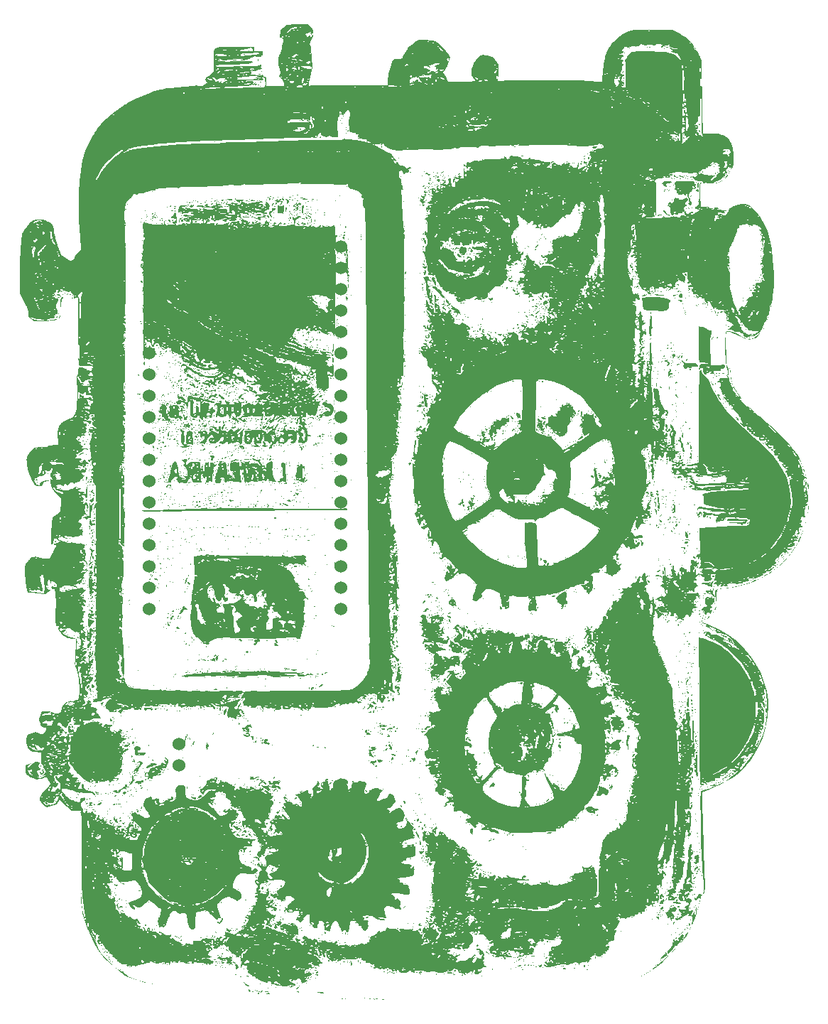
<source format=gbr>
%TF.GenerationSoftware,KiCad,Pcbnew,8.0.4*%
%TF.CreationDate,2024-09-17T14:39:11-07:00*%
%TF.ProjectId,DC33_Cnet_Badge_Main,44433333-5f43-46e6-9574-5f4261646765,rev?*%
%TF.SameCoordinates,Original*%
%TF.FileFunction,Soldermask,Top*%
%TF.FilePolarity,Negative*%
%FSLAX46Y46*%
G04 Gerber Fmt 4.6, Leading zero omitted, Abs format (unit mm)*
G04 Created by KiCad (PCBNEW 8.0.4) date 2024-09-17 14:39:11*
%MOMM*%
%LPD*%
G01*
G04 APERTURE LIST*
%ADD10C,0.000000*%
%ADD11C,1.524000*%
G04 APERTURE END LIST*
D10*
%TO.C,G\u002A\u002A\u002A*%
G36*
X127146138Y-81062861D02*
G01*
X127145096Y-81057651D01*
X127165622Y-81043376D01*
X127146138Y-81062861D01*
G37*
G36*
X131513584Y-87448070D02*
G01*
X131500698Y-87452480D01*
X131492333Y-87442749D01*
X131513584Y-87448070D01*
G37*
G36*
X138559372Y-95047000D02*
G01*
X138570736Y-95013815D01*
X138589752Y-95010242D01*
X138559372Y-95047000D01*
G37*
G36*
X105796000Y-104275666D02*
G01*
X105753666Y-104318000D01*
X105711333Y-104275666D01*
X105753666Y-104233333D01*
X105796000Y-104275666D01*
G37*
G36*
X106050000Y-128490333D02*
G01*
X106007666Y-128532666D01*
X105965333Y-128490333D01*
X106007666Y-128448000D01*
X106050000Y-128490333D01*
G37*
G36*
X106388666Y-67361000D02*
G01*
X106346333Y-67403333D01*
X106304000Y-67361000D01*
X106346333Y-67318666D01*
X106388666Y-67361000D01*
G37*
G36*
X106812000Y-94962333D02*
G01*
X106769666Y-95004666D01*
X106727333Y-94962333D01*
X106769666Y-94920000D01*
X106812000Y-94962333D01*
G37*
G36*
X108082000Y-93946333D02*
G01*
X108039666Y-93988666D01*
X107997333Y-93946333D01*
X108039666Y-93904000D01*
X108082000Y-93946333D01*
G37*
G36*
X108928666Y-122987000D02*
G01*
X108886333Y-123029333D01*
X108844000Y-122987000D01*
X108886333Y-122944666D01*
X108928666Y-122987000D01*
G37*
G36*
X109013333Y-72779666D02*
G01*
X108971000Y-72822000D01*
X108928666Y-72779666D01*
X108971000Y-72737333D01*
X109013333Y-72779666D01*
G37*
G36*
X109013333Y-132977666D02*
G01*
X108971000Y-133020000D01*
X108928666Y-132977666D01*
X108971000Y-132935333D01*
X109013333Y-132977666D01*
G37*
G36*
X109860000Y-72610333D02*
G01*
X109817666Y-72652666D01*
X109775333Y-72610333D01*
X109817666Y-72568000D01*
X109860000Y-72610333D01*
G37*
G36*
X109860000Y-107916333D02*
G01*
X109817666Y-107958666D01*
X109775333Y-107916333D01*
X109817666Y-107874000D01*
X109860000Y-107916333D01*
G37*
G36*
X110114000Y-72441000D02*
G01*
X110071666Y-72483333D01*
X110029333Y-72441000D01*
X110071666Y-72398666D01*
X110114000Y-72441000D01*
G37*
G36*
X110114000Y-112996333D02*
G01*
X110071666Y-113038666D01*
X110029333Y-112996333D01*
X110071666Y-112954000D01*
X110114000Y-112996333D01*
G37*
G36*
X110283333Y-112827000D02*
G01*
X110241000Y-112869333D01*
X110198666Y-112827000D01*
X110241000Y-112784666D01*
X110283333Y-112827000D01*
G37*
G36*
X110452666Y-113165666D02*
G01*
X110410333Y-113208000D01*
X110368000Y-113165666D01*
X110410333Y-113123333D01*
X110452666Y-113165666D01*
G37*
G36*
X110706666Y-101651000D02*
G01*
X110664333Y-101693333D01*
X110622000Y-101651000D01*
X110664333Y-101608666D01*
X110706666Y-101651000D01*
G37*
G36*
X110706666Y-121378333D02*
G01*
X110664333Y-121420666D01*
X110622000Y-121378333D01*
X110664333Y-121336000D01*
X110706666Y-121378333D01*
G37*
G36*
X110791333Y-132554333D02*
G01*
X110749000Y-132596666D01*
X110706666Y-132554333D01*
X110749000Y-132512000D01*
X110791333Y-132554333D01*
G37*
G36*
X111045333Y-72695000D02*
G01*
X111003000Y-72737333D01*
X110960666Y-72695000D01*
X111003000Y-72652666D01*
X111045333Y-72695000D01*
G37*
G36*
X111045333Y-107577666D02*
G01*
X111003000Y-107620000D01*
X110960666Y-107577666D01*
X111003000Y-107535333D01*
X111045333Y-107577666D01*
G37*
G36*
X111214666Y-113250333D02*
G01*
X111172333Y-113292666D01*
X111130000Y-113250333D01*
X111172333Y-113208000D01*
X111214666Y-113250333D01*
G37*
G36*
X111214666Y-123579666D02*
G01*
X111172333Y-123622000D01*
X111130000Y-123579666D01*
X111172333Y-123537333D01*
X111214666Y-123579666D01*
G37*
G36*
X111214666Y-124257000D02*
G01*
X111172333Y-124299333D01*
X111130000Y-124257000D01*
X111172333Y-124214666D01*
X111214666Y-124257000D01*
G37*
G36*
X111638000Y-95639666D02*
G01*
X111595666Y-95682000D01*
X111553333Y-95639666D01*
X111595666Y-95597333D01*
X111638000Y-95639666D01*
G37*
G36*
X111722666Y-114181666D02*
G01*
X111680333Y-114224000D01*
X111638000Y-114181666D01*
X111680333Y-114139333D01*
X111722666Y-114181666D01*
G37*
G36*
X112061333Y-92507000D02*
G01*
X112019000Y-92549333D01*
X111976666Y-92507000D01*
X112019000Y-92464666D01*
X112061333Y-92507000D01*
G37*
G36*
X112061333Y-143984333D02*
G01*
X112019000Y-144026666D01*
X111976666Y-143984333D01*
X112019000Y-143942000D01*
X112061333Y-143984333D01*
G37*
G36*
X112146000Y-100381000D02*
G01*
X112103666Y-100423333D01*
X112061333Y-100381000D01*
X112103666Y-100338666D01*
X112146000Y-100381000D01*
G37*
G36*
X112315333Y-106731000D02*
G01*
X112273000Y-106773333D01*
X112230666Y-106731000D01*
X112273000Y-106688666D01*
X112315333Y-106731000D01*
G37*
G36*
X112484666Y-130607000D02*
G01*
X112442333Y-130649333D01*
X112400000Y-130607000D01*
X112442333Y-130564666D01*
X112484666Y-130607000D01*
G37*
G36*
X112484666Y-133909000D02*
G01*
X112442333Y-133951333D01*
X112400000Y-133909000D01*
X112442333Y-133866666D01*
X112484666Y-133909000D01*
G37*
G36*
X112569333Y-133062333D02*
G01*
X112527000Y-133104666D01*
X112484666Y-133062333D01*
X112527000Y-133020000D01*
X112569333Y-133062333D01*
G37*
G36*
X112654000Y-90136333D02*
G01*
X112611666Y-90178666D01*
X112569333Y-90136333D01*
X112611666Y-90094000D01*
X112654000Y-90136333D01*
G37*
G36*
X112654000Y-95131666D02*
G01*
X112611666Y-95174000D01*
X112569333Y-95131666D01*
X112611666Y-95089333D01*
X112654000Y-95131666D01*
G37*
G36*
X112654000Y-102413000D02*
G01*
X112611666Y-102455333D01*
X112569333Y-102413000D01*
X112611666Y-102370666D01*
X112654000Y-102413000D01*
G37*
G36*
X112654000Y-112488333D02*
G01*
X112611666Y-112530666D01*
X112569333Y-112488333D01*
X112611666Y-112446000D01*
X112654000Y-112488333D01*
G37*
G36*
X112738666Y-104953000D02*
G01*
X112696333Y-104995333D01*
X112654000Y-104953000D01*
X112696333Y-104910666D01*
X112738666Y-104953000D01*
G37*
G36*
X112738666Y-115875000D02*
G01*
X112696333Y-115917333D01*
X112654000Y-115875000D01*
X112696333Y-115832666D01*
X112738666Y-115875000D01*
G37*
G36*
X112823333Y-89882333D02*
G01*
X112781000Y-89924666D01*
X112738666Y-89882333D01*
X112781000Y-89840000D01*
X112823333Y-89882333D01*
G37*
G36*
X112823333Y-93015000D02*
G01*
X112781000Y-93057333D01*
X112738666Y-93015000D01*
X112781000Y-92972666D01*
X112823333Y-93015000D01*
G37*
G36*
X112823333Y-107493000D02*
G01*
X112781000Y-107535333D01*
X112738666Y-107493000D01*
X112781000Y-107450666D01*
X112823333Y-107493000D01*
G37*
G36*
X112823333Y-133570333D02*
G01*
X112781000Y-133612666D01*
X112738666Y-133570333D01*
X112781000Y-133528000D01*
X112823333Y-133570333D01*
G37*
G36*
X112908000Y-108847666D02*
G01*
X112865666Y-108890000D01*
X112823333Y-108847666D01*
X112865666Y-108805333D01*
X112908000Y-108847666D01*
G37*
G36*
X112908000Y-120701000D02*
G01*
X112865666Y-120743333D01*
X112823333Y-120701000D01*
X112865666Y-120658666D01*
X112908000Y-120701000D01*
G37*
G36*
X112992666Y-93607666D02*
G01*
X112950333Y-93650000D01*
X112908000Y-93607666D01*
X112950333Y-93565333D01*
X112992666Y-93607666D01*
G37*
G36*
X112992666Y-94708333D02*
G01*
X112950333Y-94750666D01*
X112908000Y-94708333D01*
X112950333Y-94666000D01*
X112992666Y-94708333D01*
G37*
G36*
X112992666Y-105545666D02*
G01*
X112950333Y-105588000D01*
X112908000Y-105545666D01*
X112950333Y-105503333D01*
X112992666Y-105545666D01*
G37*
G36*
X112992666Y-109525000D02*
G01*
X112950333Y-109567333D01*
X112908000Y-109525000D01*
X112950333Y-109482666D01*
X112992666Y-109525000D01*
G37*
G36*
X112992666Y-109694333D02*
G01*
X112950333Y-109736666D01*
X112908000Y-109694333D01*
X112950333Y-109652000D01*
X112992666Y-109694333D01*
G37*
G36*
X113077333Y-93438333D02*
G01*
X113035000Y-93480666D01*
X112992666Y-93438333D01*
X113035000Y-93396000D01*
X113077333Y-93438333D01*
G37*
G36*
X113077333Y-95301000D02*
G01*
X113035000Y-95343333D01*
X112992666Y-95301000D01*
X113035000Y-95258666D01*
X113077333Y-95301000D01*
G37*
G36*
X113077333Y-96063000D02*
G01*
X113035000Y-96105333D01*
X112992666Y-96063000D01*
X113035000Y-96020666D01*
X113077333Y-96063000D01*
G37*
G36*
X113077333Y-120616333D02*
G01*
X113035000Y-120658666D01*
X112992666Y-120616333D01*
X113035000Y-120574000D01*
X113077333Y-120616333D01*
G37*
G36*
X113077333Y-133739666D02*
G01*
X113035000Y-133782000D01*
X112992666Y-133739666D01*
X113035000Y-133697333D01*
X113077333Y-133739666D01*
G37*
G36*
X113162000Y-87427000D02*
G01*
X113119666Y-87469333D01*
X113077333Y-87427000D01*
X113119666Y-87384666D01*
X113162000Y-87427000D01*
G37*
G36*
X113162000Y-92930333D02*
G01*
X113119666Y-92972666D01*
X113077333Y-92930333D01*
X113119666Y-92888000D01*
X113162000Y-92930333D01*
G37*
G36*
X113162000Y-96740333D02*
G01*
X113119666Y-96782666D01*
X113077333Y-96740333D01*
X113119666Y-96698000D01*
X113162000Y-96740333D01*
G37*
G36*
X113162000Y-102751666D02*
G01*
X113119666Y-102794000D01*
X113077333Y-102751666D01*
X113119666Y-102709333D01*
X113162000Y-102751666D01*
G37*
G36*
X113162000Y-131199666D02*
G01*
X113119666Y-131242000D01*
X113077333Y-131199666D01*
X113119666Y-131157333D01*
X113162000Y-131199666D01*
G37*
G36*
X113331333Y-119854333D02*
G01*
X113289000Y-119896666D01*
X113246666Y-119854333D01*
X113289000Y-119812000D01*
X113331333Y-119854333D01*
G37*
G36*
X113331333Y-133739666D02*
G01*
X113289000Y-133782000D01*
X113246666Y-133739666D01*
X113289000Y-133697333D01*
X113331333Y-133739666D01*
G37*
G36*
X113416000Y-130861000D02*
G01*
X113373666Y-130903333D01*
X113331333Y-130861000D01*
X113373666Y-130818666D01*
X113416000Y-130861000D01*
G37*
G36*
X113500666Y-100635000D02*
G01*
X113458333Y-100677333D01*
X113416000Y-100635000D01*
X113458333Y-100592666D01*
X113500666Y-100635000D01*
G37*
G36*
X113500666Y-109694333D02*
G01*
X113458333Y-109736666D01*
X113416000Y-109694333D01*
X113458333Y-109652000D01*
X113500666Y-109694333D01*
G37*
G36*
X113500666Y-119939000D02*
G01*
X113458333Y-119981333D01*
X113416000Y-119939000D01*
X113458333Y-119896666D01*
X113500666Y-119939000D01*
G37*
G36*
X113500666Y-120531666D02*
G01*
X113458333Y-120574000D01*
X113416000Y-120531666D01*
X113458333Y-120489333D01*
X113500666Y-120531666D01*
G37*
G36*
X113585333Y-100889000D02*
G01*
X113543000Y-100931333D01*
X113500666Y-100889000D01*
X113543000Y-100846666D01*
X113585333Y-100889000D01*
G37*
G36*
X113585333Y-109186333D02*
G01*
X113543000Y-109228666D01*
X113500666Y-109186333D01*
X113543000Y-109144000D01*
X113585333Y-109186333D01*
G37*
G36*
X113585333Y-115113000D02*
G01*
X113543000Y-115155333D01*
X113500666Y-115113000D01*
X113543000Y-115070666D01*
X113585333Y-115113000D01*
G37*
G36*
X113585333Y-115790333D02*
G01*
X113543000Y-115832666D01*
X113500666Y-115790333D01*
X113543000Y-115748000D01*
X113585333Y-115790333D01*
G37*
G36*
X113670000Y-101905000D02*
G01*
X113627666Y-101947333D01*
X113585333Y-101905000D01*
X113627666Y-101862666D01*
X113670000Y-101905000D01*
G37*
G36*
X113670000Y-102074333D02*
G01*
X113627666Y-102116666D01*
X113585333Y-102074333D01*
X113627666Y-102032000D01*
X113670000Y-102074333D01*
G37*
G36*
X113754666Y-120362333D02*
G01*
X113712333Y-120404666D01*
X113670000Y-120362333D01*
X113712333Y-120320000D01*
X113754666Y-120362333D01*
G37*
G36*
X114178000Y-132977666D02*
G01*
X114135666Y-133020000D01*
X114093333Y-132977666D01*
X114135666Y-132935333D01*
X114178000Y-132977666D01*
G37*
G36*
X114432000Y-132131000D02*
G01*
X114389666Y-132173333D01*
X114347333Y-132131000D01*
X114389666Y-132088666D01*
X114432000Y-132131000D01*
G37*
G36*
X114516666Y-132893000D02*
G01*
X114474333Y-132935333D01*
X114432000Y-132893000D01*
X114474333Y-132850666D01*
X114516666Y-132893000D01*
G37*
G36*
X114601333Y-150588333D02*
G01*
X114559000Y-150630666D01*
X114516666Y-150588333D01*
X114559000Y-150546000D01*
X114601333Y-150588333D01*
G37*
G36*
X114855333Y-134925000D02*
G01*
X114813000Y-134967333D01*
X114770666Y-134925000D01*
X114813000Y-134882666D01*
X114855333Y-134925000D01*
G37*
G36*
X115109333Y-151350333D02*
G01*
X115067000Y-151392666D01*
X115024666Y-151350333D01*
X115067000Y-151308000D01*
X115109333Y-151350333D01*
G37*
G36*
X115194000Y-134163000D02*
G01*
X115151666Y-134205333D01*
X115109333Y-134163000D01*
X115151666Y-134120666D01*
X115194000Y-134163000D01*
G37*
G36*
X115194000Y-134501666D02*
G01*
X115151666Y-134544000D01*
X115109333Y-134501666D01*
X115151666Y-134459333D01*
X115194000Y-134501666D01*
G37*
G36*
X115278666Y-132131000D02*
G01*
X115236333Y-132173333D01*
X115194000Y-132131000D01*
X115236333Y-132088666D01*
X115278666Y-132131000D01*
G37*
G36*
X115448000Y-133909000D02*
G01*
X115405666Y-133951333D01*
X115363333Y-133909000D01*
X115405666Y-133866666D01*
X115448000Y-133909000D01*
G37*
G36*
X115532666Y-131961666D02*
G01*
X115490333Y-132004000D01*
X115448000Y-131961666D01*
X115490333Y-131919333D01*
X115532666Y-131961666D01*
G37*
G36*
X115532666Y-144407666D02*
G01*
X115490333Y-144450000D01*
X115448000Y-144407666D01*
X115490333Y-144365333D01*
X115532666Y-144407666D01*
G37*
G36*
X115532666Y-152027666D02*
G01*
X115490333Y-152070000D01*
X115448000Y-152027666D01*
X115490333Y-151985333D01*
X115532666Y-152027666D01*
G37*
G36*
X115702000Y-143730333D02*
G01*
X115659666Y-143772666D01*
X115617333Y-143730333D01*
X115659666Y-143688000D01*
X115702000Y-143730333D01*
G37*
G36*
X115786666Y-132046333D02*
G01*
X115744333Y-132088666D01*
X115702000Y-132046333D01*
X115744333Y-132004000D01*
X115786666Y-132046333D01*
G37*
G36*
X115786666Y-152112333D02*
G01*
X115744333Y-152154666D01*
X115702000Y-152112333D01*
X115744333Y-152070000D01*
X115786666Y-152112333D01*
G37*
G36*
X115871333Y-123749000D02*
G01*
X115829000Y-123791333D01*
X115786666Y-123749000D01*
X115829000Y-123706666D01*
X115871333Y-123749000D01*
G37*
G36*
X115871333Y-131030333D02*
G01*
X115829000Y-131072666D01*
X115786666Y-131030333D01*
X115829000Y-130988000D01*
X115871333Y-131030333D01*
G37*
G36*
X115956000Y-123156333D02*
G01*
X115913666Y-123198666D01*
X115871333Y-123156333D01*
X115913666Y-123114000D01*
X115956000Y-123156333D01*
G37*
G36*
X116040666Y-143899666D02*
G01*
X115998333Y-143942000D01*
X115956000Y-143899666D01*
X115998333Y-143857333D01*
X116040666Y-143899666D01*
G37*
G36*
X116210000Y-152874333D02*
G01*
X116167666Y-152916666D01*
X116125333Y-152874333D01*
X116167666Y-152832000D01*
X116210000Y-152874333D01*
G37*
G36*
X116464000Y-132808333D02*
G01*
X116421666Y-132850666D01*
X116379333Y-132808333D01*
X116421666Y-132766000D01*
X116464000Y-132808333D01*
G37*
G36*
X116548666Y-130861000D02*
G01*
X116506333Y-130903333D01*
X116464000Y-130861000D01*
X116506333Y-130818666D01*
X116548666Y-130861000D01*
G37*
G36*
X116633333Y-116383000D02*
G01*
X116591000Y-116425333D01*
X116548666Y-116383000D01*
X116591000Y-116340666D01*
X116633333Y-116383000D01*
G37*
G36*
X116718000Y-139327666D02*
G01*
X116675666Y-139370000D01*
X116633333Y-139327666D01*
X116675666Y-139285333D01*
X116718000Y-139327666D01*
G37*
G36*
X116718000Y-146185666D02*
G01*
X116675666Y-146228000D01*
X116633333Y-146185666D01*
X116675666Y-146143333D01*
X116718000Y-146185666D01*
G37*
G36*
X116718000Y-153043666D02*
G01*
X116675666Y-153086000D01*
X116633333Y-153043666D01*
X116675666Y-153001333D01*
X116718000Y-153043666D01*
G37*
G36*
X116802666Y-115705666D02*
G01*
X116760333Y-115748000D01*
X116718000Y-115705666D01*
X116760333Y-115663333D01*
X116802666Y-115705666D01*
G37*
G36*
X116802666Y-122817666D02*
G01*
X116760333Y-122860000D01*
X116718000Y-122817666D01*
X116760333Y-122775333D01*
X116802666Y-122817666D01*
G37*
G36*
X116802666Y-133655000D02*
G01*
X116760333Y-133697333D01*
X116718000Y-133655000D01*
X116760333Y-133612666D01*
X116802666Y-133655000D01*
G37*
G36*
X116887333Y-144746333D02*
G01*
X116845000Y-144788666D01*
X116802666Y-144746333D01*
X116845000Y-144704000D01*
X116887333Y-144746333D01*
G37*
G36*
X116972000Y-129760333D02*
G01*
X116929666Y-129802666D01*
X116887333Y-129760333D01*
X116929666Y-129718000D01*
X116972000Y-129760333D01*
G37*
G36*
X116972000Y-132300333D02*
G01*
X116929666Y-132342666D01*
X116887333Y-132300333D01*
X116929666Y-132258000D01*
X116972000Y-132300333D01*
G37*
G36*
X117056666Y-124849666D02*
G01*
X117014333Y-124892000D01*
X116972000Y-124849666D01*
X117014333Y-124807333D01*
X117056666Y-124849666D01*
G37*
G36*
X117056666Y-128575000D02*
G01*
X117014333Y-128617333D01*
X116972000Y-128575000D01*
X117014333Y-128532666D01*
X117056666Y-128575000D01*
G37*
G36*
X117056666Y-134417000D02*
G01*
X117014333Y-134459333D01*
X116972000Y-134417000D01*
X117014333Y-134374666D01*
X117056666Y-134417000D01*
G37*
G36*
X117141333Y-122309666D02*
G01*
X117099000Y-122352000D01*
X117056666Y-122309666D01*
X117099000Y-122267333D01*
X117141333Y-122309666D01*
G37*
G36*
X117226000Y-91829666D02*
G01*
X117183666Y-91872000D01*
X117141333Y-91829666D01*
X117183666Y-91787333D01*
X117226000Y-91829666D01*
G37*
G36*
X117226000Y-98095000D02*
G01*
X117183666Y-98137333D01*
X117141333Y-98095000D01*
X117183666Y-98052666D01*
X117226000Y-98095000D01*
G37*
G36*
X117226000Y-127305000D02*
G01*
X117183666Y-127347333D01*
X117141333Y-127305000D01*
X117183666Y-127262666D01*
X117226000Y-127305000D01*
G37*
G36*
X117395333Y-125019000D02*
G01*
X117353000Y-125061333D01*
X117310666Y-125019000D01*
X117353000Y-124976666D01*
X117395333Y-125019000D01*
G37*
G36*
X117395333Y-144831000D02*
G01*
X117353000Y-144873333D01*
X117310666Y-144831000D01*
X117353000Y-144788666D01*
X117395333Y-144831000D01*
G37*
G36*
X117395333Y-145593000D02*
G01*
X117353000Y-145635333D01*
X117310666Y-145593000D01*
X117353000Y-145550666D01*
X117395333Y-145593000D01*
G37*
G36*
X117480000Y-125273000D02*
G01*
X117437666Y-125315333D01*
X117395333Y-125273000D01*
X117437666Y-125230666D01*
X117480000Y-125273000D01*
G37*
G36*
X117480000Y-133062333D02*
G01*
X117437666Y-133104666D01*
X117395333Y-133062333D01*
X117437666Y-133020000D01*
X117480000Y-133062333D01*
G37*
G36*
X117649333Y-134755666D02*
G01*
X117607000Y-134798000D01*
X117564666Y-134755666D01*
X117607000Y-134713333D01*
X117649333Y-134755666D01*
G37*
G36*
X117734000Y-55338333D02*
G01*
X117691666Y-55380666D01*
X117649333Y-55338333D01*
X117691666Y-55296000D01*
X117734000Y-55338333D01*
G37*
G36*
X117734000Y-114605000D02*
G01*
X117691666Y-114647333D01*
X117649333Y-114605000D01*
X117691666Y-114562666D01*
X117734000Y-114605000D01*
G37*
G36*
X117734000Y-119177000D02*
G01*
X117691666Y-119219333D01*
X117649333Y-119177000D01*
X117691666Y-119134666D01*
X117734000Y-119177000D01*
G37*
G36*
X117818666Y-109525000D02*
G01*
X117776333Y-109567333D01*
X117734000Y-109525000D01*
X117776333Y-109482666D01*
X117818666Y-109525000D01*
G37*
G36*
X117818666Y-126458333D02*
G01*
X117776333Y-126500666D01*
X117734000Y-126458333D01*
X117776333Y-126416000D01*
X117818666Y-126458333D01*
G37*
G36*
X117818666Y-129591000D02*
G01*
X117776333Y-129633333D01*
X117734000Y-129591000D01*
X117776333Y-129548666D01*
X117818666Y-129591000D01*
G37*
G36*
X117818666Y-132385000D02*
G01*
X117776333Y-132427333D01*
X117734000Y-132385000D01*
X117776333Y-132342666D01*
X117818666Y-132385000D01*
G37*
G36*
X117903333Y-125273000D02*
G01*
X117861000Y-125315333D01*
X117818666Y-125273000D01*
X117861000Y-125230666D01*
X117903333Y-125273000D01*
G37*
G36*
X117903333Y-129760333D02*
G01*
X117861000Y-129802666D01*
X117818666Y-129760333D01*
X117861000Y-129718000D01*
X117903333Y-129760333D01*
G37*
G36*
X117903333Y-134417000D02*
G01*
X117861000Y-134459333D01*
X117818666Y-134417000D01*
X117861000Y-134374666D01*
X117903333Y-134417000D01*
G37*
G36*
X117988000Y-130099000D02*
G01*
X117945666Y-130141333D01*
X117903333Y-130099000D01*
X117945666Y-130056666D01*
X117988000Y-130099000D01*
G37*
G36*
X118072666Y-154059666D02*
G01*
X118030333Y-154102000D01*
X117988000Y-154059666D01*
X118030333Y-154017333D01*
X118072666Y-154059666D01*
G37*
G36*
X118242000Y-119346333D02*
G01*
X118199666Y-119388666D01*
X118157333Y-119346333D01*
X118199666Y-119304000D01*
X118242000Y-119346333D01*
G37*
G36*
X118242000Y-132385000D02*
G01*
X118199666Y-132427333D01*
X118157333Y-132385000D01*
X118199666Y-132342666D01*
X118242000Y-132385000D01*
G37*
G36*
X118326666Y-126289000D02*
G01*
X118284333Y-126331333D01*
X118242000Y-126289000D01*
X118284333Y-126246666D01*
X118326666Y-126289000D01*
G37*
G36*
X118326666Y-154144333D02*
G01*
X118284333Y-154186666D01*
X118242000Y-154144333D01*
X118284333Y-154102000D01*
X118326666Y-154144333D01*
G37*
G36*
X118411333Y-131369000D02*
G01*
X118369000Y-131411333D01*
X118326666Y-131369000D01*
X118369000Y-131326666D01*
X118411333Y-131369000D01*
G37*
G36*
X118496000Y-125442333D02*
G01*
X118453666Y-125484666D01*
X118411333Y-125442333D01*
X118453666Y-125400000D01*
X118496000Y-125442333D01*
G37*
G36*
X118580666Y-131538333D02*
G01*
X118538333Y-131580666D01*
X118496000Y-131538333D01*
X118538333Y-131496000D01*
X118580666Y-131538333D01*
G37*
G36*
X118580666Y-154229000D02*
G01*
X118538333Y-154271333D01*
X118496000Y-154229000D01*
X118538333Y-154186666D01*
X118580666Y-154229000D01*
G37*
G36*
X118665333Y-125950333D02*
G01*
X118623000Y-125992666D01*
X118580666Y-125950333D01*
X118623000Y-125908000D01*
X118665333Y-125950333D01*
G37*
G36*
X118665333Y-129929666D02*
G01*
X118623000Y-129972000D01*
X118580666Y-129929666D01*
X118623000Y-129887333D01*
X118665333Y-129929666D01*
G37*
G36*
X118834666Y-117399000D02*
G01*
X118792333Y-117441333D01*
X118750000Y-117399000D01*
X118792333Y-117356666D01*
X118834666Y-117399000D01*
G37*
G36*
X118834666Y-128659666D02*
G01*
X118792333Y-128702000D01*
X118750000Y-128659666D01*
X118792333Y-128617333D01*
X118834666Y-128659666D01*
G37*
G36*
X118834666Y-129675666D02*
G01*
X118792333Y-129718000D01*
X118750000Y-129675666D01*
X118792333Y-129633333D01*
X118834666Y-129675666D01*
G37*
G36*
X119088666Y-84971666D02*
G01*
X119046333Y-85014000D01*
X119004000Y-84971666D01*
X119046333Y-84929333D01*
X119088666Y-84971666D01*
G37*
G36*
X119088666Y-134078333D02*
G01*
X119046333Y-134120666D01*
X119004000Y-134078333D01*
X119046333Y-134036000D01*
X119088666Y-134078333D01*
G37*
G36*
X119088666Y-154398333D02*
G01*
X119046333Y-154440666D01*
X119004000Y-154398333D01*
X119046333Y-154356000D01*
X119088666Y-154398333D01*
G37*
G36*
X119173333Y-63974333D02*
G01*
X119131000Y-64016666D01*
X119088666Y-63974333D01*
X119131000Y-63932000D01*
X119173333Y-63974333D01*
G37*
G36*
X119173333Y-92591666D02*
G01*
X119131000Y-92634000D01*
X119088666Y-92591666D01*
X119131000Y-92549333D01*
X119173333Y-92591666D01*
G37*
G36*
X119173333Y-130099000D02*
G01*
X119131000Y-130141333D01*
X119088666Y-130099000D01*
X119131000Y-130056666D01*
X119173333Y-130099000D01*
G37*
G36*
X119258000Y-63551000D02*
G01*
X119215666Y-63593333D01*
X119173333Y-63551000D01*
X119215666Y-63508666D01*
X119258000Y-63551000D01*
G37*
G36*
X119258000Y-92422333D02*
G01*
X119215666Y-92464666D01*
X119173333Y-92422333D01*
X119215666Y-92380000D01*
X119258000Y-92422333D01*
G37*
G36*
X119342666Y-66175666D02*
G01*
X119300333Y-66218000D01*
X119258000Y-66175666D01*
X119300333Y-66133333D01*
X119342666Y-66175666D01*
G37*
G36*
X119342666Y-72187000D02*
G01*
X119300333Y-72229333D01*
X119258000Y-72187000D01*
X119300333Y-72144666D01*
X119342666Y-72187000D01*
G37*
G36*
X119342666Y-74219000D02*
G01*
X119300333Y-74261333D01*
X119258000Y-74219000D01*
X119300333Y-74176666D01*
X119342666Y-74219000D01*
G37*
G36*
X119342666Y-140767000D02*
G01*
X119300333Y-140809333D01*
X119258000Y-140767000D01*
X119300333Y-140724666D01*
X119342666Y-140767000D01*
G37*
G36*
X119427333Y-129083000D02*
G01*
X119385000Y-129125333D01*
X119342666Y-129083000D01*
X119385000Y-129040666D01*
X119427333Y-129083000D01*
G37*
G36*
X119512000Y-85649000D02*
G01*
X119469666Y-85691333D01*
X119427333Y-85649000D01*
X119469666Y-85606666D01*
X119512000Y-85649000D01*
G37*
G36*
X119512000Y-90813666D02*
G01*
X119469666Y-90856000D01*
X119427333Y-90813666D01*
X119469666Y-90771333D01*
X119512000Y-90813666D01*
G37*
G36*
X119596666Y-129506333D02*
G01*
X119554333Y-129548666D01*
X119512000Y-129506333D01*
X119554333Y-129464000D01*
X119596666Y-129506333D01*
G37*
G36*
X119681333Y-62619666D02*
G01*
X119639000Y-62662000D01*
X119596666Y-62619666D01*
X119639000Y-62577333D01*
X119681333Y-62619666D01*
G37*
G36*
X119681333Y-86411000D02*
G01*
X119639000Y-86453333D01*
X119596666Y-86411000D01*
X119639000Y-86368666D01*
X119681333Y-86411000D01*
G37*
G36*
X119766000Y-63805000D02*
G01*
X119723666Y-63847333D01*
X119681333Y-63805000D01*
X119723666Y-63762666D01*
X119766000Y-63805000D01*
G37*
G36*
X119766000Y-64059000D02*
G01*
X119723666Y-64101333D01*
X119681333Y-64059000D01*
X119723666Y-64016666D01*
X119766000Y-64059000D01*
G37*
G36*
X119766000Y-79722333D02*
G01*
X119723666Y-79764666D01*
X119681333Y-79722333D01*
X119723666Y-79680000D01*
X119766000Y-79722333D01*
G37*
G36*
X119850666Y-63127666D02*
G01*
X119808333Y-63170000D01*
X119766000Y-63127666D01*
X119808333Y-63085333D01*
X119850666Y-63127666D01*
G37*
G36*
X119850666Y-110710333D02*
G01*
X119808333Y-110752666D01*
X119766000Y-110710333D01*
X119808333Y-110668000D01*
X119850666Y-110710333D01*
G37*
G36*
X119935333Y-80230333D02*
G01*
X119893000Y-80272666D01*
X119850666Y-80230333D01*
X119893000Y-80188000D01*
X119935333Y-80230333D01*
G37*
G36*
X119935333Y-131623000D02*
G01*
X119893000Y-131665333D01*
X119850666Y-131623000D01*
X119893000Y-131580666D01*
X119935333Y-131623000D01*
G37*
G36*
X120020000Y-79045000D02*
G01*
X119977666Y-79087333D01*
X119935333Y-79045000D01*
X119977666Y-79002666D01*
X120020000Y-79045000D01*
G37*
G36*
X120020000Y-103005666D02*
G01*
X119977666Y-103048000D01*
X119935333Y-103005666D01*
X119977666Y-102963333D01*
X120020000Y-103005666D01*
G37*
G36*
X120104666Y-89882333D02*
G01*
X120062333Y-89924666D01*
X120020000Y-89882333D01*
X120062333Y-89840000D01*
X120104666Y-89882333D01*
G37*
G36*
X120104666Y-145000333D02*
G01*
X120062333Y-145042666D01*
X120020000Y-145000333D01*
X120062333Y-144958000D01*
X120104666Y-145000333D01*
G37*
G36*
X120189333Y-81161666D02*
G01*
X120147000Y-81204000D01*
X120104666Y-81161666D01*
X120147000Y-81119333D01*
X120189333Y-81161666D01*
G37*
G36*
X120189333Y-87935000D02*
G01*
X120147000Y-87977333D01*
X120104666Y-87935000D01*
X120147000Y-87892666D01*
X120189333Y-87935000D01*
G37*
G36*
X120189333Y-89205000D02*
G01*
X120147000Y-89247333D01*
X120104666Y-89205000D01*
X120147000Y-89162666D01*
X120189333Y-89205000D01*
G37*
G36*
X120189333Y-130522333D02*
G01*
X120147000Y-130564666D01*
X120104666Y-130522333D01*
X120147000Y-130480000D01*
X120189333Y-130522333D01*
G37*
G36*
X120358666Y-63635666D02*
G01*
X120316333Y-63678000D01*
X120274000Y-63635666D01*
X120316333Y-63593333D01*
X120358666Y-63635666D01*
G37*
G36*
X120358666Y-91999000D02*
G01*
X120316333Y-92041333D01*
X120274000Y-91999000D01*
X120316333Y-91956666D01*
X120358666Y-91999000D01*
G37*
G36*
X120358666Y-101481666D02*
G01*
X120316333Y-101524000D01*
X120274000Y-101481666D01*
X120316333Y-101439333D01*
X120358666Y-101481666D01*
G37*
G36*
X120358666Y-101820333D02*
G01*
X120316333Y-101862666D01*
X120274000Y-101820333D01*
X120316333Y-101778000D01*
X120358666Y-101820333D01*
G37*
G36*
X120358666Y-104445000D02*
G01*
X120316333Y-104487333D01*
X120274000Y-104445000D01*
X120316333Y-104402666D01*
X120358666Y-104445000D01*
G37*
G36*
X120358666Y-106900333D02*
G01*
X120316333Y-106942666D01*
X120274000Y-106900333D01*
X120316333Y-106858000D01*
X120358666Y-106900333D01*
G37*
G36*
X120358666Y-130522333D02*
G01*
X120316333Y-130564666D01*
X120274000Y-130522333D01*
X120316333Y-130480000D01*
X120358666Y-130522333D01*
G37*
G36*
X120443333Y-102751666D02*
G01*
X120401000Y-102794000D01*
X120358666Y-102751666D01*
X120401000Y-102709333D01*
X120443333Y-102751666D01*
G37*
G36*
X120528000Y-60333666D02*
G01*
X120485666Y-60376000D01*
X120443333Y-60333666D01*
X120485666Y-60291333D01*
X120528000Y-60333666D01*
G37*
G36*
X120528000Y-63805000D02*
G01*
X120485666Y-63847333D01*
X120443333Y-63805000D01*
X120485666Y-63762666D01*
X120528000Y-63805000D01*
G37*
G36*
X120528000Y-86326333D02*
G01*
X120485666Y-86368666D01*
X120443333Y-86326333D01*
X120485666Y-86284000D01*
X120528000Y-86326333D01*
G37*
G36*
X120528000Y-87935000D02*
G01*
X120485666Y-87977333D01*
X120443333Y-87935000D01*
X120485666Y-87892666D01*
X120528000Y-87935000D01*
G37*
G36*
X120528000Y-89713000D02*
G01*
X120485666Y-89755333D01*
X120443333Y-89713000D01*
X120485666Y-89670666D01*
X120528000Y-89713000D01*
G37*
G36*
X120528000Y-101312333D02*
G01*
X120485666Y-101354666D01*
X120443333Y-101312333D01*
X120485666Y-101270000D01*
X120528000Y-101312333D01*
G37*
G36*
X120528000Y-154737000D02*
G01*
X120485666Y-154779333D01*
X120443333Y-154737000D01*
X120485666Y-154694666D01*
X120528000Y-154737000D01*
G37*
G36*
X120612666Y-104360333D02*
G01*
X120570333Y-104402666D01*
X120528000Y-104360333D01*
X120570333Y-104318000D01*
X120612666Y-104360333D01*
G37*
G36*
X120697333Y-87596333D02*
G01*
X120655000Y-87638666D01*
X120612666Y-87596333D01*
X120655000Y-87554000D01*
X120697333Y-87596333D01*
G37*
G36*
X120697333Y-87850333D02*
G01*
X120655000Y-87892666D01*
X120612666Y-87850333D01*
X120655000Y-87808000D01*
X120697333Y-87850333D01*
G37*
G36*
X120697333Y-91152333D02*
G01*
X120655000Y-91194666D01*
X120612666Y-91152333D01*
X120655000Y-91110000D01*
X120697333Y-91152333D01*
G37*
G36*
X120697333Y-119177000D02*
G01*
X120655000Y-119219333D01*
X120612666Y-119177000D01*
X120655000Y-119134666D01*
X120697333Y-119177000D01*
G37*
G36*
X120866666Y-62873666D02*
G01*
X120824333Y-62916000D01*
X120782000Y-62873666D01*
X120824333Y-62831333D01*
X120866666Y-62873666D01*
G37*
G36*
X120866666Y-88443000D02*
G01*
X120824333Y-88485333D01*
X120782000Y-88443000D01*
X120824333Y-88400666D01*
X120866666Y-88443000D01*
G37*
G36*
X120866666Y-104868333D02*
G01*
X120824333Y-104910666D01*
X120782000Y-104868333D01*
X120824333Y-104826000D01*
X120866666Y-104868333D01*
G37*
G36*
X120951333Y-87935000D02*
G01*
X120909000Y-87977333D01*
X120866666Y-87935000D01*
X120909000Y-87892666D01*
X120951333Y-87935000D01*
G37*
G36*
X120951333Y-102921000D02*
G01*
X120909000Y-102963333D01*
X120866666Y-102921000D01*
X120909000Y-102878666D01*
X120951333Y-102921000D01*
G37*
G36*
X120951333Y-107323666D02*
G01*
X120909000Y-107366000D01*
X120866666Y-107323666D01*
X120909000Y-107281333D01*
X120951333Y-107323666D01*
G37*
G36*
X121036000Y-63212333D02*
G01*
X120993666Y-63254666D01*
X120951333Y-63212333D01*
X120993666Y-63170000D01*
X121036000Y-63212333D01*
G37*
G36*
X121036000Y-64143666D02*
G01*
X120993666Y-64186000D01*
X120951333Y-64143666D01*
X120993666Y-64101333D01*
X121036000Y-64143666D01*
G37*
G36*
X121036000Y-147794333D02*
G01*
X120993666Y-147836666D01*
X120951333Y-147794333D01*
X120993666Y-147752000D01*
X121036000Y-147794333D01*
G37*
G36*
X121120666Y-63381666D02*
G01*
X121078333Y-63424000D01*
X121036000Y-63381666D01*
X121078333Y-63339333D01*
X121120666Y-63381666D01*
G37*
G36*
X121120666Y-85056333D02*
G01*
X121078333Y-85098666D01*
X121036000Y-85056333D01*
X121078333Y-85014000D01*
X121120666Y-85056333D01*
G37*
G36*
X121205333Y-81500333D02*
G01*
X121163000Y-81542666D01*
X121120666Y-81500333D01*
X121163000Y-81458000D01*
X121205333Y-81500333D01*
G37*
G36*
X121205333Y-87765666D02*
G01*
X121163000Y-87808000D01*
X121120666Y-87765666D01*
X121163000Y-87723333D01*
X121205333Y-87765666D01*
G37*
G36*
X121205333Y-89882333D02*
G01*
X121163000Y-89924666D01*
X121120666Y-89882333D01*
X121163000Y-89840000D01*
X121205333Y-89882333D01*
G37*
G36*
X121205333Y-103767666D02*
G01*
X121163000Y-103810000D01*
X121120666Y-103767666D01*
X121163000Y-103725333D01*
X121205333Y-103767666D01*
G37*
G36*
X121205333Y-104106333D02*
G01*
X121163000Y-104148666D01*
X121120666Y-104106333D01*
X121163000Y-104064000D01*
X121205333Y-104106333D01*
G37*
G36*
X121205333Y-121886333D02*
G01*
X121163000Y-121928666D01*
X121120666Y-121886333D01*
X121163000Y-121844000D01*
X121205333Y-121886333D01*
G37*
G36*
X121290000Y-94623666D02*
G01*
X121247666Y-94666000D01*
X121205333Y-94623666D01*
X121247666Y-94581333D01*
X121290000Y-94623666D01*
G37*
G36*
X121290000Y-94877666D02*
G01*
X121247666Y-94920000D01*
X121205333Y-94877666D01*
X121247666Y-94835333D01*
X121290000Y-94877666D01*
G37*
G36*
X121290000Y-97079000D02*
G01*
X121247666Y-97121333D01*
X121205333Y-97079000D01*
X121247666Y-97036666D01*
X121290000Y-97079000D01*
G37*
G36*
X121290000Y-107069666D02*
G01*
X121247666Y-107112000D01*
X121205333Y-107069666D01*
X121247666Y-107027333D01*
X121290000Y-107069666D01*
G37*
G36*
X121374666Y-85225666D02*
G01*
X121332333Y-85268000D01*
X121290000Y-85225666D01*
X121332333Y-85183333D01*
X121374666Y-85225666D01*
G37*
G36*
X121374666Y-88612333D02*
G01*
X121332333Y-88654666D01*
X121290000Y-88612333D01*
X121332333Y-88570000D01*
X121374666Y-88612333D01*
G37*
G36*
X121374666Y-100211666D02*
G01*
X121332333Y-100254000D01*
X121290000Y-100211666D01*
X121332333Y-100169333D01*
X121374666Y-100211666D01*
G37*
G36*
X121374666Y-109101666D02*
G01*
X121332333Y-109144000D01*
X121290000Y-109101666D01*
X121332333Y-109059333D01*
X121374666Y-109101666D01*
G37*
G36*
X121459333Y-89205000D02*
G01*
X121417000Y-89247333D01*
X121374666Y-89205000D01*
X121417000Y-89162666D01*
X121459333Y-89205000D01*
G37*
G36*
X121459333Y-102074333D02*
G01*
X121417000Y-102116666D01*
X121374666Y-102074333D01*
X121417000Y-102032000D01*
X121459333Y-102074333D01*
G37*
G36*
X121544000Y-96655666D02*
G01*
X121501666Y-96698000D01*
X121459333Y-96655666D01*
X121501666Y-96613333D01*
X121544000Y-96655666D01*
G37*
G36*
X121628666Y-84802333D02*
G01*
X121586333Y-84844666D01*
X121544000Y-84802333D01*
X121586333Y-84760000D01*
X121628666Y-84802333D01*
G37*
G36*
X121628666Y-85225666D02*
G01*
X121586333Y-85268000D01*
X121544000Y-85225666D01*
X121586333Y-85183333D01*
X121628666Y-85225666D01*
G37*
G36*
X121628666Y-88443000D02*
G01*
X121586333Y-88485333D01*
X121544000Y-88443000D01*
X121586333Y-88400666D01*
X121628666Y-88443000D01*
G37*
G36*
X121628666Y-91575666D02*
G01*
X121586333Y-91618000D01*
X121544000Y-91575666D01*
X121586333Y-91533333D01*
X121628666Y-91575666D01*
G37*
G36*
X121628666Y-96232333D02*
G01*
X121586333Y-96274666D01*
X121544000Y-96232333D01*
X121586333Y-96190000D01*
X121628666Y-96232333D01*
G37*
G36*
X121713333Y-79891666D02*
G01*
X121671000Y-79934000D01*
X121628666Y-79891666D01*
X121671000Y-79849333D01*
X121713333Y-79891666D01*
G37*
G36*
X121713333Y-94115666D02*
G01*
X121671000Y-94158000D01*
X121628666Y-94115666D01*
X121671000Y-94073333D01*
X121713333Y-94115666D01*
G37*
G36*
X121713333Y-97417666D02*
G01*
X121671000Y-97460000D01*
X121628666Y-97417666D01*
X121671000Y-97375333D01*
X121713333Y-97417666D01*
G37*
G36*
X121798000Y-85479666D02*
G01*
X121755666Y-85522000D01*
X121713333Y-85479666D01*
X121755666Y-85437333D01*
X121798000Y-85479666D01*
G37*
G36*
X121882666Y-79637666D02*
G01*
X121840333Y-79680000D01*
X121798000Y-79637666D01*
X121840333Y-79595333D01*
X121882666Y-79637666D01*
G37*
G36*
X121882666Y-88443000D02*
G01*
X121840333Y-88485333D01*
X121798000Y-88443000D01*
X121840333Y-88400666D01*
X121882666Y-88443000D01*
G37*
G36*
X121882666Y-96994333D02*
G01*
X121840333Y-97036666D01*
X121798000Y-96994333D01*
X121840333Y-96952000D01*
X121882666Y-96994333D01*
G37*
G36*
X121882666Y-104106333D02*
G01*
X121840333Y-104148666D01*
X121798000Y-104106333D01*
X121840333Y-104064000D01*
X121882666Y-104106333D01*
G37*
G36*
X121882666Y-112234333D02*
G01*
X121840333Y-112276666D01*
X121798000Y-112234333D01*
X121840333Y-112192000D01*
X121882666Y-112234333D01*
G37*
G36*
X121882666Y-132893000D02*
G01*
X121840333Y-132935333D01*
X121798000Y-132893000D01*
X121840333Y-132850666D01*
X121882666Y-132893000D01*
G37*
G36*
X121967333Y-85225666D02*
G01*
X121925000Y-85268000D01*
X121882666Y-85225666D01*
X121925000Y-85183333D01*
X121967333Y-85225666D01*
G37*
G36*
X121967333Y-85564333D02*
G01*
X121925000Y-85606666D01*
X121882666Y-85564333D01*
X121925000Y-85522000D01*
X121967333Y-85564333D01*
G37*
G36*
X121967333Y-105715000D02*
G01*
X121925000Y-105757333D01*
X121882666Y-105715000D01*
X121925000Y-105672666D01*
X121967333Y-105715000D01*
G37*
G36*
X121967333Y-121971000D02*
G01*
X121925000Y-122013333D01*
X121882666Y-121971000D01*
X121925000Y-121928666D01*
X121967333Y-121971000D01*
G37*
G36*
X122052000Y-88866333D02*
G01*
X122009666Y-88908666D01*
X121967333Y-88866333D01*
X122009666Y-88824000D01*
X122052000Y-88866333D01*
G37*
G36*
X122136666Y-63805000D02*
G01*
X122094333Y-63847333D01*
X122052000Y-63805000D01*
X122094333Y-63762666D01*
X122136666Y-63805000D01*
G37*
G36*
X122136666Y-85395000D02*
G01*
X122094333Y-85437333D01*
X122052000Y-85395000D01*
X122094333Y-85352666D01*
X122136666Y-85395000D01*
G37*
G36*
X122136666Y-92761000D02*
G01*
X122094333Y-92803333D01*
X122052000Y-92761000D01*
X122094333Y-92718666D01*
X122136666Y-92761000D01*
G37*
G36*
X122136666Y-111895666D02*
G01*
X122094333Y-111938000D01*
X122052000Y-111895666D01*
X122094333Y-111853333D01*
X122136666Y-111895666D01*
G37*
G36*
X122221333Y-82431666D02*
G01*
X122179000Y-82474000D01*
X122136666Y-82431666D01*
X122179000Y-82389333D01*
X122221333Y-82431666D01*
G37*
G36*
X122221333Y-87850333D02*
G01*
X122179000Y-87892666D01*
X122136666Y-87850333D01*
X122179000Y-87808000D01*
X122221333Y-87850333D01*
G37*
G36*
X122221333Y-88443000D02*
G01*
X122179000Y-88485333D01*
X122136666Y-88443000D01*
X122179000Y-88400666D01*
X122221333Y-88443000D01*
G37*
G36*
X122221333Y-96655666D02*
G01*
X122179000Y-96698000D01*
X122136666Y-96655666D01*
X122179000Y-96613333D01*
X122221333Y-96655666D01*
G37*
G36*
X122221333Y-112403666D02*
G01*
X122179000Y-112446000D01*
X122136666Y-112403666D01*
X122179000Y-112361333D01*
X122221333Y-112403666D01*
G37*
G36*
X122221333Y-119515666D02*
G01*
X122179000Y-119558000D01*
X122136666Y-119515666D01*
X122179000Y-119473333D01*
X122221333Y-119515666D01*
G37*
G36*
X122306000Y-62196333D02*
G01*
X122263666Y-62238666D01*
X122221333Y-62196333D01*
X122263666Y-62154000D01*
X122306000Y-62196333D01*
G37*
G36*
X122306000Y-81923666D02*
G01*
X122263666Y-81966000D01*
X122221333Y-81923666D01*
X122263666Y-81881333D01*
X122306000Y-81923666D01*
G37*
G36*
X122306000Y-152451000D02*
G01*
X122263666Y-152493333D01*
X122221333Y-152451000D01*
X122263666Y-152408666D01*
X122306000Y-152451000D01*
G37*
G36*
X122390666Y-64143666D02*
G01*
X122348333Y-64186000D01*
X122306000Y-64143666D01*
X122348333Y-64101333D01*
X122390666Y-64143666D01*
G37*
G36*
X122390666Y-88358333D02*
G01*
X122348333Y-88400666D01*
X122306000Y-88358333D01*
X122348333Y-88316000D01*
X122390666Y-88358333D01*
G37*
G36*
X122390666Y-102667000D02*
G01*
X122348333Y-102709333D01*
X122306000Y-102667000D01*
X122348333Y-102624666D01*
X122390666Y-102667000D01*
G37*
G36*
X122390666Y-129167666D02*
G01*
X122348333Y-129210000D01*
X122306000Y-129167666D01*
X122348333Y-129125333D01*
X122390666Y-129167666D01*
G37*
G36*
X122475333Y-82347000D02*
G01*
X122433000Y-82389333D01*
X122390666Y-82347000D01*
X122433000Y-82304666D01*
X122475333Y-82347000D01*
G37*
G36*
X122475333Y-90644333D02*
G01*
X122433000Y-90686666D01*
X122390666Y-90644333D01*
X122433000Y-90602000D01*
X122475333Y-90644333D01*
G37*
G36*
X122475333Y-100211666D02*
G01*
X122433000Y-100254000D01*
X122390666Y-100211666D01*
X122433000Y-100169333D01*
X122475333Y-100211666D01*
G37*
G36*
X122560000Y-82093000D02*
G01*
X122517666Y-82135333D01*
X122475333Y-82093000D01*
X122517666Y-82050666D01*
X122560000Y-82093000D01*
G37*
G36*
X122560000Y-85395000D02*
G01*
X122517666Y-85437333D01*
X122475333Y-85395000D01*
X122517666Y-85352666D01*
X122560000Y-85395000D01*
G37*
G36*
X122560000Y-88019666D02*
G01*
X122517666Y-88062000D01*
X122475333Y-88019666D01*
X122517666Y-87977333D01*
X122560000Y-88019666D01*
G37*
G36*
X122560000Y-88443000D02*
G01*
X122517666Y-88485333D01*
X122475333Y-88443000D01*
X122517666Y-88400666D01*
X122560000Y-88443000D01*
G37*
G36*
X122560000Y-95639666D02*
G01*
X122517666Y-95682000D01*
X122475333Y-95639666D01*
X122517666Y-95597333D01*
X122560000Y-95639666D01*
G37*
G36*
X122560000Y-97925666D02*
G01*
X122517666Y-97968000D01*
X122475333Y-97925666D01*
X122517666Y-97883333D01*
X122560000Y-97925666D01*
G37*
G36*
X122560000Y-104191000D02*
G01*
X122517666Y-104233333D01*
X122475333Y-104191000D01*
X122517666Y-104148666D01*
X122560000Y-104191000D01*
G37*
G36*
X122644666Y-81246333D02*
G01*
X122602333Y-81288666D01*
X122560000Y-81246333D01*
X122602333Y-81204000D01*
X122644666Y-81246333D01*
G37*
G36*
X122644666Y-82685666D02*
G01*
X122602333Y-82728000D01*
X122560000Y-82685666D01*
X122602333Y-82643333D01*
X122644666Y-82685666D01*
G37*
G36*
X122644666Y-96994333D02*
G01*
X122602333Y-97036666D01*
X122560000Y-96994333D01*
X122602333Y-96952000D01*
X122644666Y-96994333D01*
G37*
G36*
X122644666Y-106815666D02*
G01*
X122602333Y-106858000D01*
X122560000Y-106815666D01*
X122602333Y-106773333D01*
X122644666Y-106815666D01*
G37*
G36*
X122644666Y-119685000D02*
G01*
X122602333Y-119727333D01*
X122560000Y-119685000D01*
X122602333Y-119642666D01*
X122644666Y-119685000D01*
G37*
G36*
X122729333Y-84294333D02*
G01*
X122687000Y-84336666D01*
X122644666Y-84294333D01*
X122687000Y-84252000D01*
X122729333Y-84294333D01*
G37*
G36*
X122729333Y-85310333D02*
G01*
X122687000Y-85352666D01*
X122644666Y-85310333D01*
X122687000Y-85268000D01*
X122729333Y-85310333D01*
G37*
G36*
X122729333Y-95639666D02*
G01*
X122687000Y-95682000D01*
X122644666Y-95639666D01*
X122687000Y-95597333D01*
X122729333Y-95639666D01*
G37*
G36*
X122729333Y-96740333D02*
G01*
X122687000Y-96782666D01*
X122644666Y-96740333D01*
X122687000Y-96698000D01*
X122729333Y-96740333D01*
G37*
G36*
X122729333Y-110795000D02*
G01*
X122687000Y-110837333D01*
X122644666Y-110795000D01*
X122687000Y-110752666D01*
X122729333Y-110795000D01*
G37*
G36*
X122814000Y-87681000D02*
G01*
X122771666Y-87723333D01*
X122729333Y-87681000D01*
X122771666Y-87638666D01*
X122814000Y-87681000D01*
G37*
G36*
X122814000Y-100550333D02*
G01*
X122771666Y-100592666D01*
X122729333Y-100550333D01*
X122771666Y-100508000D01*
X122814000Y-100550333D01*
G37*
G36*
X122814000Y-104868333D02*
G01*
X122771666Y-104910666D01*
X122729333Y-104868333D01*
X122771666Y-104826000D01*
X122814000Y-104868333D01*
G37*
G36*
X122814000Y-145085000D02*
G01*
X122771666Y-145127333D01*
X122729333Y-145085000D01*
X122771666Y-145042666D01*
X122814000Y-145085000D01*
G37*
G36*
X122898666Y-83617000D02*
G01*
X122856333Y-83659333D01*
X122814000Y-83617000D01*
X122856333Y-83574666D01*
X122898666Y-83617000D01*
G37*
G36*
X122898666Y-88951000D02*
G01*
X122856333Y-88993333D01*
X122814000Y-88951000D01*
X122856333Y-88908666D01*
X122898666Y-88951000D01*
G37*
G36*
X122898666Y-95809000D02*
G01*
X122856333Y-95851333D01*
X122814000Y-95809000D01*
X122856333Y-95766666D01*
X122898666Y-95809000D01*
G37*
G36*
X122898666Y-110625666D02*
G01*
X122856333Y-110668000D01*
X122814000Y-110625666D01*
X122856333Y-110583333D01*
X122898666Y-110625666D01*
G37*
G36*
X122983333Y-80061000D02*
G01*
X122941000Y-80103333D01*
X122898666Y-80061000D01*
X122941000Y-80018666D01*
X122983333Y-80061000D01*
G37*
G36*
X122983333Y-80823000D02*
G01*
X122941000Y-80865333D01*
X122898666Y-80823000D01*
X122941000Y-80780666D01*
X122983333Y-80823000D01*
G37*
G36*
X122983333Y-82516333D02*
G01*
X122941000Y-82558666D01*
X122898666Y-82516333D01*
X122941000Y-82474000D01*
X122983333Y-82516333D01*
G37*
G36*
X122983333Y-87850333D02*
G01*
X122941000Y-87892666D01*
X122898666Y-87850333D01*
X122941000Y-87808000D01*
X122983333Y-87850333D01*
G37*
G36*
X122983333Y-101905000D02*
G01*
X122941000Y-101947333D01*
X122898666Y-101905000D01*
X122941000Y-101862666D01*
X122983333Y-101905000D01*
G37*
G36*
X122983333Y-102667000D02*
G01*
X122941000Y-102709333D01*
X122898666Y-102667000D01*
X122941000Y-102624666D01*
X122983333Y-102667000D01*
G37*
G36*
X122983333Y-104021666D02*
G01*
X122941000Y-104064000D01*
X122898666Y-104021666D01*
X122941000Y-103979333D01*
X122983333Y-104021666D01*
G37*
G36*
X122983333Y-106900333D02*
G01*
X122941000Y-106942666D01*
X122898666Y-106900333D01*
X122941000Y-106858000D01*
X122983333Y-106900333D01*
G37*
G36*
X123068000Y-83786333D02*
G01*
X123025666Y-83828666D01*
X122983333Y-83786333D01*
X123025666Y-83744000D01*
X123068000Y-83786333D01*
G37*
G36*
X123068000Y-118161000D02*
G01*
X123025666Y-118203333D01*
X122983333Y-118161000D01*
X123025666Y-118118666D01*
X123068000Y-118161000D01*
G37*
G36*
X123152666Y-84294333D02*
G01*
X123110333Y-84336666D01*
X123068000Y-84294333D01*
X123110333Y-84252000D01*
X123152666Y-84294333D01*
G37*
G36*
X123152666Y-94793000D02*
G01*
X123110333Y-94835333D01*
X123068000Y-94793000D01*
X123110333Y-94750666D01*
X123152666Y-94793000D01*
G37*
G36*
X123152666Y-97079000D02*
G01*
X123110333Y-97121333D01*
X123068000Y-97079000D01*
X123110333Y-97036666D01*
X123152666Y-97079000D01*
G37*
G36*
X123152666Y-111303000D02*
G01*
X123110333Y-111345333D01*
X123068000Y-111303000D01*
X123110333Y-111260666D01*
X123152666Y-111303000D01*
G37*
G36*
X123237333Y-79891666D02*
G01*
X123195000Y-79934000D01*
X123152666Y-79891666D01*
X123195000Y-79849333D01*
X123237333Y-79891666D01*
G37*
G36*
X123237333Y-80992333D02*
G01*
X123195000Y-81034666D01*
X123152666Y-80992333D01*
X123195000Y-80950000D01*
X123237333Y-80992333D01*
G37*
G36*
X123237333Y-97502333D02*
G01*
X123195000Y-97544666D01*
X123152666Y-97502333D01*
X123195000Y-97460000D01*
X123237333Y-97502333D01*
G37*
G36*
X123237333Y-152197000D02*
G01*
X123195000Y-152239333D01*
X123152666Y-152197000D01*
X123195000Y-152154666D01*
X123237333Y-152197000D01*
G37*
G36*
X123322000Y-80823000D02*
G01*
X123279666Y-80865333D01*
X123237333Y-80823000D01*
X123279666Y-80780666D01*
X123322000Y-80823000D01*
G37*
G36*
X123322000Y-87850333D02*
G01*
X123279666Y-87892666D01*
X123237333Y-87850333D01*
X123279666Y-87808000D01*
X123322000Y-87850333D01*
G37*
G36*
X123322000Y-88612333D02*
G01*
X123279666Y-88654666D01*
X123237333Y-88612333D01*
X123279666Y-88570000D01*
X123322000Y-88612333D01*
G37*
G36*
X123322000Y-112742333D02*
G01*
X123279666Y-112784666D01*
X123237333Y-112742333D01*
X123279666Y-112700000D01*
X123322000Y-112742333D01*
G37*
G36*
X123406666Y-79807000D02*
G01*
X123364333Y-79849333D01*
X123322000Y-79807000D01*
X123364333Y-79764666D01*
X123406666Y-79807000D01*
G37*
G36*
X123406666Y-83532333D02*
G01*
X123364333Y-83574666D01*
X123322000Y-83532333D01*
X123364333Y-83490000D01*
X123406666Y-83532333D01*
G37*
G36*
X123406666Y-88443000D02*
G01*
X123364333Y-88485333D01*
X123322000Y-88443000D01*
X123364333Y-88400666D01*
X123406666Y-88443000D01*
G37*
G36*
X123406666Y-89543666D02*
G01*
X123364333Y-89586000D01*
X123322000Y-89543666D01*
X123364333Y-89501333D01*
X123406666Y-89543666D01*
G37*
G36*
X123406666Y-100381000D02*
G01*
X123364333Y-100423333D01*
X123322000Y-100381000D01*
X123364333Y-100338666D01*
X123406666Y-100381000D01*
G37*
G36*
X123406666Y-110117666D02*
G01*
X123364333Y-110160000D01*
X123322000Y-110117666D01*
X123364333Y-110075333D01*
X123406666Y-110117666D01*
G37*
G36*
X123491333Y-90644333D02*
G01*
X123449000Y-90686666D01*
X123406666Y-90644333D01*
X123449000Y-90602000D01*
X123491333Y-90644333D01*
G37*
G36*
X123491333Y-122225000D02*
G01*
X123449000Y-122267333D01*
X123406666Y-122225000D01*
X123449000Y-122182666D01*
X123491333Y-122225000D01*
G37*
G36*
X123576000Y-89289666D02*
G01*
X123533666Y-89332000D01*
X123491333Y-89289666D01*
X123533666Y-89247333D01*
X123576000Y-89289666D01*
G37*
G36*
X123660666Y-110117666D02*
G01*
X123618333Y-110160000D01*
X123576000Y-110117666D01*
X123618333Y-110075333D01*
X123660666Y-110117666D01*
G37*
G36*
X123745333Y-81077000D02*
G01*
X123703000Y-81119333D01*
X123660666Y-81077000D01*
X123703000Y-81034666D01*
X123745333Y-81077000D01*
G37*
G36*
X123745333Y-97587000D02*
G01*
X123703000Y-97629333D01*
X123660666Y-97587000D01*
X123703000Y-97544666D01*
X123745333Y-97587000D01*
G37*
G36*
X123745333Y-97841000D02*
G01*
X123703000Y-97883333D01*
X123660666Y-97841000D01*
X123703000Y-97798666D01*
X123745333Y-97841000D01*
G37*
G36*
X123830000Y-93946333D02*
G01*
X123787666Y-93988666D01*
X123745333Y-93946333D01*
X123787666Y-93904000D01*
X123830000Y-93946333D01*
G37*
G36*
X123830000Y-100550333D02*
G01*
X123787666Y-100592666D01*
X123745333Y-100550333D01*
X123787666Y-100508000D01*
X123830000Y-100550333D01*
G37*
G36*
X123830000Y-103429000D02*
G01*
X123787666Y-103471333D01*
X123745333Y-103429000D01*
X123787666Y-103386666D01*
X123830000Y-103429000D01*
G37*
G36*
X123830000Y-111218333D02*
G01*
X123787666Y-111260666D01*
X123745333Y-111218333D01*
X123787666Y-111176000D01*
X123830000Y-111218333D01*
G37*
G36*
X123914666Y-62873666D02*
G01*
X123872333Y-62916000D01*
X123830000Y-62873666D01*
X123872333Y-62831333D01*
X123914666Y-62873666D01*
G37*
G36*
X123914666Y-81754333D02*
G01*
X123872333Y-81796666D01*
X123830000Y-81754333D01*
X123872333Y-81712000D01*
X123914666Y-81754333D01*
G37*
G36*
X123914666Y-102497666D02*
G01*
X123872333Y-102540000D01*
X123830000Y-102497666D01*
X123872333Y-102455333D01*
X123914666Y-102497666D01*
G37*
G36*
X123914666Y-110033000D02*
G01*
X123872333Y-110075333D01*
X123830000Y-110033000D01*
X123872333Y-109990666D01*
X123914666Y-110033000D01*
G37*
G36*
X123914666Y-111049000D02*
G01*
X123872333Y-111091333D01*
X123830000Y-111049000D01*
X123872333Y-111006666D01*
X123914666Y-111049000D01*
G37*
G36*
X123999333Y-63212333D02*
G01*
X123957000Y-63254666D01*
X123914666Y-63212333D01*
X123957000Y-63170000D01*
X123999333Y-63212333D01*
G37*
G36*
X123999333Y-84633000D02*
G01*
X123957000Y-84675333D01*
X123914666Y-84633000D01*
X123957000Y-84590666D01*
X123999333Y-84633000D01*
G37*
G36*
X123999333Y-93015000D02*
G01*
X123957000Y-93057333D01*
X123914666Y-93015000D01*
X123957000Y-92972666D01*
X123999333Y-93015000D01*
G37*
G36*
X123999333Y-97756333D02*
G01*
X123957000Y-97798666D01*
X123914666Y-97756333D01*
X123957000Y-97714000D01*
X123999333Y-97756333D01*
G37*
G36*
X123999333Y-101651000D02*
G01*
X123957000Y-101693333D01*
X123914666Y-101651000D01*
X123957000Y-101608666D01*
X123999333Y-101651000D01*
G37*
G36*
X123999333Y-126289000D02*
G01*
X123957000Y-126331333D01*
X123914666Y-126289000D01*
X123957000Y-126246666D01*
X123999333Y-126289000D01*
G37*
G36*
X124084000Y-81669666D02*
G01*
X124041666Y-81712000D01*
X123999333Y-81669666D01*
X124041666Y-81627333D01*
X124084000Y-81669666D01*
G37*
G36*
X124084000Y-105207000D02*
G01*
X124041666Y-105249333D01*
X123999333Y-105207000D01*
X124041666Y-105164666D01*
X124084000Y-105207000D01*
G37*
G36*
X124084000Y-126881666D02*
G01*
X124041666Y-126924000D01*
X123999333Y-126881666D01*
X124041666Y-126839333D01*
X124084000Y-126881666D01*
G37*
G36*
X124168666Y-95809000D02*
G01*
X124126333Y-95851333D01*
X124084000Y-95809000D01*
X124126333Y-95766666D01*
X124168666Y-95809000D01*
G37*
G36*
X124168666Y-127813000D02*
G01*
X124126333Y-127855333D01*
X124084000Y-127813000D01*
X124126333Y-127770666D01*
X124168666Y-127813000D01*
G37*
G36*
X124253333Y-83871000D02*
G01*
X124211000Y-83913333D01*
X124168666Y-83871000D01*
X124211000Y-83828666D01*
X124253333Y-83871000D01*
G37*
G36*
X124253333Y-93861666D02*
G01*
X124211000Y-93904000D01*
X124168666Y-93861666D01*
X124211000Y-93819333D01*
X124253333Y-93861666D01*
G37*
G36*
X124253333Y-100889000D02*
G01*
X124211000Y-100931333D01*
X124168666Y-100889000D01*
X124211000Y-100846666D01*
X124253333Y-100889000D01*
G37*
G36*
X124253333Y-106561666D02*
G01*
X124211000Y-106604000D01*
X124168666Y-106561666D01*
X124211000Y-106519333D01*
X124253333Y-106561666D01*
G37*
G36*
X124338000Y-86665000D02*
G01*
X124295666Y-86707333D01*
X124253333Y-86665000D01*
X124295666Y-86622666D01*
X124338000Y-86665000D01*
G37*
G36*
X124338000Y-113927666D02*
G01*
X124295666Y-113970000D01*
X124253333Y-113927666D01*
X124295666Y-113885333D01*
X124338000Y-113927666D01*
G37*
G36*
X124338000Y-121971000D02*
G01*
X124295666Y-122013333D01*
X124253333Y-121971000D01*
X124295666Y-121928666D01*
X124338000Y-121971000D01*
G37*
G36*
X124422666Y-88612333D02*
G01*
X124380333Y-88654666D01*
X124338000Y-88612333D01*
X124380333Y-88570000D01*
X124422666Y-88612333D01*
G37*
G36*
X124422666Y-93353666D02*
G01*
X124380333Y-93396000D01*
X124338000Y-93353666D01*
X124380333Y-93311333D01*
X124422666Y-93353666D01*
G37*
G36*
X124507333Y-84040333D02*
G01*
X124465000Y-84082666D01*
X124422666Y-84040333D01*
X124465000Y-83998000D01*
X124507333Y-84040333D01*
G37*
G36*
X124507333Y-99449666D02*
G01*
X124465000Y-99492000D01*
X124422666Y-99449666D01*
X124465000Y-99407333D01*
X124507333Y-99449666D01*
G37*
G36*
X124592000Y-84717666D02*
G01*
X124549666Y-84760000D01*
X124507333Y-84717666D01*
X124549666Y-84675333D01*
X124592000Y-84717666D01*
G37*
G36*
X124592000Y-91745000D02*
G01*
X124549666Y-91787333D01*
X124507333Y-91745000D01*
X124549666Y-91702666D01*
X124592000Y-91745000D01*
G37*
G36*
X124592000Y-94031000D02*
G01*
X124549666Y-94073333D01*
X124507333Y-94031000D01*
X124549666Y-93988666D01*
X124592000Y-94031000D01*
G37*
G36*
X124592000Y-102074333D02*
G01*
X124549666Y-102116666D01*
X124507333Y-102074333D01*
X124549666Y-102032000D01*
X124592000Y-102074333D01*
G37*
G36*
X124592000Y-122055666D02*
G01*
X124549666Y-122098000D01*
X124507333Y-122055666D01*
X124549666Y-122013333D01*
X124592000Y-122055666D01*
G37*
G36*
X124676666Y-80907666D02*
G01*
X124634333Y-80950000D01*
X124592000Y-80907666D01*
X124634333Y-80865333D01*
X124676666Y-80907666D01*
G37*
G36*
X124676666Y-86834333D02*
G01*
X124634333Y-86876666D01*
X124592000Y-86834333D01*
X124634333Y-86792000D01*
X124676666Y-86834333D01*
G37*
G36*
X124676666Y-95301000D02*
G01*
X124634333Y-95343333D01*
X124592000Y-95301000D01*
X124634333Y-95258666D01*
X124676666Y-95301000D01*
G37*
G36*
X124676666Y-107662333D02*
G01*
X124634333Y-107704666D01*
X124592000Y-107662333D01*
X124634333Y-107620000D01*
X124676666Y-107662333D01*
G37*
G36*
X124761333Y-107408333D02*
G01*
X124719000Y-107450666D01*
X124676666Y-107408333D01*
X124719000Y-107366000D01*
X124761333Y-107408333D01*
G37*
G36*
X124761333Y-116129000D02*
G01*
X124719000Y-116171333D01*
X124676666Y-116129000D01*
X124719000Y-116086666D01*
X124761333Y-116129000D01*
G37*
G36*
X124761333Y-117483666D02*
G01*
X124719000Y-117526000D01*
X124676666Y-117483666D01*
X124719000Y-117441333D01*
X124761333Y-117483666D01*
G37*
G36*
X124761333Y-125527000D02*
G01*
X124719000Y-125569333D01*
X124676666Y-125527000D01*
X124719000Y-125484666D01*
X124761333Y-125527000D01*
G37*
G36*
X124846000Y-81669666D02*
G01*
X124803666Y-81712000D01*
X124761333Y-81669666D01*
X124803666Y-81627333D01*
X124846000Y-81669666D01*
G37*
G36*
X124846000Y-88697000D02*
G01*
X124803666Y-88739333D01*
X124761333Y-88697000D01*
X124803666Y-88654666D01*
X124846000Y-88697000D01*
G37*
G36*
X124846000Y-90983000D02*
G01*
X124803666Y-91025333D01*
X124761333Y-90983000D01*
X124803666Y-90940666D01*
X124846000Y-90983000D01*
G37*
G36*
X124846000Y-121971000D02*
G01*
X124803666Y-122013333D01*
X124761333Y-121971000D01*
X124803666Y-121928666D01*
X124846000Y-121971000D01*
G37*
G36*
X124930666Y-102159000D02*
G01*
X124888333Y-102201333D01*
X124846000Y-102159000D01*
X124888333Y-102116666D01*
X124930666Y-102159000D01*
G37*
G36*
X124930666Y-117653000D02*
G01*
X124888333Y-117695333D01*
X124846000Y-117653000D01*
X124888333Y-117610666D01*
X124930666Y-117653000D01*
G37*
G36*
X125015333Y-87173000D02*
G01*
X124973000Y-87215333D01*
X124930666Y-87173000D01*
X124973000Y-87130666D01*
X125015333Y-87173000D01*
G37*
G36*
X125015333Y-91660333D02*
G01*
X124973000Y-91702666D01*
X124930666Y-91660333D01*
X124973000Y-91618000D01*
X125015333Y-91660333D01*
G37*
G36*
X125015333Y-100465666D02*
G01*
X124973000Y-100508000D01*
X124930666Y-100465666D01*
X124973000Y-100423333D01*
X125015333Y-100465666D01*
G37*
G36*
X125100000Y-87342333D02*
G01*
X125057666Y-87384666D01*
X125015333Y-87342333D01*
X125057666Y-87300000D01*
X125100000Y-87342333D01*
G37*
G36*
X125100000Y-94962333D02*
G01*
X125057666Y-95004666D01*
X125015333Y-94962333D01*
X125057666Y-94920000D01*
X125100000Y-94962333D01*
G37*
G36*
X125100000Y-121971000D02*
G01*
X125057666Y-122013333D01*
X125015333Y-121971000D01*
X125057666Y-121928666D01*
X125100000Y-121971000D01*
G37*
G36*
X125184666Y-88527666D02*
G01*
X125142333Y-88570000D01*
X125100000Y-88527666D01*
X125142333Y-88485333D01*
X125184666Y-88527666D01*
G37*
G36*
X125184666Y-90729000D02*
G01*
X125142333Y-90771333D01*
X125100000Y-90729000D01*
X125142333Y-90686666D01*
X125184666Y-90729000D01*
G37*
G36*
X125184666Y-90983000D02*
G01*
X125142333Y-91025333D01*
X125100000Y-90983000D01*
X125142333Y-90940666D01*
X125184666Y-90983000D01*
G37*
G36*
X125269333Y-82855000D02*
G01*
X125227000Y-82897333D01*
X125184666Y-82855000D01*
X125227000Y-82812666D01*
X125269333Y-82855000D01*
G37*
G36*
X125269333Y-92253000D02*
G01*
X125227000Y-92295333D01*
X125184666Y-92253000D01*
X125227000Y-92210666D01*
X125269333Y-92253000D01*
G37*
G36*
X125269333Y-132215666D02*
G01*
X125227000Y-132258000D01*
X125184666Y-132215666D01*
X125227000Y-132173333D01*
X125269333Y-132215666D01*
G37*
G36*
X125269333Y-140089666D02*
G01*
X125227000Y-140132000D01*
X125184666Y-140089666D01*
X125227000Y-140047333D01*
X125269333Y-140089666D01*
G37*
G36*
X125354000Y-82093000D02*
G01*
X125311666Y-82135333D01*
X125269333Y-82093000D01*
X125311666Y-82050666D01*
X125354000Y-82093000D01*
G37*
G36*
X125354000Y-84125000D02*
G01*
X125311666Y-84167333D01*
X125269333Y-84125000D01*
X125311666Y-84082666D01*
X125354000Y-84125000D01*
G37*
G36*
X125354000Y-97671666D02*
G01*
X125311666Y-97714000D01*
X125269333Y-97671666D01*
X125311666Y-97629333D01*
X125354000Y-97671666D01*
G37*
G36*
X125438666Y-61434333D02*
G01*
X125396333Y-61476666D01*
X125354000Y-61434333D01*
X125396333Y-61392000D01*
X125438666Y-61434333D01*
G37*
G36*
X125608000Y-82431666D02*
G01*
X125565666Y-82474000D01*
X125523333Y-82431666D01*
X125565666Y-82389333D01*
X125608000Y-82431666D01*
G37*
G36*
X125608000Y-95385666D02*
G01*
X125565666Y-95428000D01*
X125523333Y-95385666D01*
X125565666Y-95343333D01*
X125608000Y-95385666D01*
G37*
G36*
X125692666Y-61434333D02*
G01*
X125650333Y-61476666D01*
X125608000Y-61434333D01*
X125650333Y-61392000D01*
X125692666Y-61434333D01*
G37*
G36*
X125692666Y-81415666D02*
G01*
X125650333Y-81458000D01*
X125608000Y-81415666D01*
X125650333Y-81373333D01*
X125692666Y-81415666D01*
G37*
G36*
X125692666Y-88781666D02*
G01*
X125650333Y-88824000D01*
X125608000Y-88781666D01*
X125650333Y-88739333D01*
X125692666Y-88781666D01*
G37*
G36*
X125777333Y-84040333D02*
G01*
X125735000Y-84082666D01*
X125692666Y-84040333D01*
X125735000Y-83998000D01*
X125777333Y-84040333D01*
G37*
G36*
X125777333Y-100381000D02*
G01*
X125735000Y-100423333D01*
X125692666Y-100381000D01*
X125735000Y-100338666D01*
X125777333Y-100381000D01*
G37*
G36*
X125862000Y-84887000D02*
G01*
X125819666Y-84929333D01*
X125777333Y-84887000D01*
X125819666Y-84844666D01*
X125862000Y-84887000D01*
G37*
G36*
X125862000Y-87596333D02*
G01*
X125819666Y-87638666D01*
X125777333Y-87596333D01*
X125819666Y-87554000D01*
X125862000Y-87596333D01*
G37*
G36*
X125862000Y-88781666D02*
G01*
X125819666Y-88824000D01*
X125777333Y-88781666D01*
X125819666Y-88739333D01*
X125862000Y-88781666D01*
G37*
G36*
X125862000Y-92168333D02*
G01*
X125819666Y-92210666D01*
X125777333Y-92168333D01*
X125819666Y-92126000D01*
X125862000Y-92168333D01*
G37*
G36*
X125862000Y-95216333D02*
G01*
X125819666Y-95258666D01*
X125777333Y-95216333D01*
X125819666Y-95174000D01*
X125862000Y-95216333D01*
G37*
G36*
X125862000Y-102921000D02*
G01*
X125819666Y-102963333D01*
X125777333Y-102921000D01*
X125819666Y-102878666D01*
X125862000Y-102921000D01*
G37*
G36*
X125862000Y-119685000D02*
G01*
X125819666Y-119727333D01*
X125777333Y-119685000D01*
X125819666Y-119642666D01*
X125862000Y-119685000D01*
G37*
G36*
X125946666Y-90475000D02*
G01*
X125904333Y-90517333D01*
X125862000Y-90475000D01*
X125904333Y-90432666D01*
X125946666Y-90475000D01*
G37*
G36*
X125946666Y-99534333D02*
G01*
X125904333Y-99576666D01*
X125862000Y-99534333D01*
X125904333Y-99492000D01*
X125946666Y-99534333D01*
G37*
G36*
X126031333Y-96317000D02*
G01*
X125989000Y-96359333D01*
X125946666Y-96317000D01*
X125989000Y-96274666D01*
X126031333Y-96317000D01*
G37*
G36*
X126031333Y-121971000D02*
G01*
X125989000Y-122013333D01*
X125946666Y-121971000D01*
X125989000Y-121928666D01*
X126031333Y-121971000D01*
G37*
G36*
X126031333Y-131707666D02*
G01*
X125989000Y-131750000D01*
X125946666Y-131707666D01*
X125989000Y-131665333D01*
X126031333Y-131707666D01*
G37*
G36*
X126116000Y-82431666D02*
G01*
X126073666Y-82474000D01*
X126031333Y-82431666D01*
X126073666Y-82389333D01*
X126116000Y-82431666D01*
G37*
G36*
X126116000Y-82601000D02*
G01*
X126073666Y-82643333D01*
X126031333Y-82601000D01*
X126073666Y-82558666D01*
X126116000Y-82601000D01*
G37*
G36*
X126116000Y-88527666D02*
G01*
X126073666Y-88570000D01*
X126031333Y-88527666D01*
X126073666Y-88485333D01*
X126116000Y-88527666D01*
G37*
G36*
X126116000Y-90136333D02*
G01*
X126073666Y-90178666D01*
X126031333Y-90136333D01*
X126073666Y-90094000D01*
X126116000Y-90136333D01*
G37*
G36*
X126116000Y-115536333D02*
G01*
X126073666Y-115578666D01*
X126031333Y-115536333D01*
X126073666Y-115494000D01*
X126116000Y-115536333D01*
G37*
G36*
X126200666Y-130014333D02*
G01*
X126158333Y-130056666D01*
X126116000Y-130014333D01*
X126158333Y-129972000D01*
X126200666Y-130014333D01*
G37*
G36*
X126370000Y-81754333D02*
G01*
X126327666Y-81796666D01*
X126285333Y-81754333D01*
X126327666Y-81712000D01*
X126370000Y-81754333D01*
G37*
G36*
X126370000Y-114097000D02*
G01*
X126327666Y-114139333D01*
X126285333Y-114097000D01*
X126327666Y-114054666D01*
X126370000Y-114097000D01*
G37*
G36*
X126370000Y-116044333D02*
G01*
X126327666Y-116086666D01*
X126285333Y-116044333D01*
X126327666Y-116002000D01*
X126370000Y-116044333D01*
G37*
G36*
X126454666Y-94539000D02*
G01*
X126412333Y-94581333D01*
X126370000Y-94539000D01*
X126412333Y-94496666D01*
X126454666Y-94539000D01*
G37*
G36*
X126454666Y-96317000D02*
G01*
X126412333Y-96359333D01*
X126370000Y-96317000D01*
X126412333Y-96274666D01*
X126454666Y-96317000D01*
G37*
G36*
X126454666Y-117229666D02*
G01*
X126412333Y-117272000D01*
X126370000Y-117229666D01*
X126412333Y-117187333D01*
X126454666Y-117229666D01*
G37*
G36*
X126539333Y-92930333D02*
G01*
X126497000Y-92972666D01*
X126454666Y-92930333D01*
X126497000Y-92888000D01*
X126539333Y-92930333D01*
G37*
G36*
X126539333Y-152451000D02*
G01*
X126497000Y-152493333D01*
X126454666Y-152451000D01*
X126497000Y-152408666D01*
X126539333Y-152451000D01*
G37*
G36*
X126624000Y-82601000D02*
G01*
X126581666Y-82643333D01*
X126539333Y-82601000D01*
X126581666Y-82558666D01*
X126624000Y-82601000D01*
G37*
G36*
X126624000Y-83871000D02*
G01*
X126581666Y-83913333D01*
X126539333Y-83871000D01*
X126581666Y-83828666D01*
X126624000Y-83871000D01*
G37*
G36*
X126624000Y-97502333D02*
G01*
X126581666Y-97544666D01*
X126539333Y-97502333D01*
X126581666Y-97460000D01*
X126624000Y-97502333D01*
G37*
G36*
X126708666Y-88527666D02*
G01*
X126666333Y-88570000D01*
X126624000Y-88527666D01*
X126666333Y-88485333D01*
X126708666Y-88527666D01*
G37*
G36*
X126708666Y-97756333D02*
G01*
X126666333Y-97798666D01*
X126624000Y-97756333D01*
X126666333Y-97714000D01*
X126708666Y-97756333D01*
G37*
G36*
X126708666Y-103090333D02*
G01*
X126666333Y-103132666D01*
X126624000Y-103090333D01*
X126666333Y-103048000D01*
X126708666Y-103090333D01*
G37*
G36*
X126708666Y-122055666D02*
G01*
X126666333Y-122098000D01*
X126624000Y-122055666D01*
X126666333Y-122013333D01*
X126708666Y-122055666D01*
G37*
G36*
X126793333Y-88697000D02*
G01*
X126751000Y-88739333D01*
X126708666Y-88697000D01*
X126751000Y-88654666D01*
X126793333Y-88697000D01*
G37*
G36*
X126793333Y-92337666D02*
G01*
X126751000Y-92380000D01*
X126708666Y-92337666D01*
X126751000Y-92295333D01*
X126793333Y-92337666D01*
G37*
G36*
X126793333Y-118245666D02*
G01*
X126751000Y-118288000D01*
X126708666Y-118245666D01*
X126751000Y-118203333D01*
X126793333Y-118245666D01*
G37*
G36*
X126878000Y-87596333D02*
G01*
X126835666Y-87638666D01*
X126793333Y-87596333D01*
X126835666Y-87554000D01*
X126878000Y-87596333D01*
G37*
G36*
X126878000Y-96909666D02*
G01*
X126835666Y-96952000D01*
X126793333Y-96909666D01*
X126835666Y-96867333D01*
X126878000Y-96909666D01*
G37*
G36*
X126878000Y-97163666D02*
G01*
X126835666Y-97206000D01*
X126793333Y-97163666D01*
X126835666Y-97121333D01*
X126878000Y-97163666D01*
G37*
G36*
X126962666Y-61434333D02*
G01*
X126920333Y-61476666D01*
X126878000Y-61434333D01*
X126920333Y-61392000D01*
X126962666Y-61434333D01*
G37*
G36*
X127047333Y-90390333D02*
G01*
X127005000Y-90432666D01*
X126962666Y-90390333D01*
X127005000Y-90348000D01*
X127047333Y-90390333D01*
G37*
G36*
X127047333Y-149064333D02*
G01*
X127005000Y-149106666D01*
X126962666Y-149064333D01*
X127005000Y-149022000D01*
X127047333Y-149064333D01*
G37*
G36*
X127132000Y-81839000D02*
G01*
X127089666Y-81881333D01*
X127047333Y-81839000D01*
X127089666Y-81796666D01*
X127132000Y-81839000D01*
G37*
G36*
X127132000Y-87342333D02*
G01*
X127089666Y-87384666D01*
X127047333Y-87342333D01*
X127089666Y-87300000D01*
X127132000Y-87342333D01*
G37*
G36*
X127132000Y-95216333D02*
G01*
X127089666Y-95258666D01*
X127047333Y-95216333D01*
X127089666Y-95174000D01*
X127132000Y-95216333D01*
G37*
G36*
X127132000Y-150588333D02*
G01*
X127089666Y-150630666D01*
X127047333Y-150588333D01*
X127089666Y-150546000D01*
X127132000Y-150588333D01*
G37*
G36*
X127216666Y-82008333D02*
G01*
X127174333Y-82050666D01*
X127132000Y-82008333D01*
X127174333Y-81966000D01*
X127216666Y-82008333D01*
G37*
G36*
X127216666Y-87935000D02*
G01*
X127174333Y-87977333D01*
X127132000Y-87935000D01*
X127174333Y-87892666D01*
X127216666Y-87935000D01*
G37*
G36*
X127216666Y-96740333D02*
G01*
X127174333Y-96782666D01*
X127132000Y-96740333D01*
X127174333Y-96698000D01*
X127216666Y-96740333D01*
G37*
G36*
X127301333Y-88104333D02*
G01*
X127259000Y-88146666D01*
X127216666Y-88104333D01*
X127259000Y-88062000D01*
X127301333Y-88104333D01*
G37*
G36*
X127301333Y-92168333D02*
G01*
X127259000Y-92210666D01*
X127216666Y-92168333D01*
X127259000Y-92126000D01*
X127301333Y-92168333D01*
G37*
G36*
X127301333Y-108593666D02*
G01*
X127259000Y-108636000D01*
X127216666Y-108593666D01*
X127259000Y-108551333D01*
X127301333Y-108593666D01*
G37*
G36*
X127301333Y-117229666D02*
G01*
X127259000Y-117272000D01*
X127216666Y-117229666D01*
X127259000Y-117187333D01*
X127301333Y-117229666D01*
G37*
G36*
X127301333Y-119854333D02*
G01*
X127259000Y-119896666D01*
X127216666Y-119854333D01*
X127259000Y-119812000D01*
X127301333Y-119854333D01*
G37*
G36*
X127386000Y-82093000D02*
G01*
X127343666Y-82135333D01*
X127301333Y-82093000D01*
X127343666Y-82050666D01*
X127386000Y-82093000D01*
G37*
G36*
X127386000Y-90475000D02*
G01*
X127343666Y-90517333D01*
X127301333Y-90475000D01*
X127343666Y-90432666D01*
X127386000Y-90475000D01*
G37*
G36*
X127386000Y-98010333D02*
G01*
X127343666Y-98052666D01*
X127301333Y-98010333D01*
X127343666Y-97968000D01*
X127386000Y-98010333D01*
G37*
G36*
X127555333Y-61519000D02*
G01*
X127513000Y-61561333D01*
X127470666Y-61519000D01*
X127513000Y-61476666D01*
X127555333Y-61519000D01*
G37*
G36*
X127555333Y-149233666D02*
G01*
X127513000Y-149276000D01*
X127470666Y-149233666D01*
X127513000Y-149191333D01*
X127555333Y-149233666D01*
G37*
G36*
X127640000Y-61180333D02*
G01*
X127597666Y-61222666D01*
X127555333Y-61180333D01*
X127597666Y-61138000D01*
X127640000Y-61180333D01*
G37*
G36*
X127640000Y-84294333D02*
G01*
X127597666Y-84336666D01*
X127555333Y-84294333D01*
X127597666Y-84252000D01*
X127640000Y-84294333D01*
G37*
G36*
X127640000Y-96486333D02*
G01*
X127597666Y-96528666D01*
X127555333Y-96486333D01*
X127597666Y-96444000D01*
X127640000Y-96486333D01*
G37*
G36*
X127640000Y-103259666D02*
G01*
X127597666Y-103302000D01*
X127555333Y-103259666D01*
X127597666Y-103217333D01*
X127640000Y-103259666D01*
G37*
G36*
X127724666Y-91575666D02*
G01*
X127682333Y-91618000D01*
X127640000Y-91575666D01*
X127682333Y-91533333D01*
X127724666Y-91575666D01*
G37*
G36*
X127724666Y-96655666D02*
G01*
X127682333Y-96698000D01*
X127640000Y-96655666D01*
X127682333Y-96613333D01*
X127724666Y-96655666D01*
G37*
G36*
X127809333Y-88189000D02*
G01*
X127767000Y-88231333D01*
X127724666Y-88189000D01*
X127767000Y-88146666D01*
X127809333Y-88189000D01*
G37*
G36*
X127894000Y-95216333D02*
G01*
X127851666Y-95258666D01*
X127809333Y-95216333D01*
X127851666Y-95174000D01*
X127894000Y-95216333D01*
G37*
G36*
X127978666Y-54407000D02*
G01*
X127936333Y-54449333D01*
X127894000Y-54407000D01*
X127936333Y-54364666D01*
X127978666Y-54407000D01*
G37*
G36*
X127978666Y-81161666D02*
G01*
X127936333Y-81204000D01*
X127894000Y-81161666D01*
X127936333Y-81119333D01*
X127978666Y-81161666D01*
G37*
G36*
X127978666Y-96655666D02*
G01*
X127936333Y-96698000D01*
X127894000Y-96655666D01*
X127936333Y-96613333D01*
X127978666Y-96655666D01*
G37*
G36*
X127978666Y-97417666D02*
G01*
X127936333Y-97460000D01*
X127894000Y-97417666D01*
X127936333Y-97375333D01*
X127978666Y-97417666D01*
G37*
G36*
X128148000Y-97841000D02*
G01*
X128105666Y-97883333D01*
X128063333Y-97841000D01*
X128105666Y-97798666D01*
X128148000Y-97841000D01*
G37*
G36*
X128232666Y-61349666D02*
G01*
X128190333Y-61392000D01*
X128148000Y-61349666D01*
X128190333Y-61307333D01*
X128232666Y-61349666D01*
G37*
G36*
X128232666Y-61519000D02*
G01*
X128190333Y-61561333D01*
X128148000Y-61519000D01*
X128190333Y-61476666D01*
X128232666Y-61519000D01*
G37*
G36*
X128232666Y-117483666D02*
G01*
X128190333Y-117526000D01*
X128148000Y-117483666D01*
X128190333Y-117441333D01*
X128232666Y-117483666D01*
G37*
G36*
X128317333Y-85310333D02*
G01*
X128275000Y-85352666D01*
X128232666Y-85310333D01*
X128275000Y-85268000D01*
X128317333Y-85310333D01*
G37*
G36*
X128317333Y-96147666D02*
G01*
X128275000Y-96190000D01*
X128232666Y-96147666D01*
X128275000Y-96105333D01*
X128317333Y-96147666D01*
G37*
G36*
X128317333Y-96401666D02*
G01*
X128275000Y-96444000D01*
X128232666Y-96401666D01*
X128275000Y-96359333D01*
X128317333Y-96401666D01*
G37*
G36*
X128317333Y-100381000D02*
G01*
X128275000Y-100423333D01*
X128232666Y-100381000D01*
X128275000Y-100338666D01*
X128317333Y-100381000D01*
G37*
G36*
X128402000Y-61519000D02*
G01*
X128359666Y-61561333D01*
X128317333Y-61519000D01*
X128359666Y-61476666D01*
X128402000Y-61519000D01*
G37*
G36*
X128402000Y-92253000D02*
G01*
X128359666Y-92295333D01*
X128317333Y-92253000D01*
X128359666Y-92210666D01*
X128402000Y-92253000D01*
G37*
G36*
X128402000Y-130522333D02*
G01*
X128359666Y-130564666D01*
X128317333Y-130522333D01*
X128359666Y-130480000D01*
X128402000Y-130522333D01*
G37*
G36*
X128486666Y-61688333D02*
G01*
X128444333Y-61730666D01*
X128402000Y-61688333D01*
X128444333Y-61646000D01*
X128486666Y-61688333D01*
G37*
G36*
X128486666Y-84125000D02*
G01*
X128444333Y-84167333D01*
X128402000Y-84125000D01*
X128444333Y-84082666D01*
X128486666Y-84125000D01*
G37*
G36*
X128486666Y-122648333D02*
G01*
X128444333Y-122690666D01*
X128402000Y-122648333D01*
X128444333Y-122606000D01*
X128486666Y-122648333D01*
G37*
G36*
X128486666Y-152112333D02*
G01*
X128444333Y-152154666D01*
X128402000Y-152112333D01*
X128444333Y-152070000D01*
X128486666Y-152112333D01*
G37*
G36*
X128571333Y-134247666D02*
G01*
X128529000Y-134290000D01*
X128486666Y-134247666D01*
X128529000Y-134205333D01*
X128571333Y-134247666D01*
G37*
G36*
X128656000Y-118245666D02*
G01*
X128613666Y-118288000D01*
X128571333Y-118245666D01*
X128613666Y-118203333D01*
X128656000Y-118245666D01*
G37*
G36*
X128656000Y-152705000D02*
G01*
X128613666Y-152747333D01*
X128571333Y-152705000D01*
X128613666Y-152662666D01*
X128656000Y-152705000D01*
G37*
G36*
X128825333Y-83786333D02*
G01*
X128783000Y-83828666D01*
X128740666Y-83786333D01*
X128783000Y-83744000D01*
X128825333Y-83786333D01*
G37*
G36*
X128825333Y-96655666D02*
G01*
X128783000Y-96698000D01*
X128740666Y-96655666D01*
X128783000Y-96613333D01*
X128825333Y-96655666D01*
G37*
G36*
X128825333Y-109609666D02*
G01*
X128783000Y-109652000D01*
X128740666Y-109609666D01*
X128783000Y-109567333D01*
X128825333Y-109609666D01*
G37*
G36*
X128825333Y-113673666D02*
G01*
X128783000Y-113716000D01*
X128740666Y-113673666D01*
X128783000Y-113631333D01*
X128825333Y-113673666D01*
G37*
G36*
X128825333Y-132131000D02*
G01*
X128783000Y-132173333D01*
X128740666Y-132131000D01*
X128783000Y-132088666D01*
X128825333Y-132131000D01*
G37*
G36*
X128825333Y-152535666D02*
G01*
X128783000Y-152578000D01*
X128740666Y-152535666D01*
X128783000Y-152493333D01*
X128825333Y-152535666D01*
G37*
G36*
X128910000Y-96486333D02*
G01*
X128867666Y-96528666D01*
X128825333Y-96486333D01*
X128867666Y-96444000D01*
X128910000Y-96486333D01*
G37*
G36*
X128910000Y-96909666D02*
G01*
X128867666Y-96952000D01*
X128825333Y-96909666D01*
X128867666Y-96867333D01*
X128910000Y-96909666D01*
G37*
G36*
X128910000Y-101227666D02*
G01*
X128867666Y-101270000D01*
X128825333Y-101227666D01*
X128867666Y-101185333D01*
X128910000Y-101227666D01*
G37*
G36*
X128910000Y-122140333D02*
G01*
X128867666Y-122182666D01*
X128825333Y-122140333D01*
X128867666Y-122098000D01*
X128910000Y-122140333D01*
G37*
G36*
X128910000Y-152789666D02*
G01*
X128867666Y-152832000D01*
X128825333Y-152789666D01*
X128867666Y-152747333D01*
X128910000Y-152789666D01*
G37*
G36*
X128994666Y-92507000D02*
G01*
X128952333Y-92549333D01*
X128910000Y-92507000D01*
X128952333Y-92464666D01*
X128994666Y-92507000D01*
G37*
G36*
X128994666Y-94708333D02*
G01*
X128952333Y-94750666D01*
X128910000Y-94708333D01*
X128952333Y-94666000D01*
X128994666Y-94708333D01*
G37*
G36*
X128994666Y-95216333D02*
G01*
X128952333Y-95258666D01*
X128910000Y-95216333D01*
X128952333Y-95174000D01*
X128994666Y-95216333D01*
G37*
G36*
X129079333Y-84379000D02*
G01*
X129037000Y-84421333D01*
X128994666Y-84379000D01*
X129037000Y-84336666D01*
X129079333Y-84379000D01*
G37*
G36*
X129079333Y-110456333D02*
G01*
X129037000Y-110498666D01*
X128994666Y-110456333D01*
X129037000Y-110414000D01*
X129079333Y-110456333D01*
G37*
G36*
X129079333Y-132215666D02*
G01*
X129037000Y-132258000D01*
X128994666Y-132215666D01*
X129037000Y-132173333D01*
X129079333Y-132215666D01*
G37*
G36*
X129164000Y-101397000D02*
G01*
X129121666Y-101439333D01*
X129079333Y-101397000D01*
X129121666Y-101354666D01*
X129164000Y-101397000D01*
G37*
G36*
X129164000Y-118161000D02*
G01*
X129121666Y-118203333D01*
X129079333Y-118161000D01*
X129121666Y-118118666D01*
X129164000Y-118161000D01*
G37*
G36*
X129248666Y-101905000D02*
G01*
X129206333Y-101947333D01*
X129164000Y-101905000D01*
X129206333Y-101862666D01*
X129248666Y-101905000D01*
G37*
G36*
X129248666Y-152789666D02*
G01*
X129206333Y-152832000D01*
X129164000Y-152789666D01*
X129206333Y-152747333D01*
X129248666Y-152789666D01*
G37*
G36*
X129333333Y-96655666D02*
G01*
X129291000Y-96698000D01*
X129248666Y-96655666D01*
X129291000Y-96613333D01*
X129333333Y-96655666D01*
G37*
G36*
X129333333Y-97163666D02*
G01*
X129291000Y-97206000D01*
X129248666Y-97163666D01*
X129291000Y-97121333D01*
X129333333Y-97163666D01*
G37*
G36*
X129333333Y-117314333D02*
G01*
X129291000Y-117356666D01*
X129248666Y-117314333D01*
X129291000Y-117272000D01*
X129333333Y-117314333D01*
G37*
G36*
X129502666Y-83871000D02*
G01*
X129460333Y-83913333D01*
X129418000Y-83871000D01*
X129460333Y-83828666D01*
X129502666Y-83871000D01*
G37*
G36*
X129502666Y-91321666D02*
G01*
X129460333Y-91364000D01*
X129418000Y-91321666D01*
X129460333Y-91279333D01*
X129502666Y-91321666D01*
G37*
G36*
X129502666Y-91491000D02*
G01*
X129460333Y-91533333D01*
X129418000Y-91491000D01*
X129460333Y-91448666D01*
X129502666Y-91491000D01*
G37*
G36*
X129587333Y-91914333D02*
G01*
X129545000Y-91956666D01*
X129502666Y-91914333D01*
X129545000Y-91872000D01*
X129587333Y-91914333D01*
G37*
G36*
X129587333Y-102921000D02*
G01*
X129545000Y-102963333D01*
X129502666Y-102921000D01*
X129545000Y-102878666D01*
X129587333Y-102921000D01*
G37*
G36*
X129672000Y-83701666D02*
G01*
X129629666Y-83744000D01*
X129587333Y-83701666D01*
X129629666Y-83659333D01*
X129672000Y-83701666D01*
G37*
G36*
X129672000Y-85225666D02*
G01*
X129629666Y-85268000D01*
X129587333Y-85225666D01*
X129629666Y-85183333D01*
X129672000Y-85225666D01*
G37*
G36*
X129672000Y-95555000D02*
G01*
X129629666Y-95597333D01*
X129587333Y-95555000D01*
X129629666Y-95512666D01*
X129672000Y-95555000D01*
G37*
G36*
X129756666Y-91321666D02*
G01*
X129714333Y-91364000D01*
X129672000Y-91321666D01*
X129714333Y-91279333D01*
X129756666Y-91321666D01*
G37*
G36*
X129756666Y-92168333D02*
G01*
X129714333Y-92210666D01*
X129672000Y-92168333D01*
X129714333Y-92126000D01*
X129756666Y-92168333D01*
G37*
G36*
X129841333Y-95047000D02*
G01*
X129799000Y-95089333D01*
X129756666Y-95047000D01*
X129799000Y-95004666D01*
X129841333Y-95047000D01*
G37*
G36*
X129926000Y-87850333D02*
G01*
X129883666Y-87892666D01*
X129841333Y-87850333D01*
X129883666Y-87808000D01*
X129926000Y-87850333D01*
G37*
G36*
X129926000Y-100127000D02*
G01*
X129883666Y-100169333D01*
X129841333Y-100127000D01*
X129883666Y-100084666D01*
X129926000Y-100127000D01*
G37*
G36*
X130010666Y-64228333D02*
G01*
X129968333Y-64270666D01*
X129926000Y-64228333D01*
X129968333Y-64186000D01*
X130010666Y-64228333D01*
G37*
G36*
X130010666Y-84209666D02*
G01*
X129968333Y-84252000D01*
X129926000Y-84209666D01*
X129968333Y-84167333D01*
X130010666Y-84209666D01*
G37*
G36*
X130010666Y-91406333D02*
G01*
X129968333Y-91448666D01*
X129926000Y-91406333D01*
X129968333Y-91364000D01*
X130010666Y-91406333D01*
G37*
G36*
X130010666Y-95724333D02*
G01*
X129968333Y-95766666D01*
X129926000Y-95724333D01*
X129968333Y-95682000D01*
X130010666Y-95724333D01*
G37*
G36*
X130010666Y-97841000D02*
G01*
X129968333Y-97883333D01*
X129926000Y-97841000D01*
X129968333Y-97798666D01*
X130010666Y-97841000D01*
G37*
G36*
X130010666Y-148133000D02*
G01*
X129968333Y-148175333D01*
X129926000Y-148133000D01*
X129968333Y-148090666D01*
X130010666Y-148133000D01*
G37*
G36*
X130095333Y-86326333D02*
G01*
X130053000Y-86368666D01*
X130010666Y-86326333D01*
X130053000Y-86284000D01*
X130095333Y-86326333D01*
G37*
G36*
X130095333Y-88019666D02*
G01*
X130053000Y-88062000D01*
X130010666Y-88019666D01*
X130053000Y-87977333D01*
X130095333Y-88019666D01*
G37*
G36*
X130095333Y-88273666D02*
G01*
X130053000Y-88316000D01*
X130010666Y-88273666D01*
X130053000Y-88231333D01*
X130095333Y-88273666D01*
G37*
G36*
X130095333Y-94115666D02*
G01*
X130053000Y-94158000D01*
X130010666Y-94115666D01*
X130053000Y-94073333D01*
X130095333Y-94115666D01*
G37*
G36*
X130095333Y-123325666D02*
G01*
X130053000Y-123368000D01*
X130010666Y-123325666D01*
X130053000Y-123283333D01*
X130095333Y-123325666D01*
G37*
G36*
X130095333Y-151435000D02*
G01*
X130053000Y-151477333D01*
X130010666Y-151435000D01*
X130053000Y-151392666D01*
X130095333Y-151435000D01*
G37*
G36*
X130180000Y-82431666D02*
G01*
X130137666Y-82474000D01*
X130095333Y-82431666D01*
X130137666Y-82389333D01*
X130180000Y-82431666D01*
G37*
G36*
X130180000Y-120870333D02*
G01*
X130137666Y-120912666D01*
X130095333Y-120870333D01*
X130137666Y-120828000D01*
X130180000Y-120870333D01*
G37*
G36*
X130180000Y-148387000D02*
G01*
X130137666Y-148429333D01*
X130095333Y-148387000D01*
X130137666Y-148344666D01*
X130180000Y-148387000D01*
G37*
G36*
X130264666Y-91237000D02*
G01*
X130222333Y-91279333D01*
X130180000Y-91237000D01*
X130222333Y-91194666D01*
X130264666Y-91237000D01*
G37*
G36*
X130349333Y-61519000D02*
G01*
X130307000Y-61561333D01*
X130264666Y-61519000D01*
X130307000Y-61476666D01*
X130349333Y-61519000D01*
G37*
G36*
X130434000Y-85056333D02*
G01*
X130391666Y-85098666D01*
X130349333Y-85056333D01*
X130391666Y-85014000D01*
X130434000Y-85056333D01*
G37*
G36*
X130434000Y-87681000D02*
G01*
X130391666Y-87723333D01*
X130349333Y-87681000D01*
X130391666Y-87638666D01*
X130434000Y-87681000D01*
G37*
G36*
X130434000Y-87850333D02*
G01*
X130391666Y-87892666D01*
X130349333Y-87850333D01*
X130391666Y-87808000D01*
X130434000Y-87850333D01*
G37*
G36*
X130434000Y-113673666D02*
G01*
X130391666Y-113716000D01*
X130349333Y-113673666D01*
X130391666Y-113631333D01*
X130434000Y-113673666D01*
G37*
G36*
X130434000Y-116975666D02*
G01*
X130391666Y-117018000D01*
X130349333Y-116975666D01*
X130391666Y-116933333D01*
X130434000Y-116975666D01*
G37*
G36*
X130603333Y-90559666D02*
G01*
X130561000Y-90602000D01*
X130518666Y-90559666D01*
X130561000Y-90517333D01*
X130603333Y-90559666D01*
G37*
G36*
X130603333Y-116891000D02*
G01*
X130561000Y-116933333D01*
X130518666Y-116891000D01*
X130561000Y-116848666D01*
X130603333Y-116891000D01*
G37*
G36*
X130603333Y-135771666D02*
G01*
X130561000Y-135814000D01*
X130518666Y-135771666D01*
X130561000Y-135729333D01*
X130603333Y-135771666D01*
G37*
G36*
X130688000Y-108763000D02*
G01*
X130645666Y-108805333D01*
X130603333Y-108763000D01*
X130645666Y-108720666D01*
X130688000Y-108763000D01*
G37*
G36*
X130772666Y-83871000D02*
G01*
X130730333Y-83913333D01*
X130688000Y-83871000D01*
X130730333Y-83828666D01*
X130772666Y-83871000D01*
G37*
G36*
X130772666Y-91152333D02*
G01*
X130730333Y-91194666D01*
X130688000Y-91152333D01*
X130730333Y-91110000D01*
X130772666Y-91152333D01*
G37*
G36*
X130772666Y-91406333D02*
G01*
X130730333Y-91448666D01*
X130688000Y-91406333D01*
X130730333Y-91364000D01*
X130772666Y-91406333D01*
G37*
G36*
X130772666Y-123156333D02*
G01*
X130730333Y-123198666D01*
X130688000Y-123156333D01*
X130730333Y-123114000D01*
X130772666Y-123156333D01*
G37*
G36*
X130772666Y-143476333D02*
G01*
X130730333Y-143518666D01*
X130688000Y-143476333D01*
X130730333Y-143434000D01*
X130772666Y-143476333D01*
G37*
G36*
X130857333Y-90475000D02*
G01*
X130815000Y-90517333D01*
X130772666Y-90475000D01*
X130815000Y-90432666D01*
X130857333Y-90475000D01*
G37*
G36*
X130857333Y-100211666D02*
G01*
X130815000Y-100254000D01*
X130772666Y-100211666D01*
X130815000Y-100169333D01*
X130857333Y-100211666D01*
G37*
G36*
X130857333Y-101481666D02*
G01*
X130815000Y-101524000D01*
X130772666Y-101481666D01*
X130815000Y-101439333D01*
X130857333Y-101481666D01*
G37*
G36*
X130857333Y-135941000D02*
G01*
X130815000Y-135983333D01*
X130772666Y-135941000D01*
X130815000Y-135898666D01*
X130857333Y-135941000D01*
G37*
G36*
X130857333Y-136703000D02*
G01*
X130815000Y-136745333D01*
X130772666Y-136703000D01*
X130815000Y-136660666D01*
X130857333Y-136703000D01*
G37*
G36*
X130942000Y-95978333D02*
G01*
X130899666Y-96020666D01*
X130857333Y-95978333D01*
X130899666Y-95936000D01*
X130942000Y-95978333D01*
G37*
G36*
X130942000Y-120447000D02*
G01*
X130899666Y-120489333D01*
X130857333Y-120447000D01*
X130899666Y-120404666D01*
X130942000Y-120447000D01*
G37*
G36*
X131026666Y-87850333D02*
G01*
X130984333Y-87892666D01*
X130942000Y-87850333D01*
X130984333Y-87808000D01*
X131026666Y-87850333D01*
G37*
G36*
X131026666Y-97417666D02*
G01*
X130984333Y-97460000D01*
X130942000Y-97417666D01*
X130984333Y-97375333D01*
X131026666Y-97417666D01*
G37*
G36*
X131026666Y-97671666D02*
G01*
X130984333Y-97714000D01*
X130942000Y-97671666D01*
X130984333Y-97629333D01*
X131026666Y-97671666D01*
G37*
G36*
X131111333Y-120362333D02*
G01*
X131069000Y-120404666D01*
X131026666Y-120362333D01*
X131069000Y-120320000D01*
X131111333Y-120362333D01*
G37*
G36*
X131111333Y-121717000D02*
G01*
X131069000Y-121759333D01*
X131026666Y-121717000D01*
X131069000Y-121674666D01*
X131111333Y-121717000D01*
G37*
G36*
X131280666Y-108085666D02*
G01*
X131238333Y-108128000D01*
X131196000Y-108085666D01*
X131238333Y-108043333D01*
X131280666Y-108085666D01*
G37*
G36*
X131280666Y-122902333D02*
G01*
X131238333Y-122944666D01*
X131196000Y-122902333D01*
X131238333Y-122860000D01*
X131280666Y-122902333D01*
G37*
G36*
X131365333Y-89967000D02*
G01*
X131323000Y-90009333D01*
X131280666Y-89967000D01*
X131323000Y-89924666D01*
X131365333Y-89967000D01*
G37*
G36*
X131365333Y-139327666D02*
G01*
X131323000Y-139370000D01*
X131280666Y-139327666D01*
X131323000Y-139285333D01*
X131365333Y-139327666D01*
G37*
G36*
X131450000Y-90475000D02*
G01*
X131407666Y-90517333D01*
X131365333Y-90475000D01*
X131407666Y-90432666D01*
X131450000Y-90475000D01*
G37*
G36*
X131450000Y-123071666D02*
G01*
X131407666Y-123114000D01*
X131365333Y-123071666D01*
X131407666Y-123029333D01*
X131450000Y-123071666D01*
G37*
G36*
X131534666Y-115536333D02*
G01*
X131492333Y-115578666D01*
X131450000Y-115536333D01*
X131492333Y-115494000D01*
X131534666Y-115536333D01*
G37*
G36*
X131534666Y-130945666D02*
G01*
X131492333Y-130988000D01*
X131450000Y-130945666D01*
X131492333Y-130903333D01*
X131534666Y-130945666D01*
G37*
G36*
X131619333Y-85225666D02*
G01*
X131577000Y-85268000D01*
X131534666Y-85225666D01*
X131577000Y-85183333D01*
X131619333Y-85225666D01*
G37*
G36*
X131619333Y-102667000D02*
G01*
X131577000Y-102709333D01*
X131534666Y-102667000D01*
X131577000Y-102624666D01*
X131619333Y-102667000D01*
G37*
G36*
X131619333Y-140174333D02*
G01*
X131577000Y-140216666D01*
X131534666Y-140174333D01*
X131577000Y-140132000D01*
X131619333Y-140174333D01*
G37*
G36*
X131704000Y-63212333D02*
G01*
X131661666Y-63254666D01*
X131619333Y-63212333D01*
X131661666Y-63170000D01*
X131704000Y-63212333D01*
G37*
G36*
X131704000Y-88697000D02*
G01*
X131661666Y-88739333D01*
X131619333Y-88697000D01*
X131661666Y-88654666D01*
X131704000Y-88697000D01*
G37*
G36*
X131704000Y-90898333D02*
G01*
X131661666Y-90940666D01*
X131619333Y-90898333D01*
X131661666Y-90856000D01*
X131704000Y-90898333D01*
G37*
G36*
X131704000Y-91745000D02*
G01*
X131661666Y-91787333D01*
X131619333Y-91745000D01*
X131661666Y-91702666D01*
X131704000Y-91745000D01*
G37*
G36*
X131704000Y-95301000D02*
G01*
X131661666Y-95343333D01*
X131619333Y-95301000D01*
X131661666Y-95258666D01*
X131704000Y-95301000D01*
G37*
G36*
X131704000Y-123156333D02*
G01*
X131661666Y-123198666D01*
X131619333Y-123156333D01*
X131661666Y-123114000D01*
X131704000Y-123156333D01*
G37*
G36*
X131958000Y-86326333D02*
G01*
X131915666Y-86368666D01*
X131873333Y-86326333D01*
X131915666Y-86284000D01*
X131958000Y-86326333D01*
G37*
G36*
X131958000Y-101651000D02*
G01*
X131915666Y-101693333D01*
X131873333Y-101651000D01*
X131915666Y-101608666D01*
X131958000Y-101651000D01*
G37*
G36*
X131958000Y-117314333D02*
G01*
X131915666Y-117356666D01*
X131873333Y-117314333D01*
X131915666Y-117272000D01*
X131958000Y-117314333D01*
G37*
G36*
X132042666Y-43569666D02*
G01*
X132000333Y-43612000D01*
X131958000Y-43569666D01*
X132000333Y-43527333D01*
X132042666Y-43569666D01*
G37*
G36*
X132042666Y-61519000D02*
G01*
X132000333Y-61561333D01*
X131958000Y-61519000D01*
X132000333Y-61476666D01*
X132042666Y-61519000D01*
G37*
G36*
X132042666Y-87342333D02*
G01*
X132000333Y-87384666D01*
X131958000Y-87342333D01*
X132000333Y-87300000D01*
X132042666Y-87342333D01*
G37*
G36*
X132042666Y-113758333D02*
G01*
X132000333Y-113800666D01*
X131958000Y-113758333D01*
X132000333Y-113716000D01*
X132042666Y-113758333D01*
G37*
G36*
X132127333Y-61265000D02*
G01*
X132085000Y-61307333D01*
X132042666Y-61265000D01*
X132085000Y-61222666D01*
X132127333Y-61265000D01*
G37*
G36*
X132212000Y-102159000D02*
G01*
X132169666Y-102201333D01*
X132127333Y-102159000D01*
X132169666Y-102116666D01*
X132212000Y-102159000D01*
G37*
G36*
X132212000Y-113758333D02*
G01*
X132169666Y-113800666D01*
X132127333Y-113758333D01*
X132169666Y-113716000D01*
X132212000Y-113758333D01*
G37*
G36*
X132212000Y-115197666D02*
G01*
X132169666Y-115240000D01*
X132127333Y-115197666D01*
X132169666Y-115155333D01*
X132212000Y-115197666D01*
G37*
G36*
X132212000Y-136703000D02*
G01*
X132169666Y-136745333D01*
X132127333Y-136703000D01*
X132169666Y-136660666D01*
X132212000Y-136703000D01*
G37*
G36*
X132212000Y-139327666D02*
G01*
X132169666Y-139370000D01*
X132127333Y-139327666D01*
X132169666Y-139285333D01*
X132212000Y-139327666D01*
G37*
G36*
X132296666Y-95216333D02*
G01*
X132254333Y-95258666D01*
X132212000Y-95216333D01*
X132254333Y-95174000D01*
X132296666Y-95216333D01*
G37*
G36*
X132296666Y-97587000D02*
G01*
X132254333Y-97629333D01*
X132212000Y-97587000D01*
X132254333Y-97544666D01*
X132296666Y-97587000D01*
G37*
G36*
X132296666Y-101566333D02*
G01*
X132254333Y-101608666D01*
X132212000Y-101566333D01*
X132254333Y-101524000D01*
X132296666Y-101566333D01*
G37*
G36*
X132381333Y-90475000D02*
G01*
X132339000Y-90517333D01*
X132296666Y-90475000D01*
X132339000Y-90432666D01*
X132381333Y-90475000D01*
G37*
G36*
X132550666Y-84463666D02*
G01*
X132508333Y-84506000D01*
X132466000Y-84463666D01*
X132508333Y-84421333D01*
X132550666Y-84463666D01*
G37*
G36*
X132550666Y-140428333D02*
G01*
X132508333Y-140470666D01*
X132466000Y-140428333D01*
X132508333Y-140386000D01*
X132550666Y-140428333D01*
G37*
G36*
X132635333Y-95301000D02*
G01*
X132593000Y-95343333D01*
X132550666Y-95301000D01*
X132593000Y-95258666D01*
X132635333Y-95301000D01*
G37*
G36*
X132720000Y-91406333D02*
G01*
X132677666Y-91448666D01*
X132635333Y-91406333D01*
X132677666Y-91364000D01*
X132720000Y-91406333D01*
G37*
G36*
X132720000Y-92591666D02*
G01*
X132677666Y-92634000D01*
X132635333Y-92591666D01*
X132677666Y-92549333D01*
X132720000Y-92591666D01*
G37*
G36*
X132720000Y-130607000D02*
G01*
X132677666Y-130649333D01*
X132635333Y-130607000D01*
X132677666Y-130564666D01*
X132720000Y-130607000D01*
G37*
G36*
X132804666Y-63805000D02*
G01*
X132762333Y-63847333D01*
X132720000Y-63805000D01*
X132762333Y-63762666D01*
X132804666Y-63805000D01*
G37*
G36*
X132804666Y-91067666D02*
G01*
X132762333Y-91110000D01*
X132720000Y-91067666D01*
X132762333Y-91025333D01*
X132804666Y-91067666D01*
G37*
G36*
X132804666Y-131199666D02*
G01*
X132762333Y-131242000D01*
X132720000Y-131199666D01*
X132762333Y-131157333D01*
X132804666Y-131199666D01*
G37*
G36*
X132804666Y-155499000D02*
G01*
X132762333Y-155541333D01*
X132720000Y-155499000D01*
X132762333Y-155456666D01*
X132804666Y-155499000D01*
G37*
G36*
X132889333Y-88104333D02*
G01*
X132847000Y-88146666D01*
X132804666Y-88104333D01*
X132847000Y-88062000D01*
X132889333Y-88104333D01*
G37*
G36*
X132889333Y-131369000D02*
G01*
X132847000Y-131411333D01*
X132804666Y-131369000D01*
X132847000Y-131326666D01*
X132889333Y-131369000D01*
G37*
G36*
X132889333Y-135348333D02*
G01*
X132847000Y-135390666D01*
X132804666Y-135348333D01*
X132847000Y-135306000D01*
X132889333Y-135348333D01*
G37*
G36*
X132974000Y-97587000D02*
G01*
X132931666Y-97629333D01*
X132889333Y-97587000D01*
X132931666Y-97544666D01*
X132974000Y-97587000D01*
G37*
G36*
X132974000Y-101735666D02*
G01*
X132931666Y-101778000D01*
X132889333Y-101735666D01*
X132931666Y-101693333D01*
X132974000Y-101735666D01*
G37*
G36*
X132974000Y-125442333D02*
G01*
X132931666Y-125484666D01*
X132889333Y-125442333D01*
X132931666Y-125400000D01*
X132974000Y-125442333D01*
G37*
G36*
X132974000Y-141613666D02*
G01*
X132931666Y-141656000D01*
X132889333Y-141613666D01*
X132931666Y-141571333D01*
X132974000Y-141613666D01*
G37*
G36*
X133058666Y-61434333D02*
G01*
X133016333Y-61476666D01*
X132974000Y-61434333D01*
X133016333Y-61392000D01*
X133058666Y-61434333D01*
G37*
G36*
X133058666Y-83617000D02*
G01*
X133016333Y-83659333D01*
X132974000Y-83617000D01*
X133016333Y-83574666D01*
X133058666Y-83617000D01*
G37*
G36*
X133058666Y-92083666D02*
G01*
X133016333Y-92126000D01*
X132974000Y-92083666D01*
X133016333Y-92041333D01*
X133058666Y-92083666D01*
G37*
G36*
X133058666Y-93692333D02*
G01*
X133016333Y-93734666D01*
X132974000Y-93692333D01*
X133016333Y-93650000D01*
X133058666Y-93692333D01*
G37*
G36*
X133058666Y-96655666D02*
G01*
X133016333Y-96698000D01*
X132974000Y-96655666D01*
X133016333Y-96613333D01*
X133058666Y-96655666D01*
G37*
G36*
X133058666Y-121886333D02*
G01*
X133016333Y-121928666D01*
X132974000Y-121886333D01*
X133016333Y-121844000D01*
X133058666Y-121886333D01*
G37*
G36*
X133143333Y-118245666D02*
G01*
X133101000Y-118288000D01*
X133058666Y-118245666D01*
X133101000Y-118203333D01*
X133143333Y-118245666D01*
G37*
G36*
X133143333Y-140767000D02*
G01*
X133101000Y-140809333D01*
X133058666Y-140767000D01*
X133101000Y-140724666D01*
X133143333Y-140767000D01*
G37*
G36*
X133312666Y-61434333D02*
G01*
X133270333Y-61476666D01*
X133228000Y-61434333D01*
X133270333Y-61392000D01*
X133312666Y-61434333D01*
G37*
G36*
X133312666Y-91152333D02*
G01*
X133270333Y-91194666D01*
X133228000Y-91152333D01*
X133270333Y-91110000D01*
X133312666Y-91152333D01*
G37*
G36*
X133397333Y-47803000D02*
G01*
X133355000Y-47845333D01*
X133312666Y-47803000D01*
X133355000Y-47760666D01*
X133397333Y-47803000D01*
G37*
G36*
X133397333Y-90559666D02*
G01*
X133355000Y-90602000D01*
X133312666Y-90559666D01*
X133355000Y-90517333D01*
X133397333Y-90559666D01*
G37*
G36*
X133397333Y-102243666D02*
G01*
X133355000Y-102286000D01*
X133312666Y-102243666D01*
X133355000Y-102201333D01*
X133397333Y-102243666D01*
G37*
G36*
X133397333Y-117229666D02*
G01*
X133355000Y-117272000D01*
X133312666Y-117229666D01*
X133355000Y-117187333D01*
X133397333Y-117229666D01*
G37*
G36*
X133397333Y-121886333D02*
G01*
X133355000Y-121928666D01*
X133312666Y-121886333D01*
X133355000Y-121844000D01*
X133397333Y-121886333D01*
G37*
G36*
X133482000Y-107916333D02*
G01*
X133439666Y-107958666D01*
X133397333Y-107916333D01*
X133439666Y-107874000D01*
X133482000Y-107916333D01*
G37*
G36*
X133482000Y-108593666D02*
G01*
X133439666Y-108636000D01*
X133397333Y-108593666D01*
X133439666Y-108551333D01*
X133482000Y-108593666D01*
G37*
G36*
X133482000Y-117399000D02*
G01*
X133439666Y-117441333D01*
X133397333Y-117399000D01*
X133439666Y-117356666D01*
X133482000Y-117399000D01*
G37*
G36*
X133482000Y-122055666D02*
G01*
X133439666Y-122098000D01*
X133397333Y-122055666D01*
X133439666Y-122013333D01*
X133482000Y-122055666D01*
G37*
G36*
X133482000Y-125781000D02*
G01*
X133439666Y-125823333D01*
X133397333Y-125781000D01*
X133439666Y-125738666D01*
X133482000Y-125781000D01*
G37*
G36*
X133482000Y-140259000D02*
G01*
X133439666Y-140301333D01*
X133397333Y-140259000D01*
X133439666Y-140216666D01*
X133482000Y-140259000D01*
G37*
G36*
X133566666Y-97925666D02*
G01*
X133524333Y-97968000D01*
X133482000Y-97925666D01*
X133524333Y-97883333D01*
X133566666Y-97925666D01*
G37*
G36*
X133736000Y-92676333D02*
G01*
X133693666Y-92718666D01*
X133651333Y-92676333D01*
X133693666Y-92634000D01*
X133736000Y-92676333D01*
G37*
G36*
X133736000Y-143730333D02*
G01*
X133693666Y-143772666D01*
X133651333Y-143730333D01*
X133693666Y-143688000D01*
X133736000Y-143730333D01*
G37*
G36*
X133820666Y-87850333D02*
G01*
X133778333Y-87892666D01*
X133736000Y-87850333D01*
X133778333Y-87808000D01*
X133820666Y-87850333D01*
G37*
G36*
X133820666Y-91237000D02*
G01*
X133778333Y-91279333D01*
X133736000Y-91237000D01*
X133778333Y-91194666D01*
X133820666Y-91237000D01*
G37*
G36*
X133905333Y-87173000D02*
G01*
X133863000Y-87215333D01*
X133820666Y-87173000D01*
X133863000Y-87130666D01*
X133905333Y-87173000D01*
G37*
G36*
X133905333Y-88104333D02*
G01*
X133863000Y-88146666D01*
X133820666Y-88104333D01*
X133863000Y-88062000D01*
X133905333Y-88104333D01*
G37*
G36*
X133905333Y-117229666D02*
G01*
X133863000Y-117272000D01*
X133820666Y-117229666D01*
X133863000Y-117187333D01*
X133905333Y-117229666D01*
G37*
G36*
X133990000Y-119261666D02*
G01*
X133947666Y-119304000D01*
X133905333Y-119261666D01*
X133947666Y-119219333D01*
X133990000Y-119261666D01*
G37*
G36*
X133990000Y-143815000D02*
G01*
X133947666Y-143857333D01*
X133905333Y-143815000D01*
X133947666Y-143772666D01*
X133990000Y-143815000D01*
G37*
G36*
X134074666Y-63551000D02*
G01*
X134032333Y-63593333D01*
X133990000Y-63551000D01*
X134032333Y-63508666D01*
X134074666Y-63551000D01*
G37*
G36*
X134159333Y-61349666D02*
G01*
X134117000Y-61392000D01*
X134074666Y-61349666D01*
X134117000Y-61307333D01*
X134159333Y-61349666D01*
G37*
G36*
X134159333Y-142799000D02*
G01*
X134117000Y-142841333D01*
X134074666Y-142799000D01*
X134117000Y-142756666D01*
X134159333Y-142799000D01*
G37*
G36*
X134244000Y-88866333D02*
G01*
X134201666Y-88908666D01*
X134159333Y-88866333D01*
X134201666Y-88824000D01*
X134244000Y-88866333D01*
G37*
G36*
X134244000Y-100465666D02*
G01*
X134201666Y-100508000D01*
X134159333Y-100465666D01*
X134201666Y-100423333D01*
X134244000Y-100465666D01*
G37*
G36*
X134328666Y-91745000D02*
G01*
X134286333Y-91787333D01*
X134244000Y-91745000D01*
X134286333Y-91702666D01*
X134328666Y-91745000D01*
G37*
G36*
X134328666Y-139243000D02*
G01*
X134286333Y-139285333D01*
X134244000Y-139243000D01*
X134286333Y-139200666D01*
X134328666Y-139243000D01*
G37*
G36*
X134328666Y-155245000D02*
G01*
X134286333Y-155287333D01*
X134244000Y-155245000D01*
X134286333Y-155202666D01*
X134328666Y-155245000D01*
G37*
G36*
X134413333Y-101735666D02*
G01*
X134371000Y-101778000D01*
X134328666Y-101735666D01*
X134371000Y-101693333D01*
X134413333Y-101735666D01*
G37*
G36*
X134413333Y-111811000D02*
G01*
X134371000Y-111853333D01*
X134328666Y-111811000D01*
X134371000Y-111768666D01*
X134413333Y-111811000D01*
G37*
G36*
X134498000Y-63974333D02*
G01*
X134455666Y-64016666D01*
X134413333Y-63974333D01*
X134455666Y-63932000D01*
X134498000Y-63974333D01*
G37*
G36*
X134498000Y-88104333D02*
G01*
X134455666Y-88146666D01*
X134413333Y-88104333D01*
X134455666Y-88062000D01*
X134498000Y-88104333D01*
G37*
G36*
X134498000Y-94962333D02*
G01*
X134455666Y-95004666D01*
X134413333Y-94962333D01*
X134455666Y-94920000D01*
X134498000Y-94962333D01*
G37*
G36*
X134498000Y-134501666D02*
G01*
X134455666Y-134544000D01*
X134413333Y-134501666D01*
X134455666Y-134459333D01*
X134498000Y-134501666D01*
G37*
G36*
X134498000Y-140767000D02*
G01*
X134455666Y-140809333D01*
X134413333Y-140767000D01*
X134455666Y-140724666D01*
X134498000Y-140767000D01*
G37*
G36*
X134582666Y-131792333D02*
G01*
X134540333Y-131834666D01*
X134498000Y-131792333D01*
X134540333Y-131750000D01*
X134582666Y-131792333D01*
G37*
G36*
X134582666Y-143730333D02*
G01*
X134540333Y-143772666D01*
X134498000Y-143730333D01*
X134540333Y-143688000D01*
X134582666Y-143730333D01*
G37*
G36*
X134667333Y-64143666D02*
G01*
X134625000Y-64186000D01*
X134582666Y-64143666D01*
X134625000Y-64101333D01*
X134667333Y-64143666D01*
G37*
G36*
X134667333Y-64482333D02*
G01*
X134625000Y-64524666D01*
X134582666Y-64482333D01*
X134625000Y-64440000D01*
X134667333Y-64482333D01*
G37*
G36*
X134667333Y-95301000D02*
G01*
X134625000Y-95343333D01*
X134582666Y-95301000D01*
X134625000Y-95258666D01*
X134667333Y-95301000D01*
G37*
G36*
X134667333Y-144661666D02*
G01*
X134625000Y-144704000D01*
X134582666Y-144661666D01*
X134625000Y-144619333D01*
X134667333Y-144661666D01*
G37*
G36*
X134752000Y-133993666D02*
G01*
X134709666Y-134036000D01*
X134667333Y-133993666D01*
X134709666Y-133951333D01*
X134752000Y-133993666D01*
G37*
G36*
X134752000Y-136872333D02*
G01*
X134709666Y-136914666D01*
X134667333Y-136872333D01*
X134709666Y-136830000D01*
X134752000Y-136872333D01*
G37*
G36*
X134752000Y-147286333D02*
G01*
X134709666Y-147328666D01*
X134667333Y-147286333D01*
X134709666Y-147244000D01*
X134752000Y-147286333D01*
G37*
G36*
X134752000Y-154906333D02*
G01*
X134709666Y-154948666D01*
X134667333Y-154906333D01*
X134709666Y-154864000D01*
X134752000Y-154906333D01*
G37*
G36*
X134836666Y-61265000D02*
G01*
X134794333Y-61307333D01*
X134752000Y-61265000D01*
X134794333Y-61222666D01*
X134836666Y-61265000D01*
G37*
G36*
X134836666Y-95047000D02*
G01*
X134794333Y-95089333D01*
X134752000Y-95047000D01*
X134794333Y-95004666D01*
X134836666Y-95047000D01*
G37*
G36*
X134836666Y-103767666D02*
G01*
X134794333Y-103810000D01*
X134752000Y-103767666D01*
X134794333Y-103725333D01*
X134836666Y-103767666D01*
G37*
G36*
X134836666Y-126289000D02*
G01*
X134794333Y-126331333D01*
X134752000Y-126289000D01*
X134794333Y-126246666D01*
X134836666Y-126289000D01*
G37*
G36*
X134836666Y-131623000D02*
G01*
X134794333Y-131665333D01*
X134752000Y-131623000D01*
X134794333Y-131580666D01*
X134836666Y-131623000D01*
G37*
G36*
X134921333Y-89797666D02*
G01*
X134879000Y-89840000D01*
X134836666Y-89797666D01*
X134879000Y-89755333D01*
X134921333Y-89797666D01*
G37*
G36*
X134921333Y-92253000D02*
G01*
X134879000Y-92295333D01*
X134836666Y-92253000D01*
X134879000Y-92210666D01*
X134921333Y-92253000D01*
G37*
G36*
X134921333Y-97841000D02*
G01*
X134879000Y-97883333D01*
X134836666Y-97841000D01*
X134879000Y-97798666D01*
X134921333Y-97841000D01*
G37*
G36*
X135006000Y-62873666D02*
G01*
X134963666Y-62916000D01*
X134921333Y-62873666D01*
X134963666Y-62831333D01*
X135006000Y-62873666D01*
G37*
G36*
X135006000Y-63466333D02*
G01*
X134963666Y-63508666D01*
X134921333Y-63466333D01*
X134963666Y-63424000D01*
X135006000Y-63466333D01*
G37*
G36*
X135006000Y-143815000D02*
G01*
X134963666Y-143857333D01*
X134921333Y-143815000D01*
X134963666Y-143772666D01*
X135006000Y-143815000D01*
G37*
G36*
X135090666Y-93353666D02*
G01*
X135048333Y-93396000D01*
X135006000Y-93353666D01*
X135048333Y-93311333D01*
X135090666Y-93353666D01*
G37*
G36*
X135090666Y-95131666D02*
G01*
X135048333Y-95174000D01*
X135006000Y-95131666D01*
X135048333Y-95089333D01*
X135090666Y-95131666D01*
G37*
G36*
X135260000Y-97417666D02*
G01*
X135217666Y-97460000D01*
X135175333Y-97417666D01*
X135217666Y-97375333D01*
X135260000Y-97417666D01*
G37*
G36*
X135260000Y-143730333D02*
G01*
X135217666Y-143772666D01*
X135175333Y-143730333D01*
X135217666Y-143688000D01*
X135260000Y-143730333D01*
G37*
G36*
X135260000Y-144746333D02*
G01*
X135217666Y-144788666D01*
X135175333Y-144746333D01*
X135217666Y-144704000D01*
X135260000Y-144746333D01*
G37*
G36*
X135260000Y-155160333D02*
G01*
X135217666Y-155202666D01*
X135175333Y-155160333D01*
X135217666Y-155118000D01*
X135260000Y-155160333D01*
G37*
G36*
X135344666Y-90559666D02*
G01*
X135302333Y-90602000D01*
X135260000Y-90559666D01*
X135302333Y-90517333D01*
X135344666Y-90559666D01*
G37*
G36*
X135344666Y-136957000D02*
G01*
X135302333Y-136999333D01*
X135260000Y-136957000D01*
X135302333Y-136914666D01*
X135344666Y-136957000D01*
G37*
G36*
X135429333Y-87173000D02*
G01*
X135387000Y-87215333D01*
X135344666Y-87173000D01*
X135387000Y-87130666D01*
X135429333Y-87173000D01*
G37*
G36*
X135429333Y-93353666D02*
G01*
X135387000Y-93396000D01*
X135344666Y-93353666D01*
X135387000Y-93311333D01*
X135429333Y-93353666D01*
G37*
G36*
X135429333Y-141105666D02*
G01*
X135387000Y-141148000D01*
X135344666Y-141105666D01*
X135387000Y-141063333D01*
X135429333Y-141105666D01*
G37*
G36*
X135429333Y-145169666D02*
G01*
X135387000Y-145212000D01*
X135344666Y-145169666D01*
X135387000Y-145127333D01*
X135429333Y-145169666D01*
G37*
G36*
X135514000Y-61011000D02*
G01*
X135471666Y-61053333D01*
X135429333Y-61011000D01*
X135471666Y-60968666D01*
X135514000Y-61011000D01*
G37*
G36*
X135683333Y-95131666D02*
G01*
X135641000Y-95174000D01*
X135598666Y-95131666D01*
X135641000Y-95089333D01*
X135683333Y-95131666D01*
G37*
G36*
X135768000Y-145423666D02*
G01*
X135725666Y-145466000D01*
X135683333Y-145423666D01*
X135725666Y-145381333D01*
X135768000Y-145423666D01*
G37*
G36*
X135852666Y-64313000D02*
G01*
X135810333Y-64355333D01*
X135768000Y-64313000D01*
X135810333Y-64270666D01*
X135852666Y-64313000D01*
G37*
G36*
X135852666Y-93777000D02*
G01*
X135810333Y-93819333D01*
X135768000Y-93777000D01*
X135810333Y-93734666D01*
X135852666Y-93777000D01*
G37*
G36*
X135852666Y-146778333D02*
G01*
X135810333Y-146820666D01*
X135768000Y-146778333D01*
X135810333Y-146736000D01*
X135852666Y-146778333D01*
G37*
G36*
X135937333Y-93607666D02*
G01*
X135895000Y-93650000D01*
X135852666Y-93607666D01*
X135895000Y-93565333D01*
X135937333Y-93607666D01*
G37*
G36*
X135937333Y-95131666D02*
G01*
X135895000Y-95174000D01*
X135852666Y-95131666D01*
X135895000Y-95089333D01*
X135937333Y-95131666D01*
G37*
G36*
X135937333Y-96655666D02*
G01*
X135895000Y-96698000D01*
X135852666Y-96655666D01*
X135895000Y-96613333D01*
X135937333Y-96655666D01*
G37*
G36*
X136022000Y-97756333D02*
G01*
X135979666Y-97798666D01*
X135937333Y-97756333D01*
X135979666Y-97714000D01*
X136022000Y-97756333D01*
G37*
G36*
X136022000Y-100635000D02*
G01*
X135979666Y-100677333D01*
X135937333Y-100635000D01*
X135979666Y-100592666D01*
X136022000Y-100635000D01*
G37*
G36*
X136022000Y-133993666D02*
G01*
X135979666Y-134036000D01*
X135937333Y-133993666D01*
X135979666Y-133951333D01*
X136022000Y-133993666D01*
G37*
G36*
X136022000Y-134163000D02*
G01*
X135979666Y-134205333D01*
X135937333Y-134163000D01*
X135979666Y-134120666D01*
X136022000Y-134163000D01*
G37*
G36*
X136106666Y-61011000D02*
G01*
X136064333Y-61053333D01*
X136022000Y-61011000D01*
X136064333Y-60968666D01*
X136106666Y-61011000D01*
G37*
G36*
X136106666Y-90051666D02*
G01*
X136064333Y-90094000D01*
X136022000Y-90051666D01*
X136064333Y-90009333D01*
X136106666Y-90051666D01*
G37*
G36*
X136191333Y-96909666D02*
G01*
X136149000Y-96952000D01*
X136106666Y-96909666D01*
X136149000Y-96867333D01*
X136191333Y-96909666D01*
G37*
G36*
X136191333Y-103429000D02*
G01*
X136149000Y-103471333D01*
X136106666Y-103429000D01*
X136149000Y-103386666D01*
X136191333Y-103429000D01*
G37*
G36*
X136191333Y-134163000D02*
G01*
X136149000Y-134205333D01*
X136106666Y-134163000D01*
X136149000Y-134120666D01*
X136191333Y-134163000D01*
G37*
G36*
X136276000Y-101566333D02*
G01*
X136233666Y-101608666D01*
X136191333Y-101566333D01*
X136233666Y-101524000D01*
X136276000Y-101566333D01*
G37*
G36*
X136360666Y-101312333D02*
G01*
X136318333Y-101354666D01*
X136276000Y-101312333D01*
X136318333Y-101270000D01*
X136360666Y-101312333D01*
G37*
G36*
X136360666Y-146270333D02*
G01*
X136318333Y-146312666D01*
X136276000Y-146270333D01*
X136318333Y-146228000D01*
X136360666Y-146270333D01*
G37*
G36*
X136445333Y-85479666D02*
G01*
X136403000Y-85522000D01*
X136360666Y-85479666D01*
X136403000Y-85437333D01*
X136445333Y-85479666D01*
G37*
G36*
X136530000Y-92676333D02*
G01*
X136487666Y-92718666D01*
X136445333Y-92676333D01*
X136487666Y-92634000D01*
X136530000Y-92676333D01*
G37*
G36*
X136530000Y-92845666D02*
G01*
X136487666Y-92888000D01*
X136445333Y-92845666D01*
X136487666Y-92803333D01*
X136530000Y-92845666D01*
G37*
G36*
X136614666Y-94031000D02*
G01*
X136572333Y-94073333D01*
X136530000Y-94031000D01*
X136572333Y-93988666D01*
X136614666Y-94031000D01*
G37*
G36*
X136614666Y-98603000D02*
G01*
X136572333Y-98645333D01*
X136530000Y-98603000D01*
X136572333Y-98560666D01*
X136614666Y-98603000D01*
G37*
G36*
X136614666Y-103175000D02*
G01*
X136572333Y-103217333D01*
X136530000Y-103175000D01*
X136572333Y-103132666D01*
X136614666Y-103175000D01*
G37*
G36*
X136699333Y-88019666D02*
G01*
X136657000Y-88062000D01*
X136614666Y-88019666D01*
X136657000Y-87977333D01*
X136699333Y-88019666D01*
G37*
G36*
X136699333Y-90559666D02*
G01*
X136657000Y-90602000D01*
X136614666Y-90559666D01*
X136657000Y-90517333D01*
X136699333Y-90559666D01*
G37*
G36*
X136699333Y-113758333D02*
G01*
X136657000Y-113800666D01*
X136614666Y-113758333D01*
X136657000Y-113716000D01*
X136699333Y-113758333D01*
G37*
G36*
X136784000Y-63551000D02*
G01*
X136741666Y-63593333D01*
X136699333Y-63551000D01*
X136741666Y-63508666D01*
X136784000Y-63551000D01*
G37*
G36*
X136784000Y-134925000D02*
G01*
X136741666Y-134967333D01*
X136699333Y-134925000D01*
X136741666Y-134882666D01*
X136784000Y-134925000D01*
G37*
G36*
X136868666Y-62027000D02*
G01*
X136826333Y-62069333D01*
X136784000Y-62027000D01*
X136826333Y-61984666D01*
X136868666Y-62027000D01*
G37*
G36*
X136868666Y-63127666D02*
G01*
X136826333Y-63170000D01*
X136784000Y-63127666D01*
X136826333Y-63085333D01*
X136868666Y-63127666D01*
G37*
G36*
X136868666Y-92591666D02*
G01*
X136826333Y-92634000D01*
X136784000Y-92591666D01*
X136826333Y-92549333D01*
X136868666Y-92591666D01*
G37*
G36*
X136868666Y-92761000D02*
G01*
X136826333Y-92803333D01*
X136784000Y-92761000D01*
X136826333Y-92718666D01*
X136868666Y-92761000D01*
G37*
G36*
X136868666Y-100465666D02*
G01*
X136826333Y-100508000D01*
X136784000Y-100465666D01*
X136826333Y-100423333D01*
X136868666Y-100465666D01*
G37*
G36*
X136868666Y-132893000D02*
G01*
X136826333Y-132935333D01*
X136784000Y-132893000D01*
X136826333Y-132850666D01*
X136868666Y-132893000D01*
G37*
G36*
X136868666Y-146016333D02*
G01*
X136826333Y-146058666D01*
X136784000Y-146016333D01*
X136826333Y-145974000D01*
X136868666Y-146016333D01*
G37*
G36*
X136868666Y-155075666D02*
G01*
X136826333Y-155118000D01*
X136784000Y-155075666D01*
X136826333Y-155033333D01*
X136868666Y-155075666D01*
G37*
G36*
X136953333Y-80569000D02*
G01*
X136911000Y-80611333D01*
X136868666Y-80569000D01*
X136911000Y-80526666D01*
X136953333Y-80569000D01*
G37*
G36*
X136953333Y-87257666D02*
G01*
X136911000Y-87300000D01*
X136868666Y-87257666D01*
X136911000Y-87215333D01*
X136953333Y-87257666D01*
G37*
G36*
X136953333Y-87681000D02*
G01*
X136911000Y-87723333D01*
X136868666Y-87681000D01*
X136911000Y-87638666D01*
X136953333Y-87681000D01*
G37*
G36*
X137038000Y-90475000D02*
G01*
X136995666Y-90517333D01*
X136953333Y-90475000D01*
X136995666Y-90432666D01*
X137038000Y-90475000D01*
G37*
G36*
X137122666Y-64059000D02*
G01*
X137080333Y-64101333D01*
X137038000Y-64059000D01*
X137080333Y-64016666D01*
X137122666Y-64059000D01*
G37*
G36*
X137207333Y-94369666D02*
G01*
X137165000Y-94412000D01*
X137122666Y-94369666D01*
X137165000Y-94327333D01*
X137207333Y-94369666D01*
G37*
G36*
X137207333Y-101397000D02*
G01*
X137165000Y-101439333D01*
X137122666Y-101397000D01*
X137165000Y-101354666D01*
X137207333Y-101397000D01*
G37*
G36*
X137292000Y-60841666D02*
G01*
X137249666Y-60884000D01*
X137207333Y-60841666D01*
X137249666Y-60799333D01*
X137292000Y-60841666D01*
G37*
G36*
X137376666Y-100635000D02*
G01*
X137334333Y-100677333D01*
X137292000Y-100635000D01*
X137334333Y-100592666D01*
X137376666Y-100635000D01*
G37*
G36*
X137376666Y-113673666D02*
G01*
X137334333Y-113716000D01*
X137292000Y-113673666D01*
X137334333Y-113631333D01*
X137376666Y-113673666D01*
G37*
G36*
X137461333Y-63212333D02*
G01*
X137419000Y-63254666D01*
X137376666Y-63212333D01*
X137419000Y-63170000D01*
X137461333Y-63212333D01*
G37*
G36*
X137461333Y-97079000D02*
G01*
X137419000Y-97121333D01*
X137376666Y-97079000D01*
X137419000Y-97036666D01*
X137461333Y-97079000D01*
G37*
G36*
X137461333Y-122055666D02*
G01*
X137419000Y-122098000D01*
X137376666Y-122055666D01*
X137419000Y-122013333D01*
X137461333Y-122055666D01*
G37*
G36*
X137546000Y-61180333D02*
G01*
X137503666Y-61222666D01*
X137461333Y-61180333D01*
X137503666Y-61138000D01*
X137546000Y-61180333D01*
G37*
G36*
X137546000Y-77351666D02*
G01*
X137503666Y-77394000D01*
X137461333Y-77351666D01*
X137503666Y-77309333D01*
X137546000Y-77351666D01*
G37*
G36*
X137546000Y-77605666D02*
G01*
X137503666Y-77648000D01*
X137461333Y-77605666D01*
X137503666Y-77563333D01*
X137546000Y-77605666D01*
G37*
G36*
X137630666Y-81161666D02*
G01*
X137588333Y-81204000D01*
X137546000Y-81161666D01*
X137588333Y-81119333D01*
X137630666Y-81161666D01*
G37*
G36*
X137630666Y-95470333D02*
G01*
X137588333Y-95512666D01*
X137546000Y-95470333D01*
X137588333Y-95428000D01*
X137630666Y-95470333D01*
G37*
G36*
X137715333Y-88527666D02*
G01*
X137673000Y-88570000D01*
X137630666Y-88527666D01*
X137673000Y-88485333D01*
X137715333Y-88527666D01*
G37*
G36*
X137715333Y-105630333D02*
G01*
X137673000Y-105672666D01*
X137630666Y-105630333D01*
X137673000Y-105588000D01*
X137715333Y-105630333D01*
G37*
G36*
X137800000Y-62958333D02*
G01*
X137757666Y-63000666D01*
X137715333Y-62958333D01*
X137757666Y-62916000D01*
X137800000Y-62958333D01*
G37*
G36*
X137800000Y-87257666D02*
G01*
X137757666Y-87300000D01*
X137715333Y-87257666D01*
X137757666Y-87215333D01*
X137800000Y-87257666D01*
G37*
G36*
X137800000Y-113927666D02*
G01*
X137757666Y-113970000D01*
X137715333Y-113927666D01*
X137757666Y-113885333D01*
X137800000Y-113927666D01*
G37*
G36*
X137800000Y-154652333D02*
G01*
X137757666Y-154694666D01*
X137715333Y-154652333D01*
X137757666Y-154610000D01*
X137800000Y-154652333D01*
G37*
G36*
X137884666Y-105969000D02*
G01*
X137842333Y-106011333D01*
X137800000Y-105969000D01*
X137842333Y-105926666D01*
X137884666Y-105969000D01*
G37*
G36*
X137969333Y-63974333D02*
G01*
X137927000Y-64016666D01*
X137884666Y-63974333D01*
X137927000Y-63932000D01*
X137969333Y-63974333D01*
G37*
G36*
X137969333Y-77182333D02*
G01*
X137927000Y-77224666D01*
X137884666Y-77182333D01*
X137927000Y-77140000D01*
X137969333Y-77182333D01*
G37*
G36*
X137969333Y-78283000D02*
G01*
X137927000Y-78325333D01*
X137884666Y-78283000D01*
X137927000Y-78240666D01*
X137969333Y-78283000D01*
G37*
G36*
X137969333Y-95385666D02*
G01*
X137927000Y-95428000D01*
X137884666Y-95385666D01*
X137927000Y-95343333D01*
X137969333Y-95385666D01*
G37*
G36*
X138054000Y-104953000D02*
G01*
X138011666Y-104995333D01*
X137969333Y-104953000D01*
X138011666Y-104910666D01*
X138054000Y-104953000D01*
G37*
G36*
X138054000Y-154991000D02*
G01*
X138011666Y-155033333D01*
X137969333Y-154991000D01*
X138011666Y-154948666D01*
X138054000Y-154991000D01*
G37*
G36*
X138138666Y-51867000D02*
G01*
X138096333Y-51909333D01*
X138054000Y-51867000D01*
X138096333Y-51824666D01*
X138138666Y-51867000D01*
G37*
G36*
X138138666Y-62281000D02*
G01*
X138096333Y-62323333D01*
X138054000Y-62281000D01*
X138096333Y-62238666D01*
X138138666Y-62281000D01*
G37*
G36*
X138138666Y-62873666D02*
G01*
X138096333Y-62916000D01*
X138054000Y-62873666D01*
X138096333Y-62831333D01*
X138138666Y-62873666D01*
G37*
G36*
X138138666Y-81585000D02*
G01*
X138096333Y-81627333D01*
X138054000Y-81585000D01*
X138096333Y-81542666D01*
X138138666Y-81585000D01*
G37*
G36*
X138138666Y-95809000D02*
G01*
X138096333Y-95851333D01*
X138054000Y-95809000D01*
X138096333Y-95766666D01*
X138138666Y-95809000D01*
G37*
G36*
X138138666Y-97333000D02*
G01*
X138096333Y-97375333D01*
X138054000Y-97333000D01*
X138096333Y-97290666D01*
X138138666Y-97333000D01*
G37*
G36*
X138223333Y-100381000D02*
G01*
X138181000Y-100423333D01*
X138138666Y-100381000D01*
X138181000Y-100338666D01*
X138223333Y-100381000D01*
G37*
G36*
X138223333Y-133401000D02*
G01*
X138181000Y-133443333D01*
X138138666Y-133401000D01*
X138181000Y-133358666D01*
X138223333Y-133401000D01*
G37*
G36*
X138308000Y-82770333D02*
G01*
X138265666Y-82812666D01*
X138223333Y-82770333D01*
X138265666Y-82728000D01*
X138308000Y-82770333D01*
G37*
G36*
X138308000Y-95216333D02*
G01*
X138265666Y-95258666D01*
X138223333Y-95216333D01*
X138265666Y-95174000D01*
X138308000Y-95216333D01*
G37*
G36*
X138308000Y-96063000D02*
G01*
X138265666Y-96105333D01*
X138223333Y-96063000D01*
X138265666Y-96020666D01*
X138308000Y-96063000D01*
G37*
G36*
X138308000Y-148048333D02*
G01*
X138265666Y-148090666D01*
X138223333Y-148048333D01*
X138265666Y-148006000D01*
X138308000Y-148048333D01*
G37*
G36*
X138392666Y-90475000D02*
G01*
X138350333Y-90517333D01*
X138308000Y-90475000D01*
X138350333Y-90432666D01*
X138392666Y-90475000D01*
G37*
G36*
X138562000Y-63043000D02*
G01*
X138519666Y-63085333D01*
X138477333Y-63043000D01*
X138519666Y-63000666D01*
X138562000Y-63043000D01*
G37*
G36*
X138562000Y-96825000D02*
G01*
X138519666Y-96867333D01*
X138477333Y-96825000D01*
X138519666Y-96782666D01*
X138562000Y-96825000D01*
G37*
G36*
X138731333Y-107831666D02*
G01*
X138689000Y-107874000D01*
X138646666Y-107831666D01*
X138689000Y-107789333D01*
X138731333Y-107831666D01*
G37*
G36*
X138816000Y-90644333D02*
G01*
X138773666Y-90686666D01*
X138731333Y-90644333D01*
X138773666Y-90602000D01*
X138816000Y-90644333D01*
G37*
G36*
X138816000Y-112149666D02*
G01*
X138773666Y-112192000D01*
X138731333Y-112149666D01*
X138773666Y-112107333D01*
X138816000Y-112149666D01*
G37*
G36*
X138900666Y-62450333D02*
G01*
X138858333Y-62492666D01*
X138816000Y-62450333D01*
X138858333Y-62408000D01*
X138900666Y-62450333D01*
G37*
G36*
X138900666Y-63127666D02*
G01*
X138858333Y-63170000D01*
X138816000Y-63127666D01*
X138858333Y-63085333D01*
X138900666Y-63127666D01*
G37*
G36*
X138900666Y-77267000D02*
G01*
X138858333Y-77309333D01*
X138816000Y-77267000D01*
X138858333Y-77224666D01*
X138900666Y-77267000D01*
G37*
G36*
X138900666Y-81246333D02*
G01*
X138858333Y-81288666D01*
X138816000Y-81246333D01*
X138858333Y-81204000D01*
X138900666Y-81246333D01*
G37*
G36*
X138900666Y-153297666D02*
G01*
X138858333Y-153340000D01*
X138816000Y-153297666D01*
X138858333Y-153255333D01*
X138900666Y-153297666D01*
G37*
G36*
X138900666Y-154652333D02*
G01*
X138858333Y-154694666D01*
X138816000Y-154652333D01*
X138858333Y-154610000D01*
X138900666Y-154652333D01*
G37*
G36*
X138985333Y-62789000D02*
G01*
X138943000Y-62831333D01*
X138900666Y-62789000D01*
X138943000Y-62746666D01*
X138985333Y-62789000D01*
G37*
G36*
X138985333Y-62958333D02*
G01*
X138943000Y-63000666D01*
X138900666Y-62958333D01*
X138943000Y-62916000D01*
X138985333Y-62958333D01*
G37*
G36*
X138985333Y-116044333D02*
G01*
X138943000Y-116086666D01*
X138900666Y-116044333D01*
X138943000Y-116002000D01*
X138985333Y-116044333D01*
G37*
G36*
X139070000Y-105037666D02*
G01*
X139027666Y-105080000D01*
X138985333Y-105037666D01*
X139027666Y-104995333D01*
X139070000Y-105037666D01*
G37*
G36*
X139070000Y-153213000D02*
G01*
X139027666Y-153255333D01*
X138985333Y-153213000D01*
X139027666Y-153170666D01*
X139070000Y-153213000D01*
G37*
G36*
X139154666Y-62789000D02*
G01*
X139112333Y-62831333D01*
X139070000Y-62789000D01*
X139112333Y-62746666D01*
X139154666Y-62789000D01*
G37*
G36*
X139154666Y-77690333D02*
G01*
X139112333Y-77732666D01*
X139070000Y-77690333D01*
X139112333Y-77648000D01*
X139154666Y-77690333D01*
G37*
G36*
X139154666Y-97502333D02*
G01*
X139112333Y-97544666D01*
X139070000Y-97502333D01*
X139112333Y-97460000D01*
X139154666Y-97502333D01*
G37*
G36*
X139154666Y-97925666D02*
G01*
X139112333Y-97968000D01*
X139070000Y-97925666D01*
X139112333Y-97883333D01*
X139154666Y-97925666D01*
G37*
G36*
X139239333Y-81585000D02*
G01*
X139197000Y-81627333D01*
X139154666Y-81585000D01*
X139197000Y-81542666D01*
X139239333Y-81585000D01*
G37*
G36*
X139239333Y-88358333D02*
G01*
X139197000Y-88400666D01*
X139154666Y-88358333D01*
X139197000Y-88316000D01*
X139239333Y-88358333D01*
G37*
G36*
X139324000Y-147794333D02*
G01*
X139281666Y-147836666D01*
X139239333Y-147794333D01*
X139281666Y-147752000D01*
X139324000Y-147794333D01*
G37*
G36*
X139324000Y-154229000D02*
G01*
X139281666Y-154271333D01*
X139239333Y-154229000D01*
X139281666Y-154186666D01*
X139324000Y-154229000D01*
G37*
G36*
X139408666Y-62196333D02*
G01*
X139366333Y-62238666D01*
X139324000Y-62196333D01*
X139366333Y-62154000D01*
X139408666Y-62196333D01*
G37*
G36*
X139408666Y-107662333D02*
G01*
X139366333Y-107704666D01*
X139324000Y-107662333D01*
X139366333Y-107620000D01*
X139408666Y-107662333D01*
G37*
G36*
X139408666Y-118161000D02*
G01*
X139366333Y-118203333D01*
X139324000Y-118161000D01*
X139366333Y-118118666D01*
X139408666Y-118161000D01*
G37*
G36*
X139408666Y-153043666D02*
G01*
X139366333Y-153086000D01*
X139324000Y-153043666D01*
X139366333Y-153001333D01*
X139408666Y-153043666D01*
G37*
G36*
X139493333Y-62535000D02*
G01*
X139451000Y-62577333D01*
X139408666Y-62535000D01*
X139451000Y-62492666D01*
X139493333Y-62535000D01*
G37*
G36*
X139493333Y-78706333D02*
G01*
X139451000Y-78748666D01*
X139408666Y-78706333D01*
X139451000Y-78664000D01*
X139493333Y-78706333D01*
G37*
G36*
X139493333Y-83193666D02*
G01*
X139451000Y-83236000D01*
X139408666Y-83193666D01*
X139451000Y-83151333D01*
X139493333Y-83193666D01*
G37*
G36*
X139578000Y-77690333D02*
G01*
X139535666Y-77732666D01*
X139493333Y-77690333D01*
X139535666Y-77648000D01*
X139578000Y-77690333D01*
G37*
G36*
X139578000Y-88273666D02*
G01*
X139535666Y-88316000D01*
X139493333Y-88273666D01*
X139535666Y-88231333D01*
X139578000Y-88273666D01*
G37*
G36*
X139578000Y-101312333D02*
G01*
X139535666Y-101354666D01*
X139493333Y-101312333D01*
X139535666Y-101270000D01*
X139578000Y-101312333D01*
G37*
G36*
X139662666Y-83363000D02*
G01*
X139620333Y-83405333D01*
X139578000Y-83363000D01*
X139620333Y-83320666D01*
X139662666Y-83363000D01*
G37*
G36*
X139832000Y-101227666D02*
G01*
X139789666Y-101270000D01*
X139747333Y-101227666D01*
X139789666Y-101185333D01*
X139832000Y-101227666D01*
G37*
G36*
X139832000Y-111218333D02*
G01*
X139789666Y-111260666D01*
X139747333Y-111218333D01*
X139789666Y-111176000D01*
X139832000Y-111218333D01*
G37*
G36*
X139916666Y-95639666D02*
G01*
X139874333Y-95682000D01*
X139832000Y-95639666D01*
X139874333Y-95597333D01*
X139916666Y-95639666D01*
G37*
G36*
X140001333Y-62873666D02*
G01*
X139959000Y-62916000D01*
X139916666Y-62873666D01*
X139959000Y-62831333D01*
X140001333Y-62873666D01*
G37*
G36*
X140001333Y-73033666D02*
G01*
X139959000Y-73076000D01*
X139916666Y-73033666D01*
X139959000Y-72991333D01*
X140001333Y-73033666D01*
G37*
G36*
X140001333Y-87342333D02*
G01*
X139959000Y-87384666D01*
X139916666Y-87342333D01*
X139959000Y-87300000D01*
X140001333Y-87342333D01*
G37*
G36*
X140001333Y-105715000D02*
G01*
X139959000Y-105757333D01*
X139916666Y-105715000D01*
X139959000Y-105672666D01*
X140001333Y-105715000D01*
G37*
G36*
X140001333Y-118245666D02*
G01*
X139959000Y-118288000D01*
X139916666Y-118245666D01*
X139959000Y-118203333D01*
X140001333Y-118245666D01*
G37*
G36*
X140001333Y-154059666D02*
G01*
X139959000Y-154102000D01*
X139916666Y-154059666D01*
X139959000Y-154017333D01*
X140001333Y-154059666D01*
G37*
G36*
X140086000Y-115451666D02*
G01*
X140043666Y-115494000D01*
X140001333Y-115451666D01*
X140043666Y-115409333D01*
X140086000Y-115451666D01*
G37*
G36*
X140170666Y-61349666D02*
G01*
X140128333Y-61392000D01*
X140086000Y-61349666D01*
X140128333Y-61307333D01*
X140170666Y-61349666D01*
G37*
G36*
X140170666Y-87511666D02*
G01*
X140128333Y-87554000D01*
X140086000Y-87511666D01*
X140128333Y-87469333D01*
X140170666Y-87511666D01*
G37*
G36*
X140255333Y-62535000D02*
G01*
X140213000Y-62577333D01*
X140170666Y-62535000D01*
X140213000Y-62492666D01*
X140255333Y-62535000D01*
G37*
G36*
X140255333Y-77182333D02*
G01*
X140213000Y-77224666D01*
X140170666Y-77182333D01*
X140213000Y-77140000D01*
X140255333Y-77182333D01*
G37*
G36*
X140255333Y-89543666D02*
G01*
X140213000Y-89586000D01*
X140170666Y-89543666D01*
X140213000Y-89501333D01*
X140255333Y-89543666D01*
G37*
G36*
X140255333Y-115028333D02*
G01*
X140213000Y-115070666D01*
X140170666Y-115028333D01*
X140213000Y-114986000D01*
X140255333Y-115028333D01*
G37*
G36*
X140255333Y-118076333D02*
G01*
X140213000Y-118118666D01*
X140170666Y-118076333D01*
X140213000Y-118034000D01*
X140255333Y-118076333D01*
G37*
G36*
X140424666Y-74049666D02*
G01*
X140382333Y-74092000D01*
X140340000Y-74049666D01*
X140382333Y-74007333D01*
X140424666Y-74049666D01*
G37*
G36*
X140509333Y-79045000D02*
G01*
X140467000Y-79087333D01*
X140424666Y-79045000D01*
X140467000Y-79002666D01*
X140509333Y-79045000D01*
G37*
G36*
X140594000Y-73626333D02*
G01*
X140551666Y-73668666D01*
X140509333Y-73626333D01*
X140551666Y-73584000D01*
X140594000Y-73626333D01*
G37*
G36*
X140594000Y-89713000D02*
G01*
X140551666Y-89755333D01*
X140509333Y-89713000D01*
X140551666Y-89670666D01*
X140594000Y-89713000D01*
G37*
G36*
X140763333Y-90305666D02*
G01*
X140721000Y-90348000D01*
X140678666Y-90305666D01*
X140721000Y-90263333D01*
X140763333Y-90305666D01*
G37*
G36*
X140763333Y-92845666D02*
G01*
X140721000Y-92888000D01*
X140678666Y-92845666D01*
X140721000Y-92803333D01*
X140763333Y-92845666D01*
G37*
G36*
X140763333Y-148895000D02*
G01*
X140721000Y-148937333D01*
X140678666Y-148895000D01*
X140721000Y-148852666D01*
X140763333Y-148895000D01*
G37*
G36*
X140848000Y-79383666D02*
G01*
X140805666Y-79426000D01*
X140763333Y-79383666D01*
X140805666Y-79341333D01*
X140848000Y-79383666D01*
G37*
G36*
X140848000Y-89882333D02*
G01*
X140805666Y-89924666D01*
X140763333Y-89882333D01*
X140805666Y-89840000D01*
X140848000Y-89882333D01*
G37*
G36*
X140848000Y-91914333D02*
G01*
X140805666Y-91956666D01*
X140763333Y-91914333D01*
X140805666Y-91872000D01*
X140848000Y-91914333D01*
G37*
G36*
X140848000Y-151773666D02*
G01*
X140805666Y-151816000D01*
X140763333Y-151773666D01*
X140805666Y-151731333D01*
X140848000Y-151773666D01*
G37*
G36*
X141102000Y-84294333D02*
G01*
X141059666Y-84336666D01*
X141017333Y-84294333D01*
X141059666Y-84252000D01*
X141102000Y-84294333D01*
G37*
G36*
X141102000Y-99365000D02*
G01*
X141059666Y-99407333D01*
X141017333Y-99365000D01*
X141059666Y-99322666D01*
X141102000Y-99365000D01*
G37*
G36*
X141271333Y-73203000D02*
G01*
X141229000Y-73245333D01*
X141186666Y-73203000D01*
X141229000Y-73160666D01*
X141271333Y-73203000D01*
G37*
G36*
X141271333Y-73965000D02*
G01*
X141229000Y-74007333D01*
X141186666Y-73965000D01*
X141229000Y-73922666D01*
X141271333Y-73965000D01*
G37*
G36*
X141356000Y-64397666D02*
G01*
X141313666Y-64440000D01*
X141271333Y-64397666D01*
X141313666Y-64355333D01*
X141356000Y-64397666D01*
G37*
G36*
X141356000Y-78706333D02*
G01*
X141313666Y-78748666D01*
X141271333Y-78706333D01*
X141313666Y-78664000D01*
X141356000Y-78706333D01*
G37*
G36*
X141356000Y-104783666D02*
G01*
X141313666Y-104826000D01*
X141271333Y-104783666D01*
X141313666Y-104741333D01*
X141356000Y-104783666D01*
G37*
G36*
X141525333Y-78960333D02*
G01*
X141483000Y-79002666D01*
X141440666Y-78960333D01*
X141483000Y-78918000D01*
X141525333Y-78960333D01*
G37*
G36*
X141525333Y-79214333D02*
G01*
X141483000Y-79256666D01*
X141440666Y-79214333D01*
X141483000Y-79172000D01*
X141525333Y-79214333D01*
G37*
G36*
X141525333Y-87935000D02*
G01*
X141483000Y-87977333D01*
X141440666Y-87935000D01*
X141483000Y-87892666D01*
X141525333Y-87935000D01*
G37*
G36*
X141525333Y-89459000D02*
G01*
X141483000Y-89501333D01*
X141440666Y-89459000D01*
X141483000Y-89416666D01*
X141525333Y-89459000D01*
G37*
G36*
X141694666Y-149572333D02*
G01*
X141652333Y-149614666D01*
X141610000Y-149572333D01*
X141652333Y-149530000D01*
X141694666Y-149572333D01*
G37*
G36*
X141779333Y-77436333D02*
G01*
X141737000Y-77478666D01*
X141694666Y-77436333D01*
X141737000Y-77394000D01*
X141779333Y-77436333D01*
G37*
G36*
X141779333Y-89035666D02*
G01*
X141737000Y-89078000D01*
X141694666Y-89035666D01*
X141737000Y-88993333D01*
X141779333Y-89035666D01*
G37*
G36*
X141948666Y-92507000D02*
G01*
X141906333Y-92549333D01*
X141864000Y-92507000D01*
X141906333Y-92464666D01*
X141948666Y-92507000D01*
G37*
G36*
X141948666Y-112065000D02*
G01*
X141906333Y-112107333D01*
X141864000Y-112065000D01*
X141906333Y-112022666D01*
X141948666Y-112065000D01*
G37*
G36*
X142033333Y-92761000D02*
G01*
X141991000Y-92803333D01*
X141948666Y-92761000D01*
X141991000Y-92718666D01*
X142033333Y-92761000D01*
G37*
G36*
X142118000Y-82601000D02*
G01*
X142075666Y-82643333D01*
X142033333Y-82601000D01*
X142075666Y-82558666D01*
X142118000Y-82601000D01*
G37*
G36*
X142202666Y-85225666D02*
G01*
X142160333Y-85268000D01*
X142118000Y-85225666D01*
X142160333Y-85183333D01*
X142202666Y-85225666D01*
G37*
G36*
X142202666Y-85649000D02*
G01*
X142160333Y-85691333D01*
X142118000Y-85649000D01*
X142160333Y-85606666D01*
X142202666Y-85649000D01*
G37*
G36*
X142287333Y-93692333D02*
G01*
X142245000Y-93734666D01*
X142202666Y-93692333D01*
X142245000Y-93650000D01*
X142287333Y-93692333D01*
G37*
G36*
X142372000Y-61434333D02*
G01*
X142329666Y-61476666D01*
X142287333Y-61434333D01*
X142329666Y-61392000D01*
X142372000Y-61434333D01*
G37*
G36*
X142456666Y-152197000D02*
G01*
X142414333Y-152239333D01*
X142372000Y-152197000D01*
X142414333Y-152154666D01*
X142456666Y-152197000D01*
G37*
G36*
X142541333Y-75743000D02*
G01*
X142499000Y-75785333D01*
X142456666Y-75743000D01*
X142499000Y-75700666D01*
X142541333Y-75743000D01*
G37*
G36*
X142541333Y-75997000D02*
G01*
X142499000Y-76039333D01*
X142456666Y-75997000D01*
X142499000Y-75954666D01*
X142541333Y-75997000D01*
G37*
G36*
X142541333Y-86834333D02*
G01*
X142499000Y-86876666D01*
X142456666Y-86834333D01*
X142499000Y-86792000D01*
X142541333Y-86834333D01*
G37*
G36*
X142541333Y-87003666D02*
G01*
X142499000Y-87046000D01*
X142456666Y-87003666D01*
X142499000Y-86961333D01*
X142541333Y-87003666D01*
G37*
G36*
X142541333Y-93692333D02*
G01*
X142499000Y-93734666D01*
X142456666Y-93692333D01*
X142499000Y-93650000D01*
X142541333Y-93692333D01*
G37*
G36*
X142626000Y-66937666D02*
G01*
X142583666Y-66980000D01*
X142541333Y-66937666D01*
X142583666Y-66895333D01*
X142626000Y-66937666D01*
G37*
G36*
X142626000Y-73033666D02*
G01*
X142583666Y-73076000D01*
X142541333Y-73033666D01*
X142583666Y-72991333D01*
X142626000Y-73033666D01*
G37*
G36*
X142710666Y-66768333D02*
G01*
X142668333Y-66810666D01*
X142626000Y-66768333D01*
X142668333Y-66726000D01*
X142710666Y-66768333D01*
G37*
G36*
X142710666Y-76081666D02*
G01*
X142668333Y-76124000D01*
X142626000Y-76081666D01*
X142668333Y-76039333D01*
X142710666Y-76081666D01*
G37*
G36*
X142710666Y-77097666D02*
G01*
X142668333Y-77140000D01*
X142626000Y-77097666D01*
X142668333Y-77055333D01*
X142710666Y-77097666D01*
G37*
G36*
X142710666Y-149572333D02*
G01*
X142668333Y-149614666D01*
X142626000Y-149572333D01*
X142668333Y-149530000D01*
X142710666Y-149572333D01*
G37*
G36*
X142795333Y-68292333D02*
G01*
X142753000Y-68334666D01*
X142710666Y-68292333D01*
X142753000Y-68250000D01*
X142795333Y-68292333D01*
G37*
G36*
X142880000Y-60841666D02*
G01*
X142837666Y-60884000D01*
X142795333Y-60841666D01*
X142837666Y-60799333D01*
X142880000Y-60841666D01*
G37*
G36*
X142880000Y-63381666D02*
G01*
X142837666Y-63424000D01*
X142795333Y-63381666D01*
X142837666Y-63339333D01*
X142880000Y-63381666D01*
G37*
G36*
X142880000Y-149911000D02*
G01*
X142837666Y-149953333D01*
X142795333Y-149911000D01*
X142837666Y-149868666D01*
X142880000Y-149911000D01*
G37*
G36*
X142964666Y-63127666D02*
G01*
X142922333Y-63170000D01*
X142880000Y-63127666D01*
X142922333Y-63085333D01*
X142964666Y-63127666D01*
G37*
G36*
X142964666Y-64313000D02*
G01*
X142922333Y-64355333D01*
X142880000Y-64313000D01*
X142922333Y-64270666D01*
X142964666Y-64313000D01*
G37*
G36*
X142964666Y-67276333D02*
G01*
X142922333Y-67318666D01*
X142880000Y-67276333D01*
X142922333Y-67234000D01*
X142964666Y-67276333D01*
G37*
G36*
X142964666Y-152366333D02*
G01*
X142922333Y-152408666D01*
X142880000Y-152366333D01*
X142922333Y-152324000D01*
X142964666Y-152366333D01*
G37*
G36*
X143049333Y-65498333D02*
G01*
X143007000Y-65540666D01*
X142964666Y-65498333D01*
X143007000Y-65456000D01*
X143049333Y-65498333D01*
G37*
G36*
X143134000Y-52205666D02*
G01*
X143091666Y-52248000D01*
X143049333Y-52205666D01*
X143091666Y-52163333D01*
X143134000Y-52205666D01*
G37*
G36*
X143218666Y-99365000D02*
G01*
X143176333Y-99407333D01*
X143134000Y-99365000D01*
X143176333Y-99322666D01*
X143218666Y-99365000D01*
G37*
G36*
X143218666Y-148725666D02*
G01*
X143176333Y-148768000D01*
X143134000Y-148725666D01*
X143176333Y-148683333D01*
X143218666Y-148725666D01*
G37*
G36*
X143303333Y-51359000D02*
G01*
X143261000Y-51401333D01*
X143218666Y-51359000D01*
X143261000Y-51316666D01*
X143303333Y-51359000D01*
G37*
G36*
X143303333Y-67530333D02*
G01*
X143261000Y-67572666D01*
X143218666Y-67530333D01*
X143261000Y-67488000D01*
X143303333Y-67530333D01*
G37*
G36*
X143472666Y-67445666D02*
G01*
X143430333Y-67488000D01*
X143388000Y-67445666D01*
X143430333Y-67403333D01*
X143472666Y-67445666D01*
G37*
G36*
X143472666Y-69223666D02*
G01*
X143430333Y-69266000D01*
X143388000Y-69223666D01*
X143430333Y-69181333D01*
X143472666Y-69223666D01*
G37*
G36*
X143472666Y-99365000D02*
G01*
X143430333Y-99407333D01*
X143388000Y-99365000D01*
X143430333Y-99322666D01*
X143472666Y-99365000D01*
G37*
G36*
X143557333Y-66768333D02*
G01*
X143515000Y-66810666D01*
X143472666Y-66768333D01*
X143515000Y-66726000D01*
X143557333Y-66768333D01*
G37*
G36*
X143557333Y-156515000D02*
G01*
X143515000Y-156557333D01*
X143472666Y-156515000D01*
X143515000Y-156472666D01*
X143557333Y-156515000D01*
G37*
G36*
X143642000Y-52713666D02*
G01*
X143599666Y-52756000D01*
X143557333Y-52713666D01*
X143599666Y-52671333D01*
X143642000Y-52713666D01*
G37*
G36*
X143642000Y-53391000D02*
G01*
X143599666Y-53433333D01*
X143557333Y-53391000D01*
X143599666Y-53348666D01*
X143642000Y-53391000D01*
G37*
G36*
X143726666Y-59741000D02*
G01*
X143684333Y-59783333D01*
X143642000Y-59741000D01*
X143684333Y-59698666D01*
X143726666Y-59741000D01*
G37*
G36*
X143726666Y-66853000D02*
G01*
X143684333Y-66895333D01*
X143642000Y-66853000D01*
X143684333Y-66810666D01*
X143726666Y-66853000D01*
G37*
G36*
X143726666Y-72610333D02*
G01*
X143684333Y-72652666D01*
X143642000Y-72610333D01*
X143684333Y-72568000D01*
X143726666Y-72610333D01*
G37*
G36*
X143726666Y-76335666D02*
G01*
X143684333Y-76378000D01*
X143642000Y-76335666D01*
X143684333Y-76293333D01*
X143726666Y-76335666D01*
G37*
G36*
X143726666Y-77351666D02*
G01*
X143684333Y-77394000D01*
X143642000Y-77351666D01*
X143684333Y-77309333D01*
X143726666Y-77351666D01*
G37*
G36*
X143811333Y-148810333D02*
G01*
X143769000Y-148852666D01*
X143726666Y-148810333D01*
X143769000Y-148768000D01*
X143811333Y-148810333D01*
G37*
G36*
X143811333Y-152027666D02*
G01*
X143769000Y-152070000D01*
X143726666Y-152027666D01*
X143769000Y-151985333D01*
X143811333Y-152027666D01*
G37*
G36*
X143811333Y-152197000D02*
G01*
X143769000Y-152239333D01*
X143726666Y-152197000D01*
X143769000Y-152154666D01*
X143811333Y-152197000D01*
G37*
G36*
X144065333Y-67530333D02*
G01*
X144023000Y-67572666D01*
X143980666Y-67530333D01*
X144023000Y-67488000D01*
X144065333Y-67530333D01*
G37*
G36*
X144065333Y-150165000D02*
G01*
X144023000Y-150207333D01*
X143980666Y-150165000D01*
X144023000Y-150122666D01*
X144065333Y-150165000D01*
G37*
G36*
X144065333Y-152197000D02*
G01*
X144023000Y-152239333D01*
X143980666Y-152197000D01*
X144023000Y-152154666D01*
X144065333Y-152197000D01*
G37*
G36*
X144234666Y-94708333D02*
G01*
X144192333Y-94750666D01*
X144150000Y-94708333D01*
X144192333Y-94666000D01*
X144234666Y-94708333D01*
G37*
G36*
X145420000Y-65498333D02*
G01*
X145377666Y-65540666D01*
X145335333Y-65498333D01*
X145377666Y-65456000D01*
X145420000Y-65498333D01*
G37*
G36*
X145420000Y-69393000D02*
G01*
X145377666Y-69435333D01*
X145335333Y-69393000D01*
X145377666Y-69350666D01*
X145420000Y-69393000D01*
G37*
G36*
X145420000Y-69901000D02*
G01*
X145377666Y-69943333D01*
X145335333Y-69901000D01*
X145377666Y-69858666D01*
X145420000Y-69901000D01*
G37*
G36*
X145589333Y-124426333D02*
G01*
X145547000Y-124468666D01*
X145504666Y-124426333D01*
X145547000Y-124384000D01*
X145589333Y-124426333D01*
G37*
G36*
X145758666Y-140767000D02*
G01*
X145716333Y-140809333D01*
X145674000Y-140767000D01*
X145716333Y-140724666D01*
X145758666Y-140767000D01*
G37*
G36*
X145843333Y-91321666D02*
G01*
X145801000Y-91364000D01*
X145758666Y-91321666D01*
X145801000Y-91279333D01*
X145843333Y-91321666D01*
G37*
G36*
X145843333Y-125273000D02*
G01*
X145801000Y-125315333D01*
X145758666Y-125273000D01*
X145801000Y-125230666D01*
X145843333Y-125273000D01*
G37*
G36*
X145843333Y-156430333D02*
G01*
X145801000Y-156472666D01*
X145758666Y-156430333D01*
X145801000Y-156388000D01*
X145843333Y-156430333D01*
G37*
G36*
X146266666Y-120785666D02*
G01*
X146224333Y-120828000D01*
X146182000Y-120785666D01*
X146224333Y-120743333D01*
X146266666Y-120785666D01*
G37*
G36*
X146351333Y-127305000D02*
G01*
X146309000Y-127347333D01*
X146266666Y-127305000D01*
X146309000Y-127262666D01*
X146351333Y-127305000D01*
G37*
G36*
X146351333Y-128151666D02*
G01*
X146309000Y-128194000D01*
X146266666Y-128151666D01*
X146309000Y-128109333D01*
X146351333Y-128151666D01*
G37*
G36*
X146351333Y-149149000D02*
G01*
X146309000Y-149191333D01*
X146266666Y-149149000D01*
X146309000Y-149106666D01*
X146351333Y-149149000D01*
G37*
G36*
X146944000Y-120362333D02*
G01*
X146901666Y-120404666D01*
X146859333Y-120362333D01*
X146901666Y-120320000D01*
X146944000Y-120362333D01*
G37*
G36*
X147028666Y-124257000D02*
G01*
X146986333Y-124299333D01*
X146944000Y-124257000D01*
X146986333Y-124214666D01*
X147028666Y-124257000D01*
G37*
G36*
X147113333Y-120447000D02*
G01*
X147071000Y-120489333D01*
X147028666Y-120447000D01*
X147071000Y-120404666D01*
X147113333Y-120447000D01*
G37*
G36*
X147113333Y-120785666D02*
G01*
X147071000Y-120828000D01*
X147028666Y-120785666D01*
X147071000Y-120743333D01*
X147113333Y-120785666D01*
G37*
G36*
X147282666Y-123664333D02*
G01*
X147240333Y-123706666D01*
X147198000Y-123664333D01*
X147240333Y-123622000D01*
X147282666Y-123664333D01*
G37*
G36*
X147282666Y-130183666D02*
G01*
X147240333Y-130226000D01*
X147198000Y-130183666D01*
X147240333Y-130141333D01*
X147282666Y-130183666D01*
G37*
G36*
X147367333Y-122225000D02*
G01*
X147325000Y-122267333D01*
X147282666Y-122225000D01*
X147325000Y-122182666D01*
X147367333Y-122225000D01*
G37*
G36*
X147452000Y-121801666D02*
G01*
X147409666Y-121844000D01*
X147367333Y-121801666D01*
X147409666Y-121759333D01*
X147452000Y-121801666D01*
G37*
G36*
X147452000Y-124087666D02*
G01*
X147409666Y-124130000D01*
X147367333Y-124087666D01*
X147409666Y-124045333D01*
X147452000Y-124087666D01*
G37*
G36*
X147452000Y-124765000D02*
G01*
X147409666Y-124807333D01*
X147367333Y-124765000D01*
X147409666Y-124722666D01*
X147452000Y-124765000D01*
G37*
G36*
X147706000Y-124595666D02*
G01*
X147663666Y-124638000D01*
X147621333Y-124595666D01*
X147663666Y-124553333D01*
X147706000Y-124595666D01*
G37*
G36*
X148044666Y-131538333D02*
G01*
X148002333Y-131580666D01*
X147960000Y-131538333D01*
X148002333Y-131496000D01*
X148044666Y-131538333D01*
G37*
G36*
X148129333Y-126966333D02*
G01*
X148087000Y-127008666D01*
X148044666Y-126966333D01*
X148087000Y-126924000D01*
X148129333Y-126966333D01*
G37*
G36*
X148637333Y-125019000D02*
G01*
X148595000Y-125061333D01*
X148552666Y-125019000D01*
X148595000Y-124976666D01*
X148637333Y-125019000D01*
G37*
G36*
X148722000Y-93777000D02*
G01*
X148679666Y-93819333D01*
X148637333Y-93777000D01*
X148679666Y-93734666D01*
X148722000Y-93777000D01*
G37*
G36*
X148806666Y-124680333D02*
G01*
X148764333Y-124722666D01*
X148722000Y-124680333D01*
X148764333Y-124638000D01*
X148806666Y-124680333D01*
G37*
G36*
X148806666Y-128236333D02*
G01*
X148764333Y-128278666D01*
X148722000Y-128236333D01*
X148764333Y-128194000D01*
X148806666Y-128236333D01*
G37*
G36*
X148891333Y-123833666D02*
G01*
X148849000Y-123876000D01*
X148806666Y-123833666D01*
X148849000Y-123791333D01*
X148891333Y-123833666D01*
G37*
G36*
X148891333Y-124511000D02*
G01*
X148849000Y-124553333D01*
X148806666Y-124511000D01*
X148849000Y-124468666D01*
X148891333Y-124511000D01*
G37*
G36*
X148976000Y-112065000D02*
G01*
X148933666Y-112107333D01*
X148891333Y-112065000D01*
X148933666Y-112022666D01*
X148976000Y-112065000D01*
G37*
G36*
X149060666Y-97248333D02*
G01*
X149018333Y-97290666D01*
X148976000Y-97248333D01*
X149018333Y-97206000D01*
X149060666Y-97248333D01*
G37*
G36*
X149060666Y-128405666D02*
G01*
X149018333Y-128448000D01*
X148976000Y-128405666D01*
X149018333Y-128363333D01*
X149060666Y-128405666D01*
G37*
G36*
X149145333Y-117060333D02*
G01*
X149103000Y-117102666D01*
X149060666Y-117060333D01*
X149103000Y-117018000D01*
X149145333Y-117060333D01*
G37*
G36*
X149145333Y-126289000D02*
G01*
X149103000Y-126331333D01*
X149060666Y-126289000D01*
X149103000Y-126246666D01*
X149145333Y-126289000D01*
G37*
G36*
X149230000Y-120447000D02*
G01*
X149187666Y-120489333D01*
X149145333Y-120447000D01*
X149187666Y-120404666D01*
X149230000Y-120447000D01*
G37*
G36*
X149399333Y-93269000D02*
G01*
X149357000Y-93311333D01*
X149314666Y-93269000D01*
X149357000Y-93226666D01*
X149399333Y-93269000D01*
G37*
G36*
X149653333Y-127051000D02*
G01*
X149611000Y-127093333D01*
X149568666Y-127051000D01*
X149611000Y-127008666D01*
X149653333Y-127051000D01*
G37*
G36*
X149653333Y-153382333D02*
G01*
X149611000Y-153424666D01*
X149568666Y-153382333D01*
X149611000Y-153340000D01*
X149653333Y-153382333D01*
G37*
G36*
X149822666Y-103005666D02*
G01*
X149780333Y-103048000D01*
X149738000Y-103005666D01*
X149780333Y-102963333D01*
X149822666Y-103005666D01*
G37*
G36*
X149822666Y-119092333D02*
G01*
X149780333Y-119134666D01*
X149738000Y-119092333D01*
X149780333Y-119050000D01*
X149822666Y-119092333D01*
G37*
G36*
X149907333Y-56354333D02*
G01*
X149865000Y-56396666D01*
X149822666Y-56354333D01*
X149865000Y-56312000D01*
X149907333Y-56354333D01*
G37*
G36*
X149907333Y-110964333D02*
G01*
X149865000Y-111006666D01*
X149822666Y-110964333D01*
X149865000Y-110922000D01*
X149907333Y-110964333D01*
G37*
G36*
X149992000Y-119092333D02*
G01*
X149949666Y-119134666D01*
X149907333Y-119092333D01*
X149949666Y-119050000D01*
X149992000Y-119092333D01*
G37*
G36*
X150161333Y-86495666D02*
G01*
X150119000Y-86538000D01*
X150076666Y-86495666D01*
X150119000Y-86453333D01*
X150161333Y-86495666D01*
G37*
G36*
X150161333Y-87850333D02*
G01*
X150119000Y-87892666D01*
X150076666Y-87850333D01*
X150119000Y-87808000D01*
X150161333Y-87850333D01*
G37*
G36*
X150246000Y-117653000D02*
G01*
X150203666Y-117695333D01*
X150161333Y-117653000D01*
X150203666Y-117610666D01*
X150246000Y-117653000D01*
G37*
G36*
X150330666Y-117060333D02*
G01*
X150288333Y-117102666D01*
X150246000Y-117060333D01*
X150288333Y-117018000D01*
X150330666Y-117060333D01*
G37*
G36*
X150330666Y-128575000D02*
G01*
X150288333Y-128617333D01*
X150246000Y-128575000D01*
X150288333Y-128532666D01*
X150330666Y-128575000D01*
G37*
G36*
X150500000Y-61519000D02*
G01*
X150457666Y-61561333D01*
X150415333Y-61519000D01*
X150457666Y-61476666D01*
X150500000Y-61519000D01*
G37*
G36*
X150500000Y-83871000D02*
G01*
X150457666Y-83913333D01*
X150415333Y-83871000D01*
X150457666Y-83828666D01*
X150500000Y-83871000D01*
G37*
G36*
X150584666Y-64482333D02*
G01*
X150542333Y-64524666D01*
X150500000Y-64482333D01*
X150542333Y-64440000D01*
X150584666Y-64482333D01*
G37*
G36*
X150669333Y-71848333D02*
G01*
X150627000Y-71890666D01*
X150584666Y-71848333D01*
X150627000Y-71806000D01*
X150669333Y-71848333D01*
G37*
G36*
X150669333Y-75065666D02*
G01*
X150627000Y-75108000D01*
X150584666Y-75065666D01*
X150627000Y-75023333D01*
X150669333Y-75065666D01*
G37*
G36*
X150669333Y-76759000D02*
G01*
X150627000Y-76801333D01*
X150584666Y-76759000D01*
X150627000Y-76716666D01*
X150669333Y-76759000D01*
G37*
G36*
X150669333Y-78198333D02*
G01*
X150627000Y-78240666D01*
X150584666Y-78198333D01*
X150627000Y-78156000D01*
X150669333Y-78198333D01*
G37*
G36*
X150669333Y-142799000D02*
G01*
X150627000Y-142841333D01*
X150584666Y-142799000D01*
X150627000Y-142756666D01*
X150669333Y-142799000D01*
G37*
G36*
X151008000Y-147540333D02*
G01*
X150965666Y-147582666D01*
X150923333Y-147540333D01*
X150965666Y-147498000D01*
X151008000Y-147540333D01*
G37*
G36*
X151092666Y-127643666D02*
G01*
X151050333Y-127686000D01*
X151008000Y-127643666D01*
X151050333Y-127601333D01*
X151092666Y-127643666D01*
G37*
G36*
X151685333Y-134078333D02*
G01*
X151643000Y-134120666D01*
X151600666Y-134078333D01*
X151643000Y-134036000D01*
X151685333Y-134078333D01*
G37*
G36*
X151685333Y-147540333D02*
G01*
X151643000Y-147582666D01*
X151600666Y-147540333D01*
X151643000Y-147498000D01*
X151685333Y-147540333D01*
G37*
G36*
X151939333Y-132046333D02*
G01*
X151897000Y-132088666D01*
X151854666Y-132046333D01*
X151897000Y-132004000D01*
X151939333Y-132046333D01*
G37*
G36*
X151939333Y-134417000D02*
G01*
X151897000Y-134459333D01*
X151854666Y-134417000D01*
X151897000Y-134374666D01*
X151939333Y-134417000D01*
G37*
G36*
X152024000Y-124341666D02*
G01*
X151981666Y-124384000D01*
X151939333Y-124341666D01*
X151981666Y-124299333D01*
X152024000Y-124341666D01*
G37*
G36*
X152108666Y-88443000D02*
G01*
X152066333Y-88485333D01*
X152024000Y-88443000D01*
X152066333Y-88400666D01*
X152108666Y-88443000D01*
G37*
G36*
X152278000Y-124341666D02*
G01*
X152235666Y-124384000D01*
X152193333Y-124341666D01*
X152235666Y-124299333D01*
X152278000Y-124341666D01*
G37*
G36*
X152362666Y-83532333D02*
G01*
X152320333Y-83574666D01*
X152278000Y-83532333D01*
X152320333Y-83490000D01*
X152362666Y-83532333D01*
G37*
G36*
X152362666Y-87765666D02*
G01*
X152320333Y-87808000D01*
X152278000Y-87765666D01*
X152320333Y-87723333D01*
X152362666Y-87765666D01*
G37*
G36*
X152362666Y-123749000D02*
G01*
X152320333Y-123791333D01*
X152278000Y-123749000D01*
X152320333Y-123706666D01*
X152362666Y-123749000D01*
G37*
G36*
X152362666Y-126712333D02*
G01*
X152320333Y-126754666D01*
X152278000Y-126712333D01*
X152320333Y-126670000D01*
X152362666Y-126712333D01*
G37*
G36*
X152362666Y-130183666D02*
G01*
X152320333Y-130226000D01*
X152278000Y-130183666D01*
X152320333Y-130141333D01*
X152362666Y-130183666D01*
G37*
G36*
X152447333Y-61942333D02*
G01*
X152405000Y-61984666D01*
X152362666Y-61942333D01*
X152405000Y-61900000D01*
X152447333Y-61942333D01*
G37*
G36*
X152447333Y-70070333D02*
G01*
X152405000Y-70112666D01*
X152362666Y-70070333D01*
X152405000Y-70028000D01*
X152447333Y-70070333D01*
G37*
G36*
X152447333Y-85479666D02*
G01*
X152405000Y-85522000D01*
X152362666Y-85479666D01*
X152405000Y-85437333D01*
X152447333Y-85479666D01*
G37*
G36*
X152447333Y-111980333D02*
G01*
X152405000Y-112022666D01*
X152362666Y-111980333D01*
X152405000Y-111938000D01*
X152447333Y-111980333D01*
G37*
G36*
X152447333Y-128490333D02*
G01*
X152405000Y-128532666D01*
X152362666Y-128490333D01*
X152405000Y-128448000D01*
X152447333Y-128490333D01*
G37*
G36*
X152447333Y-132639000D02*
G01*
X152405000Y-132681333D01*
X152362666Y-132639000D01*
X152405000Y-132596666D01*
X152447333Y-132639000D01*
G37*
G36*
X152532000Y-84717666D02*
G01*
X152489666Y-84760000D01*
X152447333Y-84717666D01*
X152489666Y-84675333D01*
X152532000Y-84717666D01*
G37*
G36*
X152532000Y-122817666D02*
G01*
X152489666Y-122860000D01*
X152447333Y-122817666D01*
X152489666Y-122775333D01*
X152532000Y-122817666D01*
G37*
G36*
X152532000Y-132808333D02*
G01*
X152489666Y-132850666D01*
X152447333Y-132808333D01*
X152489666Y-132766000D01*
X152532000Y-132808333D01*
G37*
G36*
X152616666Y-66006333D02*
G01*
X152574333Y-66048666D01*
X152532000Y-66006333D01*
X152574333Y-65964000D01*
X152616666Y-66006333D01*
G37*
G36*
X152616666Y-126797000D02*
G01*
X152574333Y-126839333D01*
X152532000Y-126797000D01*
X152574333Y-126754666D01*
X152616666Y-126797000D01*
G37*
G36*
X152616666Y-133147000D02*
G01*
X152574333Y-133189333D01*
X152532000Y-133147000D01*
X152574333Y-133104666D01*
X152616666Y-133147000D01*
G37*
G36*
X152616666Y-138650333D02*
G01*
X152574333Y-138692666D01*
X152532000Y-138650333D01*
X152574333Y-138608000D01*
X152616666Y-138650333D01*
G37*
G36*
X152701333Y-58471000D02*
G01*
X152659000Y-58513333D01*
X152616666Y-58471000D01*
X152659000Y-58428666D01*
X152701333Y-58471000D01*
G37*
G36*
X152701333Y-66175666D02*
G01*
X152659000Y-66218000D01*
X152616666Y-66175666D01*
X152659000Y-66133333D01*
X152701333Y-66175666D01*
G37*
G36*
X152701333Y-132639000D02*
G01*
X152659000Y-132681333D01*
X152616666Y-132639000D01*
X152659000Y-132596666D01*
X152701333Y-132639000D01*
G37*
G36*
X152786000Y-67191666D02*
G01*
X152743666Y-67234000D01*
X152701333Y-67191666D01*
X152743666Y-67149333D01*
X152786000Y-67191666D01*
G37*
G36*
X152786000Y-140089666D02*
G01*
X152743666Y-140132000D01*
X152701333Y-140089666D01*
X152743666Y-140047333D01*
X152786000Y-140089666D01*
G37*
G36*
X152955333Y-57963000D02*
G01*
X152913000Y-58005333D01*
X152870666Y-57963000D01*
X152913000Y-57920666D01*
X152955333Y-57963000D01*
G37*
G36*
X152955333Y-71255666D02*
G01*
X152913000Y-71298000D01*
X152870666Y-71255666D01*
X152913000Y-71213333D01*
X152955333Y-71255666D01*
G37*
G36*
X153040000Y-73795666D02*
G01*
X152997666Y-73838000D01*
X152955333Y-73795666D01*
X152997666Y-73753333D01*
X153040000Y-73795666D01*
G37*
G36*
X153040000Y-84379000D02*
G01*
X152997666Y-84421333D01*
X152955333Y-84379000D01*
X152997666Y-84336666D01*
X153040000Y-84379000D01*
G37*
G36*
X153040000Y-119685000D02*
G01*
X152997666Y-119727333D01*
X152955333Y-119685000D01*
X152997666Y-119642666D01*
X153040000Y-119685000D01*
G37*
G36*
X153040000Y-140259000D02*
G01*
X152997666Y-140301333D01*
X152955333Y-140259000D01*
X152997666Y-140216666D01*
X153040000Y-140259000D01*
G37*
G36*
X153040000Y-147879000D02*
G01*
X152997666Y-147921333D01*
X152955333Y-147879000D01*
X152997666Y-147836666D01*
X153040000Y-147879000D01*
G37*
G36*
X153124666Y-108424333D02*
G01*
X153082333Y-108466666D01*
X153040000Y-108424333D01*
X153082333Y-108382000D01*
X153124666Y-108424333D01*
G37*
G36*
X153124666Y-116552333D02*
G01*
X153082333Y-116594666D01*
X153040000Y-116552333D01*
X153082333Y-116510000D01*
X153124666Y-116552333D01*
G37*
G36*
X153124666Y-117314333D02*
G01*
X153082333Y-117356666D01*
X153040000Y-117314333D01*
X153082333Y-117272000D01*
X153124666Y-117314333D01*
G37*
G36*
X153124666Y-138396333D02*
G01*
X153082333Y-138438666D01*
X153040000Y-138396333D01*
X153082333Y-138354000D01*
X153124666Y-138396333D01*
G37*
G36*
X153209333Y-63212333D02*
G01*
X153167000Y-63254666D01*
X153124666Y-63212333D01*
X153167000Y-63170000D01*
X153209333Y-63212333D01*
G37*
G36*
X153209333Y-101735666D02*
G01*
X153167000Y-101778000D01*
X153124666Y-101735666D01*
X153167000Y-101693333D01*
X153209333Y-101735666D01*
G37*
G36*
X153209333Y-122479000D02*
G01*
X153167000Y-122521333D01*
X153124666Y-122479000D01*
X153167000Y-122436666D01*
X153209333Y-122479000D01*
G37*
G36*
X153209333Y-147879000D02*
G01*
X153167000Y-147921333D01*
X153124666Y-147879000D01*
X153167000Y-147836666D01*
X153209333Y-147879000D01*
G37*
G36*
X153294000Y-59741000D02*
G01*
X153251666Y-59783333D01*
X153209333Y-59741000D01*
X153251666Y-59698666D01*
X153294000Y-59741000D01*
G37*
G36*
X153294000Y-62958333D02*
G01*
X153251666Y-63000666D01*
X153209333Y-62958333D01*
X153251666Y-62916000D01*
X153294000Y-62958333D01*
G37*
G36*
X153294000Y-75065666D02*
G01*
X153251666Y-75108000D01*
X153209333Y-75065666D01*
X153251666Y-75023333D01*
X153294000Y-75065666D01*
G37*
G36*
X153294000Y-77521000D02*
G01*
X153251666Y-77563333D01*
X153209333Y-77521000D01*
X153251666Y-77478666D01*
X153294000Y-77521000D01*
G37*
G36*
X153294000Y-140682333D02*
G01*
X153251666Y-140724666D01*
X153209333Y-140682333D01*
X153251666Y-140640000D01*
X153294000Y-140682333D01*
G37*
G36*
X153294000Y-145677666D02*
G01*
X153251666Y-145720000D01*
X153209333Y-145677666D01*
X153251666Y-145635333D01*
X153294000Y-145677666D01*
G37*
G36*
X153378666Y-78113666D02*
G01*
X153336333Y-78156000D01*
X153294000Y-78113666D01*
X153336333Y-78071333D01*
X153378666Y-78113666D01*
G37*
G36*
X153378666Y-78621666D02*
G01*
X153336333Y-78664000D01*
X153294000Y-78621666D01*
X153336333Y-78579333D01*
X153378666Y-78621666D01*
G37*
G36*
X153378666Y-122733000D02*
G01*
X153336333Y-122775333D01*
X153294000Y-122733000D01*
X153336333Y-122690666D01*
X153378666Y-122733000D01*
G37*
G36*
X153548000Y-145762333D02*
G01*
X153505666Y-145804666D01*
X153463333Y-145762333D01*
X153505666Y-145720000D01*
X153548000Y-145762333D01*
G37*
G36*
X153632666Y-60841666D02*
G01*
X153590333Y-60884000D01*
X153548000Y-60841666D01*
X153590333Y-60799333D01*
X153632666Y-60841666D01*
G37*
G36*
X153632666Y-71340333D02*
G01*
X153590333Y-71382666D01*
X153548000Y-71340333D01*
X153590333Y-71298000D01*
X153632666Y-71340333D01*
G37*
G36*
X153632666Y-84548333D02*
G01*
X153590333Y-84590666D01*
X153548000Y-84548333D01*
X153590333Y-84506000D01*
X153632666Y-84548333D01*
G37*
G36*
X153632666Y-136110333D02*
G01*
X153590333Y-136152666D01*
X153548000Y-136110333D01*
X153590333Y-136068000D01*
X153632666Y-136110333D01*
G37*
G36*
X153632666Y-144831000D02*
G01*
X153590333Y-144873333D01*
X153548000Y-144831000D01*
X153590333Y-144788666D01*
X153632666Y-144831000D01*
G37*
G36*
X153717333Y-70578333D02*
G01*
X153675000Y-70620666D01*
X153632666Y-70578333D01*
X153675000Y-70536000D01*
X153717333Y-70578333D01*
G37*
G36*
X153717333Y-71594333D02*
G01*
X153675000Y-71636666D01*
X153632666Y-71594333D01*
X153675000Y-71552000D01*
X153717333Y-71594333D01*
G37*
G36*
X153717333Y-102751666D02*
G01*
X153675000Y-102794000D01*
X153632666Y-102751666D01*
X153675000Y-102709333D01*
X153717333Y-102751666D01*
G37*
G36*
X153717333Y-117314333D02*
G01*
X153675000Y-117356666D01*
X153632666Y-117314333D01*
X153675000Y-117272000D01*
X153717333Y-117314333D01*
G37*
G36*
X153717333Y-135094333D02*
G01*
X153675000Y-135136666D01*
X153632666Y-135094333D01*
X153675000Y-135052000D01*
X153717333Y-135094333D01*
G37*
G36*
X153717333Y-144153666D02*
G01*
X153675000Y-144196000D01*
X153632666Y-144153666D01*
X153675000Y-144111333D01*
X153717333Y-144153666D01*
G37*
G36*
X153802000Y-59402333D02*
G01*
X153759666Y-59444666D01*
X153717333Y-59402333D01*
X153759666Y-59360000D01*
X153802000Y-59402333D01*
G37*
G36*
X153802000Y-109271000D02*
G01*
X153759666Y-109313333D01*
X153717333Y-109271000D01*
X153759666Y-109228666D01*
X153802000Y-109271000D01*
G37*
G36*
X153802000Y-115536333D02*
G01*
X153759666Y-115578666D01*
X153717333Y-115536333D01*
X153759666Y-115494000D01*
X153802000Y-115536333D01*
G37*
G36*
X153886666Y-59741000D02*
G01*
X153844333Y-59783333D01*
X153802000Y-59741000D01*
X153844333Y-59698666D01*
X153886666Y-59741000D01*
G37*
G36*
X153886666Y-71509666D02*
G01*
X153844333Y-71552000D01*
X153802000Y-71509666D01*
X153844333Y-71467333D01*
X153886666Y-71509666D01*
G37*
G36*
X153886666Y-72271666D02*
G01*
X153844333Y-72314000D01*
X153802000Y-72271666D01*
X153844333Y-72229333D01*
X153886666Y-72271666D01*
G37*
G36*
X153886666Y-141105666D02*
G01*
X153844333Y-141148000D01*
X153802000Y-141105666D01*
X153844333Y-141063333D01*
X153886666Y-141105666D01*
G37*
G36*
X153886666Y-145254333D02*
G01*
X153844333Y-145296666D01*
X153802000Y-145254333D01*
X153844333Y-145212000D01*
X153886666Y-145254333D01*
G37*
G36*
X153971333Y-59233000D02*
G01*
X153929000Y-59275333D01*
X153886666Y-59233000D01*
X153929000Y-59190666D01*
X153971333Y-59233000D01*
G37*
G36*
X153971333Y-119600333D02*
G01*
X153929000Y-119642666D01*
X153886666Y-119600333D01*
X153929000Y-119558000D01*
X153971333Y-119600333D01*
G37*
G36*
X153971333Y-120447000D02*
G01*
X153929000Y-120489333D01*
X153886666Y-120447000D01*
X153929000Y-120404666D01*
X153971333Y-120447000D01*
G37*
G36*
X153971333Y-121293666D02*
G01*
X153929000Y-121336000D01*
X153886666Y-121293666D01*
X153929000Y-121251333D01*
X153971333Y-121293666D01*
G37*
G36*
X154056000Y-58047666D02*
G01*
X154013666Y-58090000D01*
X153971333Y-58047666D01*
X154013666Y-58005333D01*
X154056000Y-58047666D01*
G37*
G36*
X154056000Y-135771666D02*
G01*
X154013666Y-135814000D01*
X153971333Y-135771666D01*
X154013666Y-135729333D01*
X154056000Y-135771666D01*
G37*
G36*
X154225333Y-59571666D02*
G01*
X154183000Y-59614000D01*
X154140666Y-59571666D01*
X154183000Y-59529333D01*
X154225333Y-59571666D01*
G37*
G36*
X154225333Y-107154333D02*
G01*
X154183000Y-107196666D01*
X154140666Y-107154333D01*
X154183000Y-107112000D01*
X154225333Y-107154333D01*
G37*
G36*
X154225333Y-110625666D02*
G01*
X154183000Y-110668000D01*
X154140666Y-110625666D01*
X154183000Y-110583333D01*
X154225333Y-110625666D01*
G37*
G36*
X154225333Y-131030333D02*
G01*
X154183000Y-131072666D01*
X154140666Y-131030333D01*
X154183000Y-130988000D01*
X154225333Y-131030333D01*
G37*
G36*
X154479333Y-59487000D02*
G01*
X154437000Y-59529333D01*
X154394666Y-59487000D01*
X154437000Y-59444666D01*
X154479333Y-59487000D01*
G37*
G36*
X154648666Y-72949000D02*
G01*
X154606333Y-72991333D01*
X154564000Y-72949000D01*
X154606333Y-72906666D01*
X154648666Y-72949000D01*
G37*
G36*
X154648666Y-73626333D02*
G01*
X154606333Y-73668666D01*
X154564000Y-73626333D01*
X154606333Y-73584000D01*
X154648666Y-73626333D01*
G37*
G36*
X154733333Y-109271000D02*
G01*
X154691000Y-109313333D01*
X154648666Y-109271000D01*
X154691000Y-109228666D01*
X154733333Y-109271000D01*
G37*
G36*
X154733333Y-109694333D02*
G01*
X154691000Y-109736666D01*
X154648666Y-109694333D01*
X154691000Y-109652000D01*
X154733333Y-109694333D01*
G37*
G36*
X154733333Y-110202333D02*
G01*
X154691000Y-110244666D01*
X154648666Y-110202333D01*
X154691000Y-110160000D01*
X154733333Y-110202333D01*
G37*
G36*
X154902666Y-58386333D02*
G01*
X154860333Y-58428666D01*
X154818000Y-58386333D01*
X154860333Y-58344000D01*
X154902666Y-58386333D01*
G37*
G36*
X154902666Y-59317666D02*
G01*
X154860333Y-59360000D01*
X154818000Y-59317666D01*
X154860333Y-59275333D01*
X154902666Y-59317666D01*
G37*
G36*
X154987333Y-110287000D02*
G01*
X154945000Y-110329333D01*
X154902666Y-110287000D01*
X154945000Y-110244666D01*
X154987333Y-110287000D01*
G37*
G36*
X154987333Y-110879666D02*
G01*
X154945000Y-110922000D01*
X154902666Y-110879666D01*
X154945000Y-110837333D01*
X154987333Y-110879666D01*
G37*
G36*
X155072000Y-119007666D02*
G01*
X155029666Y-119050000D01*
X154987333Y-119007666D01*
X155029666Y-118965333D01*
X155072000Y-119007666D01*
G37*
G36*
X155156666Y-104360333D02*
G01*
X155114333Y-104402666D01*
X155072000Y-104360333D01*
X155114333Y-104318000D01*
X155156666Y-104360333D01*
G37*
G36*
X155241333Y-58386333D02*
G01*
X155199000Y-58428666D01*
X155156666Y-58386333D01*
X155199000Y-58344000D01*
X155241333Y-58386333D01*
G37*
G36*
X155241333Y-111726333D02*
G01*
X155199000Y-111768666D01*
X155156666Y-111726333D01*
X155199000Y-111684000D01*
X155241333Y-111726333D01*
G37*
G36*
X155241333Y-119177000D02*
G01*
X155199000Y-119219333D01*
X155156666Y-119177000D01*
X155199000Y-119134666D01*
X155241333Y-119177000D01*
G37*
G36*
X155326000Y-58809666D02*
G01*
X155283666Y-58852000D01*
X155241333Y-58809666D01*
X155283666Y-58767333D01*
X155326000Y-58809666D01*
G37*
G36*
X155326000Y-105461000D02*
G01*
X155283666Y-105503333D01*
X155241333Y-105461000D01*
X155283666Y-105418666D01*
X155326000Y-105461000D01*
G37*
G36*
X155326000Y-108001000D02*
G01*
X155283666Y-108043333D01*
X155241333Y-108001000D01*
X155283666Y-107958666D01*
X155326000Y-108001000D01*
G37*
G36*
X155326000Y-112488333D02*
G01*
X155283666Y-112530666D01*
X155241333Y-112488333D01*
X155283666Y-112446000D01*
X155326000Y-112488333D01*
G37*
G36*
X155326000Y-153551666D02*
G01*
X155283666Y-153594000D01*
X155241333Y-153551666D01*
X155283666Y-153509333D01*
X155326000Y-153551666D01*
G37*
G36*
X155410666Y-58640333D02*
G01*
X155368333Y-58682666D01*
X155326000Y-58640333D01*
X155368333Y-58598000D01*
X155410666Y-58640333D01*
G37*
G36*
X155410666Y-95809000D02*
G01*
X155368333Y-95851333D01*
X155326000Y-95809000D01*
X155368333Y-95766666D01*
X155410666Y-95809000D01*
G37*
G36*
X155410666Y-104191000D02*
G01*
X155368333Y-104233333D01*
X155326000Y-104191000D01*
X155368333Y-104148666D01*
X155410666Y-104191000D01*
G37*
G36*
X155410666Y-111303000D02*
G01*
X155368333Y-111345333D01*
X155326000Y-111303000D01*
X155368333Y-111260666D01*
X155410666Y-111303000D01*
G37*
G36*
X155410666Y-119261666D02*
G01*
X155368333Y-119304000D01*
X155326000Y-119261666D01*
X155368333Y-119219333D01*
X155410666Y-119261666D01*
G37*
G36*
X155495333Y-66937666D02*
G01*
X155453000Y-66980000D01*
X155410666Y-66937666D01*
X155453000Y-66895333D01*
X155495333Y-66937666D01*
G37*
G36*
X155495333Y-73880333D02*
G01*
X155453000Y-73922666D01*
X155410666Y-73880333D01*
X155453000Y-73838000D01*
X155495333Y-73880333D01*
G37*
G36*
X155495333Y-104953000D02*
G01*
X155453000Y-104995333D01*
X155410666Y-104953000D01*
X155453000Y-104910666D01*
X155495333Y-104953000D01*
G37*
G36*
X155495333Y-132385000D02*
G01*
X155453000Y-132427333D01*
X155410666Y-132385000D01*
X155453000Y-132342666D01*
X155495333Y-132385000D01*
G37*
G36*
X155664666Y-111472333D02*
G01*
X155622333Y-111514666D01*
X155580000Y-111472333D01*
X155622333Y-111430000D01*
X155664666Y-111472333D01*
G37*
G36*
X155664666Y-119261666D02*
G01*
X155622333Y-119304000D01*
X155580000Y-119261666D01*
X155622333Y-119219333D01*
X155664666Y-119261666D01*
G37*
G36*
X155749333Y-108170333D02*
G01*
X155707000Y-108212666D01*
X155664666Y-108170333D01*
X155707000Y-108128000D01*
X155749333Y-108170333D01*
G37*
G36*
X155749333Y-111811000D02*
G01*
X155707000Y-111853333D01*
X155664666Y-111811000D01*
X155707000Y-111768666D01*
X155749333Y-111811000D01*
G37*
G36*
X155834000Y-58471000D02*
G01*
X155791666Y-58513333D01*
X155749333Y-58471000D01*
X155791666Y-58428666D01*
X155834000Y-58471000D01*
G37*
G36*
X155834000Y-97417666D02*
G01*
X155791666Y-97460000D01*
X155749333Y-97417666D01*
X155791666Y-97375333D01*
X155834000Y-97417666D01*
G37*
G36*
X155834000Y-107831666D02*
G01*
X155791666Y-107874000D01*
X155749333Y-107831666D01*
X155791666Y-107789333D01*
X155834000Y-107831666D01*
G37*
G36*
X156172666Y-67107000D02*
G01*
X156130333Y-67149333D01*
X156088000Y-67107000D01*
X156130333Y-67064666D01*
X156172666Y-67107000D01*
G37*
G36*
X156172666Y-74811666D02*
G01*
X156130333Y-74854000D01*
X156088000Y-74811666D01*
X156130333Y-74769333D01*
X156172666Y-74811666D01*
G37*
G36*
X156172666Y-132385000D02*
G01*
X156130333Y-132427333D01*
X156088000Y-132385000D01*
X156130333Y-132342666D01*
X156172666Y-132385000D01*
G37*
G36*
X156257333Y-113504333D02*
G01*
X156215000Y-113546666D01*
X156172666Y-113504333D01*
X156215000Y-113462000D01*
X156257333Y-113504333D01*
G37*
G36*
X156426666Y-74981000D02*
G01*
X156384333Y-75023333D01*
X156342000Y-74981000D01*
X156384333Y-74938666D01*
X156426666Y-74981000D01*
G37*
G36*
X156426666Y-151181000D02*
G01*
X156384333Y-151223333D01*
X156342000Y-151181000D01*
X156384333Y-151138666D01*
X156426666Y-151181000D01*
G37*
G36*
X156426666Y-153467000D02*
G01*
X156384333Y-153509333D01*
X156342000Y-153467000D01*
X156384333Y-153424666D01*
X156426666Y-153467000D01*
G37*
G36*
X156511333Y-113335000D02*
G01*
X156469000Y-113377333D01*
X156426666Y-113335000D01*
X156469000Y-113292666D01*
X156511333Y-113335000D01*
G37*
G36*
X156511333Y-151011666D02*
G01*
X156469000Y-151054000D01*
X156426666Y-151011666D01*
X156469000Y-150969333D01*
X156511333Y-151011666D01*
G37*
G36*
X156680666Y-58471000D02*
G01*
X156638333Y-58513333D01*
X156596000Y-58471000D01*
X156638333Y-58428666D01*
X156680666Y-58471000D01*
G37*
G36*
X156680666Y-67615000D02*
G01*
X156638333Y-67657333D01*
X156596000Y-67615000D01*
X156638333Y-67572666D01*
X156680666Y-67615000D01*
G37*
G36*
X156680666Y-117399000D02*
G01*
X156638333Y-117441333D01*
X156596000Y-117399000D01*
X156638333Y-117356666D01*
X156680666Y-117399000D01*
G37*
G36*
X156765333Y-99449666D02*
G01*
X156723000Y-99492000D01*
X156680666Y-99449666D01*
X156723000Y-99407333D01*
X156765333Y-99449666D01*
G37*
G36*
X156765333Y-151181000D02*
G01*
X156723000Y-151223333D01*
X156680666Y-151181000D01*
X156723000Y-151138666D01*
X156765333Y-151181000D01*
G37*
G36*
X156850000Y-75573666D02*
G01*
X156807666Y-75616000D01*
X156765333Y-75573666D01*
X156807666Y-75531333D01*
X156850000Y-75573666D01*
G37*
G36*
X156850000Y-106053666D02*
G01*
X156807666Y-106096000D01*
X156765333Y-106053666D01*
X156807666Y-106011333D01*
X156850000Y-106053666D01*
G37*
G36*
X156934666Y-118161000D02*
G01*
X156892333Y-118203333D01*
X156850000Y-118161000D01*
X156892333Y-118118666D01*
X156934666Y-118161000D01*
G37*
G36*
X157104000Y-75573666D02*
G01*
X157061666Y-75616000D01*
X157019333Y-75573666D01*
X157061666Y-75531333D01*
X157104000Y-75573666D01*
G37*
G36*
X157104000Y-94539000D02*
G01*
X157061666Y-94581333D01*
X157019333Y-94539000D01*
X157061666Y-94496666D01*
X157104000Y-94539000D01*
G37*
G36*
X157188666Y-99280333D02*
G01*
X157146333Y-99322666D01*
X157104000Y-99280333D01*
X157146333Y-99238000D01*
X157188666Y-99280333D01*
G37*
G36*
X157188666Y-110117666D02*
G01*
X157146333Y-110160000D01*
X157104000Y-110117666D01*
X157146333Y-110075333D01*
X157188666Y-110117666D01*
G37*
G36*
X157188666Y-115790333D02*
G01*
X157146333Y-115832666D01*
X157104000Y-115790333D01*
X157146333Y-115748000D01*
X157188666Y-115790333D01*
G37*
G36*
X157273333Y-134840333D02*
G01*
X157231000Y-134882666D01*
X157188666Y-134840333D01*
X157231000Y-134798000D01*
X157273333Y-134840333D01*
G37*
G36*
X157358000Y-88951000D02*
G01*
X157315666Y-88993333D01*
X157273333Y-88951000D01*
X157315666Y-88908666D01*
X157358000Y-88951000D01*
G37*
G36*
X157358000Y-117907000D02*
G01*
X157315666Y-117949333D01*
X157273333Y-117907000D01*
X157315666Y-117864666D01*
X157358000Y-117907000D01*
G37*
G36*
X157442666Y-112149666D02*
G01*
X157400333Y-112192000D01*
X157358000Y-112149666D01*
X157400333Y-112107333D01*
X157442666Y-112149666D01*
G37*
G36*
X157612000Y-93777000D02*
G01*
X157569666Y-93819333D01*
X157527333Y-93777000D01*
X157569666Y-93734666D01*
X157612000Y-93777000D01*
G37*
G36*
X157612000Y-94623666D02*
G01*
X157569666Y-94666000D01*
X157527333Y-94623666D01*
X157569666Y-94581333D01*
X157612000Y-94623666D01*
G37*
G36*
X157781333Y-74981000D02*
G01*
X157739000Y-75023333D01*
X157696666Y-74981000D01*
X157739000Y-74938666D01*
X157781333Y-74981000D01*
G37*
G36*
X157781333Y-98264333D02*
G01*
X157739000Y-98306666D01*
X157696666Y-98264333D01*
X157739000Y-98222000D01*
X157781333Y-98264333D01*
G37*
G36*
X157866000Y-75235000D02*
G01*
X157823666Y-75277333D01*
X157781333Y-75235000D01*
X157823666Y-75192666D01*
X157866000Y-75235000D01*
G37*
G36*
X158035333Y-67784333D02*
G01*
X157993000Y-67826666D01*
X157950666Y-67784333D01*
X157993000Y-67742000D01*
X158035333Y-67784333D01*
G37*
G36*
X158035333Y-98687666D02*
G01*
X157993000Y-98730000D01*
X157950666Y-98687666D01*
X157993000Y-98645333D01*
X158035333Y-98687666D01*
G37*
G36*
X158035333Y-115113000D02*
G01*
X157993000Y-115155333D01*
X157950666Y-115113000D01*
X157993000Y-115070666D01*
X158035333Y-115113000D01*
G37*
G36*
X158120000Y-124680333D02*
G01*
X158077666Y-124722666D01*
X158035333Y-124680333D01*
X158077666Y-124638000D01*
X158120000Y-124680333D01*
G37*
G36*
X158120000Y-134755666D02*
G01*
X158077666Y-134798000D01*
X158035333Y-134755666D01*
X158077666Y-134713333D01*
X158120000Y-134755666D01*
G37*
G36*
X158204666Y-67361000D02*
G01*
X158162333Y-67403333D01*
X158120000Y-67361000D01*
X158162333Y-67318666D01*
X158204666Y-67361000D01*
G37*
G36*
X158374000Y-98433666D02*
G01*
X158331666Y-98476000D01*
X158289333Y-98433666D01*
X158331666Y-98391333D01*
X158374000Y-98433666D01*
G37*
G36*
X158374000Y-135771666D02*
G01*
X158331666Y-135814000D01*
X158289333Y-135771666D01*
X158331666Y-135729333D01*
X158374000Y-135771666D01*
G37*
G36*
X158374000Y-143899666D02*
G01*
X158331666Y-143942000D01*
X158289333Y-143899666D01*
X158331666Y-143857333D01*
X158374000Y-143899666D01*
G37*
G36*
X158374000Y-147540333D02*
G01*
X158331666Y-147582666D01*
X158289333Y-147540333D01*
X158331666Y-147498000D01*
X158374000Y-147540333D01*
G37*
G36*
X158458666Y-95131666D02*
G01*
X158416333Y-95174000D01*
X158374000Y-95131666D01*
X158416333Y-95089333D01*
X158458666Y-95131666D01*
G37*
G36*
X158543333Y-139412333D02*
G01*
X158501000Y-139454666D01*
X158458666Y-139412333D01*
X158501000Y-139370000D01*
X158543333Y-139412333D01*
G37*
G36*
X158628000Y-113589000D02*
G01*
X158585666Y-113631333D01*
X158543333Y-113589000D01*
X158585666Y-113546666D01*
X158628000Y-113589000D01*
G37*
G36*
X158628000Y-153551666D02*
G01*
X158585666Y-153594000D01*
X158543333Y-153551666D01*
X158585666Y-153509333D01*
X158628000Y-153551666D01*
G37*
G36*
X158712666Y-144831000D02*
G01*
X158670333Y-144873333D01*
X158628000Y-144831000D01*
X158670333Y-144788666D01*
X158712666Y-144831000D01*
G37*
G36*
X158797333Y-94623666D02*
G01*
X158755000Y-94666000D01*
X158712666Y-94623666D01*
X158755000Y-94581333D01*
X158797333Y-94623666D01*
G37*
G36*
X158882000Y-67699666D02*
G01*
X158839666Y-67742000D01*
X158797333Y-67699666D01*
X158839666Y-67657333D01*
X158882000Y-67699666D01*
G37*
G36*
X158882000Y-67953666D02*
G01*
X158839666Y-67996000D01*
X158797333Y-67953666D01*
X158839666Y-67911333D01*
X158882000Y-67953666D01*
G37*
G36*
X158882000Y-106985000D02*
G01*
X158839666Y-107027333D01*
X158797333Y-106985000D01*
X158839666Y-106942666D01*
X158882000Y-106985000D01*
G37*
G36*
X158966666Y-111557000D02*
G01*
X158924333Y-111599333D01*
X158882000Y-111557000D01*
X158924333Y-111514666D01*
X158966666Y-111557000D01*
G37*
G36*
X159051333Y-62365666D02*
G01*
X159009000Y-62408000D01*
X158966666Y-62365666D01*
X159009000Y-62323333D01*
X159051333Y-62365666D01*
G37*
G36*
X159051333Y-77351666D02*
G01*
X159009000Y-77394000D01*
X158966666Y-77351666D01*
X159009000Y-77309333D01*
X159051333Y-77351666D01*
G37*
G36*
X159136000Y-61434333D02*
G01*
X159093666Y-61476666D01*
X159051333Y-61434333D01*
X159093666Y-61392000D01*
X159136000Y-61434333D01*
G37*
G36*
X159136000Y-97841000D02*
G01*
X159093666Y-97883333D01*
X159051333Y-97841000D01*
X159093666Y-97798666D01*
X159136000Y-97841000D01*
G37*
G36*
X159136000Y-111895666D02*
G01*
X159093666Y-111938000D01*
X159051333Y-111895666D01*
X159093666Y-111853333D01*
X159136000Y-111895666D01*
G37*
G36*
X159220666Y-77351666D02*
G01*
X159178333Y-77394000D01*
X159136000Y-77351666D01*
X159178333Y-77309333D01*
X159220666Y-77351666D01*
G37*
G36*
X159220666Y-151604333D02*
G01*
X159178333Y-151646666D01*
X159136000Y-151604333D01*
X159178333Y-151562000D01*
X159220666Y-151604333D01*
G37*
G36*
X159305333Y-97163666D02*
G01*
X159263000Y-97206000D01*
X159220666Y-97163666D01*
X159263000Y-97121333D01*
X159305333Y-97163666D01*
G37*
G36*
X159390000Y-76251000D02*
G01*
X159347666Y-76293333D01*
X159305333Y-76251000D01*
X159347666Y-76208666D01*
X159390000Y-76251000D01*
G37*
G36*
X159390000Y-150927000D02*
G01*
X159347666Y-150969333D01*
X159305333Y-150927000D01*
X159347666Y-150884666D01*
X159390000Y-150927000D01*
G37*
G36*
X159474666Y-67530333D02*
G01*
X159432333Y-67572666D01*
X159390000Y-67530333D01*
X159432333Y-67488000D01*
X159474666Y-67530333D01*
G37*
G36*
X159474666Y-69731666D02*
G01*
X159432333Y-69774000D01*
X159390000Y-69731666D01*
X159432333Y-69689333D01*
X159474666Y-69731666D01*
G37*
G36*
X159644000Y-63381666D02*
G01*
X159601666Y-63424000D01*
X159559333Y-63381666D01*
X159601666Y-63339333D01*
X159644000Y-63381666D01*
G37*
G36*
X159644000Y-141105666D02*
G01*
X159601666Y-141148000D01*
X159559333Y-141105666D01*
X159601666Y-141063333D01*
X159644000Y-141105666D01*
G37*
G36*
X159728666Y-76420333D02*
G01*
X159686333Y-76462666D01*
X159644000Y-76420333D01*
X159686333Y-76378000D01*
X159728666Y-76420333D01*
G37*
G36*
X159813333Y-73372333D02*
G01*
X159771000Y-73414666D01*
X159728666Y-73372333D01*
X159771000Y-73330000D01*
X159813333Y-73372333D01*
G37*
G36*
X159813333Y-88781666D02*
G01*
X159771000Y-88824000D01*
X159728666Y-88781666D01*
X159771000Y-88739333D01*
X159813333Y-88781666D01*
G37*
G36*
X159813333Y-103005666D02*
G01*
X159771000Y-103048000D01*
X159728666Y-103005666D01*
X159771000Y-102963333D01*
X159813333Y-103005666D01*
G37*
G36*
X159813333Y-135856333D02*
G01*
X159771000Y-135898666D01*
X159728666Y-135856333D01*
X159771000Y-135814000D01*
X159813333Y-135856333D01*
G37*
G36*
X159813333Y-136025666D02*
G01*
X159771000Y-136068000D01*
X159728666Y-136025666D01*
X159771000Y-135983333D01*
X159813333Y-136025666D01*
G37*
G36*
X159813333Y-153805666D02*
G01*
X159771000Y-153848000D01*
X159728666Y-153805666D01*
X159771000Y-153763333D01*
X159813333Y-153805666D01*
G37*
G36*
X159982666Y-97417666D02*
G01*
X159940333Y-97460000D01*
X159898000Y-97417666D01*
X159940333Y-97375333D01*
X159982666Y-97417666D01*
G37*
G36*
X159982666Y-108847666D02*
G01*
X159940333Y-108890000D01*
X159898000Y-108847666D01*
X159940333Y-108805333D01*
X159982666Y-108847666D01*
G37*
G36*
X160067333Y-94623666D02*
G01*
X160025000Y-94666000D01*
X159982666Y-94623666D01*
X160025000Y-94581333D01*
X160067333Y-94623666D01*
G37*
G36*
X160067333Y-121039666D02*
G01*
X160025000Y-121082000D01*
X159982666Y-121039666D01*
X160025000Y-120997333D01*
X160067333Y-121039666D01*
G37*
G36*
X160152000Y-66768333D02*
G01*
X160109666Y-66810666D01*
X160067333Y-66768333D01*
X160109666Y-66726000D01*
X160152000Y-66768333D01*
G37*
G36*
X160236666Y-88358333D02*
G01*
X160194333Y-88400666D01*
X160152000Y-88358333D01*
X160194333Y-88316000D01*
X160236666Y-88358333D01*
G37*
G36*
X160236666Y-120955000D02*
G01*
X160194333Y-120997333D01*
X160152000Y-120955000D01*
X160194333Y-120912666D01*
X160236666Y-120955000D01*
G37*
G36*
X160236666Y-141444333D02*
G01*
X160194333Y-141486666D01*
X160152000Y-141444333D01*
X160194333Y-141402000D01*
X160236666Y-141444333D01*
G37*
G36*
X160321333Y-97163666D02*
G01*
X160279000Y-97206000D01*
X160236666Y-97163666D01*
X160279000Y-97121333D01*
X160321333Y-97163666D01*
G37*
G36*
X160321333Y-130945666D02*
G01*
X160279000Y-130988000D01*
X160236666Y-130945666D01*
X160279000Y-130903333D01*
X160321333Y-130945666D01*
G37*
G36*
X160490666Y-111811000D02*
G01*
X160448333Y-111853333D01*
X160406000Y-111811000D01*
X160448333Y-111768666D01*
X160490666Y-111811000D01*
G37*
G36*
X160575333Y-96063000D02*
G01*
X160533000Y-96105333D01*
X160490666Y-96063000D01*
X160533000Y-96020666D01*
X160575333Y-96063000D01*
G37*
G36*
X160575333Y-97079000D02*
G01*
X160533000Y-97121333D01*
X160490666Y-97079000D01*
X160533000Y-97036666D01*
X160575333Y-97079000D01*
G37*
G36*
X160575333Y-127220333D02*
G01*
X160533000Y-127262666D01*
X160490666Y-127220333D01*
X160533000Y-127178000D01*
X160575333Y-127220333D01*
G37*
G36*
X160575333Y-141444333D02*
G01*
X160533000Y-141486666D01*
X160490666Y-141444333D01*
X160533000Y-141402000D01*
X160575333Y-141444333D01*
G37*
G36*
X160575333Y-150249666D02*
G01*
X160533000Y-150292000D01*
X160490666Y-150249666D01*
X160533000Y-150207333D01*
X160575333Y-150249666D01*
G37*
G36*
X160575333Y-150588333D02*
G01*
X160533000Y-150630666D01*
X160490666Y-150588333D01*
X160533000Y-150546000D01*
X160575333Y-150588333D01*
G37*
G36*
X160660000Y-61349666D02*
G01*
X160617666Y-61392000D01*
X160575333Y-61349666D01*
X160617666Y-61307333D01*
X160660000Y-61349666D01*
G37*
G36*
X160660000Y-77013000D02*
G01*
X160617666Y-77055333D01*
X160575333Y-77013000D01*
X160617666Y-76970666D01*
X160660000Y-77013000D01*
G37*
G36*
X160660000Y-90559666D02*
G01*
X160617666Y-90602000D01*
X160575333Y-90559666D01*
X160617666Y-90517333D01*
X160660000Y-90559666D01*
G37*
G36*
X160660000Y-96401666D02*
G01*
X160617666Y-96444000D01*
X160575333Y-96401666D01*
X160617666Y-96359333D01*
X160660000Y-96401666D01*
G37*
G36*
X160914000Y-84125000D02*
G01*
X160871666Y-84167333D01*
X160829333Y-84125000D01*
X160871666Y-84082666D01*
X160914000Y-84125000D01*
G37*
G36*
X160914000Y-98772333D02*
G01*
X160871666Y-98814666D01*
X160829333Y-98772333D01*
X160871666Y-98730000D01*
X160914000Y-98772333D01*
G37*
G36*
X160914000Y-120362333D02*
G01*
X160871666Y-120404666D01*
X160829333Y-120362333D01*
X160871666Y-120320000D01*
X160914000Y-120362333D01*
G37*
G36*
X160914000Y-137465000D02*
G01*
X160871666Y-137507333D01*
X160829333Y-137465000D01*
X160871666Y-137422666D01*
X160914000Y-137465000D01*
G37*
G36*
X160998666Y-73541666D02*
G01*
X160956333Y-73584000D01*
X160914000Y-73541666D01*
X160956333Y-73499333D01*
X160998666Y-73541666D01*
G37*
G36*
X161083333Y-87935000D02*
G01*
X161041000Y-87977333D01*
X160998666Y-87935000D01*
X161041000Y-87892666D01*
X161083333Y-87935000D01*
G37*
G36*
X161168000Y-99026333D02*
G01*
X161125666Y-99068666D01*
X161083333Y-99026333D01*
X161125666Y-98984000D01*
X161168000Y-99026333D01*
G37*
G36*
X161252666Y-77690333D02*
G01*
X161210333Y-77732666D01*
X161168000Y-77690333D01*
X161210333Y-77648000D01*
X161252666Y-77690333D01*
G37*
G36*
X161591333Y-112573000D02*
G01*
X161549000Y-112615333D01*
X161506666Y-112573000D01*
X161549000Y-112530666D01*
X161591333Y-112573000D01*
G37*
G36*
X162014666Y-98433666D02*
G01*
X161972333Y-98476000D01*
X161930000Y-98433666D01*
X161972333Y-98391333D01*
X162014666Y-98433666D01*
G37*
G36*
X162184000Y-151689000D02*
G01*
X162141666Y-151731333D01*
X162099333Y-151689000D01*
X162141666Y-151646666D01*
X162184000Y-151689000D01*
G37*
G36*
X162522666Y-136787666D02*
G01*
X162480333Y-136830000D01*
X162438000Y-136787666D01*
X162480333Y-136745333D01*
X162522666Y-136787666D01*
G37*
G36*
X162607333Y-89797666D02*
G01*
X162565000Y-89840000D01*
X162522666Y-89797666D01*
X162565000Y-89755333D01*
X162607333Y-89797666D01*
G37*
G36*
X162607333Y-121632333D02*
G01*
X162565000Y-121674666D01*
X162522666Y-121632333D01*
X162565000Y-121590000D01*
X162607333Y-121632333D01*
G37*
G36*
X162861333Y-76843666D02*
G01*
X162819000Y-76886000D01*
X162776666Y-76843666D01*
X162819000Y-76801333D01*
X162861333Y-76843666D01*
G37*
G36*
X162861333Y-88189000D02*
G01*
X162819000Y-88231333D01*
X162776666Y-88189000D01*
X162819000Y-88146666D01*
X162861333Y-88189000D01*
G37*
G36*
X162946000Y-103767666D02*
G01*
X162903666Y-103810000D01*
X162861333Y-103767666D01*
X162903666Y-103725333D01*
X162946000Y-103767666D01*
G37*
G36*
X163030666Y-103937000D02*
G01*
X162988333Y-103979333D01*
X162946000Y-103937000D01*
X162988333Y-103894666D01*
X163030666Y-103937000D01*
G37*
G36*
X163200000Y-99195666D02*
G01*
X163157666Y-99238000D01*
X163115333Y-99195666D01*
X163157666Y-99153333D01*
X163200000Y-99195666D01*
G37*
G36*
X163284666Y-152959000D02*
G01*
X163242333Y-153001333D01*
X163200000Y-152959000D01*
X163242333Y-152916666D01*
X163284666Y-152959000D01*
G37*
G36*
X163369333Y-114181666D02*
G01*
X163327000Y-114224000D01*
X163284666Y-114181666D01*
X163327000Y-114139333D01*
X163369333Y-114181666D01*
G37*
G36*
X163623333Y-71848333D02*
G01*
X163581000Y-71890666D01*
X163538666Y-71848333D01*
X163581000Y-71806000D01*
X163623333Y-71848333D01*
G37*
G36*
X163623333Y-151604333D02*
G01*
X163581000Y-151646666D01*
X163538666Y-151604333D01*
X163581000Y-151562000D01*
X163623333Y-151604333D01*
G37*
G36*
X163708000Y-86749666D02*
G01*
X163665666Y-86792000D01*
X163623333Y-86749666D01*
X163665666Y-86707333D01*
X163708000Y-86749666D01*
G37*
G36*
X163708000Y-152197000D02*
G01*
X163665666Y-152239333D01*
X163623333Y-152197000D01*
X163665666Y-152154666D01*
X163708000Y-152197000D01*
G37*
G36*
X163792666Y-88866333D02*
G01*
X163750333Y-88908666D01*
X163708000Y-88866333D01*
X163750333Y-88824000D01*
X163792666Y-88866333D01*
G37*
G36*
X163792666Y-151604333D02*
G01*
X163750333Y-151646666D01*
X163708000Y-151604333D01*
X163750333Y-151562000D01*
X163792666Y-151604333D01*
G37*
G36*
X163877333Y-88527666D02*
G01*
X163835000Y-88570000D01*
X163792666Y-88527666D01*
X163835000Y-88485333D01*
X163877333Y-88527666D01*
G37*
G36*
X163877333Y-96740333D02*
G01*
X163835000Y-96782666D01*
X163792666Y-96740333D01*
X163835000Y-96698000D01*
X163877333Y-96740333D01*
G37*
G36*
X163877333Y-152789666D02*
G01*
X163835000Y-152832000D01*
X163792666Y-152789666D01*
X163835000Y-152747333D01*
X163877333Y-152789666D01*
G37*
G36*
X163962000Y-65752333D02*
G01*
X163919666Y-65794666D01*
X163877333Y-65752333D01*
X163919666Y-65710000D01*
X163962000Y-65752333D01*
G37*
G36*
X163962000Y-77013000D02*
G01*
X163919666Y-77055333D01*
X163877333Y-77013000D01*
X163919666Y-76970666D01*
X163962000Y-77013000D01*
G37*
G36*
X163962000Y-151181000D02*
G01*
X163919666Y-151223333D01*
X163877333Y-151181000D01*
X163919666Y-151138666D01*
X163962000Y-151181000D01*
G37*
G36*
X163962000Y-152027666D02*
G01*
X163919666Y-152070000D01*
X163877333Y-152027666D01*
X163919666Y-151985333D01*
X163962000Y-152027666D01*
G37*
G36*
X164046666Y-88951000D02*
G01*
X164004333Y-88993333D01*
X163962000Y-88951000D01*
X164004333Y-88908666D01*
X164046666Y-88951000D01*
G37*
G36*
X164131333Y-88781666D02*
G01*
X164089000Y-88824000D01*
X164046666Y-88781666D01*
X164089000Y-88739333D01*
X164131333Y-88781666D01*
G37*
G36*
X164131333Y-103767666D02*
G01*
X164089000Y-103810000D01*
X164046666Y-103767666D01*
X164089000Y-103725333D01*
X164131333Y-103767666D01*
G37*
G36*
X164216000Y-74727000D02*
G01*
X164173666Y-74769333D01*
X164131333Y-74727000D01*
X164173666Y-74684666D01*
X164216000Y-74727000D01*
G37*
G36*
X164216000Y-118923000D02*
G01*
X164173666Y-118965333D01*
X164131333Y-118923000D01*
X164173666Y-118880666D01*
X164216000Y-118923000D01*
G37*
G36*
X164216000Y-121293666D02*
G01*
X164173666Y-121336000D01*
X164131333Y-121293666D01*
X164173666Y-121251333D01*
X164216000Y-121293666D01*
G37*
G36*
X164300666Y-72779666D02*
G01*
X164258333Y-72822000D01*
X164216000Y-72779666D01*
X164258333Y-72737333D01*
X164300666Y-72779666D01*
G37*
G36*
X164300666Y-76843666D02*
G01*
X164258333Y-76886000D01*
X164216000Y-76843666D01*
X164258333Y-76801333D01*
X164300666Y-76843666D01*
G37*
G36*
X164300666Y-89035666D02*
G01*
X164258333Y-89078000D01*
X164216000Y-89035666D01*
X164258333Y-88993333D01*
X164300666Y-89035666D01*
G37*
G36*
X164470000Y-76843666D02*
G01*
X164427666Y-76886000D01*
X164385333Y-76843666D01*
X164427666Y-76801333D01*
X164470000Y-76843666D01*
G37*
G36*
X164470000Y-77267000D02*
G01*
X164427666Y-77309333D01*
X164385333Y-77267000D01*
X164427666Y-77224666D01*
X164470000Y-77267000D01*
G37*
G36*
X164554666Y-151689000D02*
G01*
X164512333Y-151731333D01*
X164470000Y-151689000D01*
X164512333Y-151646666D01*
X164554666Y-151689000D01*
G37*
G36*
X164554666Y-152789666D02*
G01*
X164512333Y-152832000D01*
X164470000Y-152789666D01*
X164512333Y-152747333D01*
X164554666Y-152789666D01*
G37*
G36*
X164639333Y-75997000D02*
G01*
X164597000Y-76039333D01*
X164554666Y-75997000D01*
X164597000Y-75954666D01*
X164639333Y-75997000D01*
G37*
G36*
X164639333Y-104021666D02*
G01*
X164597000Y-104064000D01*
X164554666Y-104021666D01*
X164597000Y-103979333D01*
X164639333Y-104021666D01*
G37*
G36*
X164724000Y-63635666D02*
G01*
X164681666Y-63678000D01*
X164639333Y-63635666D01*
X164681666Y-63593333D01*
X164724000Y-63635666D01*
G37*
G36*
X164808666Y-76081666D02*
G01*
X164766333Y-76124000D01*
X164724000Y-76081666D01*
X164766333Y-76039333D01*
X164808666Y-76081666D01*
G37*
G36*
X164808666Y-151858333D02*
G01*
X164766333Y-151900666D01*
X164724000Y-151858333D01*
X164766333Y-151816000D01*
X164808666Y-151858333D01*
G37*
G36*
X164808666Y-152027666D02*
G01*
X164766333Y-152070000D01*
X164724000Y-152027666D01*
X164766333Y-151985333D01*
X164808666Y-152027666D01*
G37*
G36*
X164893333Y-68885000D02*
G01*
X164851000Y-68927333D01*
X164808666Y-68885000D01*
X164851000Y-68842666D01*
X164893333Y-68885000D01*
G37*
G36*
X164893333Y-103852333D02*
G01*
X164851000Y-103894666D01*
X164808666Y-103852333D01*
X164851000Y-103810000D01*
X164893333Y-103852333D01*
G37*
G36*
X164978000Y-67107000D02*
G01*
X164935666Y-67149333D01*
X164893333Y-67107000D01*
X164935666Y-67064666D01*
X164978000Y-67107000D01*
G37*
G36*
X164978000Y-76081666D02*
G01*
X164935666Y-76124000D01*
X164893333Y-76081666D01*
X164935666Y-76039333D01*
X164978000Y-76081666D01*
G37*
G36*
X164978000Y-104191000D02*
G01*
X164935666Y-104233333D01*
X164893333Y-104191000D01*
X164935666Y-104148666D01*
X164978000Y-104191000D01*
G37*
G36*
X165062666Y-96825000D02*
G01*
X165020333Y-96867333D01*
X164978000Y-96825000D01*
X165020333Y-96782666D01*
X165062666Y-96825000D01*
G37*
G36*
X165062666Y-151604333D02*
G01*
X165020333Y-151646666D01*
X164978000Y-151604333D01*
X165020333Y-151562000D01*
X165062666Y-151604333D01*
G37*
G36*
X165147333Y-96655666D02*
G01*
X165105000Y-96698000D01*
X165062666Y-96655666D01*
X165105000Y-96613333D01*
X165147333Y-96655666D01*
G37*
G36*
X165316666Y-75573666D02*
G01*
X165274333Y-75616000D01*
X165232000Y-75573666D01*
X165274333Y-75531333D01*
X165316666Y-75573666D01*
G37*
G36*
X165486000Y-74473000D02*
G01*
X165443666Y-74515333D01*
X165401333Y-74473000D01*
X165443666Y-74430666D01*
X165486000Y-74473000D01*
G37*
G36*
X165486000Y-74727000D02*
G01*
X165443666Y-74769333D01*
X165401333Y-74727000D01*
X165443666Y-74684666D01*
X165486000Y-74727000D01*
G37*
G36*
X165486000Y-75065666D02*
G01*
X165443666Y-75108000D01*
X165401333Y-75065666D01*
X165443666Y-75023333D01*
X165486000Y-75065666D01*
G37*
G36*
X165486000Y-108932333D02*
G01*
X165443666Y-108974666D01*
X165401333Y-108932333D01*
X165443666Y-108890000D01*
X165486000Y-108932333D01*
G37*
G36*
X165824666Y-76166333D02*
G01*
X165782333Y-76208666D01*
X165740000Y-76166333D01*
X165782333Y-76124000D01*
X165824666Y-76166333D01*
G37*
G36*
X165824666Y-110710333D02*
G01*
X165782333Y-110752666D01*
X165740000Y-110710333D01*
X165782333Y-110668000D01*
X165824666Y-110710333D01*
G37*
G36*
X165909333Y-126543000D02*
G01*
X165867000Y-126585333D01*
X165824666Y-126543000D01*
X165867000Y-126500666D01*
X165909333Y-126543000D01*
G37*
G36*
X165909333Y-152197000D02*
G01*
X165867000Y-152239333D01*
X165824666Y-152197000D01*
X165867000Y-152154666D01*
X165909333Y-152197000D01*
G37*
G36*
X165994000Y-74642333D02*
G01*
X165951666Y-74684666D01*
X165909333Y-74642333D01*
X165951666Y-74600000D01*
X165994000Y-74642333D01*
G37*
G36*
X165994000Y-119685000D02*
G01*
X165951666Y-119727333D01*
X165909333Y-119685000D01*
X165951666Y-119642666D01*
X165994000Y-119685000D01*
G37*
G36*
X165994000Y-129506333D02*
G01*
X165951666Y-129548666D01*
X165909333Y-129506333D01*
X165951666Y-129464000D01*
X165994000Y-129506333D01*
G37*
G36*
X165994000Y-152535666D02*
G01*
X165951666Y-152578000D01*
X165909333Y-152535666D01*
X165951666Y-152493333D01*
X165994000Y-152535666D01*
G37*
G36*
X166163333Y-74473000D02*
G01*
X166121000Y-74515333D01*
X166078666Y-74473000D01*
X166121000Y-74430666D01*
X166163333Y-74473000D01*
G37*
G36*
X166332666Y-73203000D02*
G01*
X166290333Y-73245333D01*
X166248000Y-73203000D01*
X166290333Y-73160666D01*
X166332666Y-73203000D01*
G37*
G36*
X166332666Y-129760333D02*
G01*
X166290333Y-129802666D01*
X166248000Y-129760333D01*
X166290333Y-129718000D01*
X166332666Y-129760333D01*
G37*
G36*
X166332666Y-133316333D02*
G01*
X166290333Y-133358666D01*
X166248000Y-133316333D01*
X166290333Y-133274000D01*
X166332666Y-133316333D01*
G37*
G36*
X166417333Y-75489000D02*
G01*
X166375000Y-75531333D01*
X166332666Y-75489000D01*
X166375000Y-75446666D01*
X166417333Y-75489000D01*
G37*
G36*
X166502000Y-75743000D02*
G01*
X166459666Y-75785333D01*
X166417333Y-75743000D01*
X166459666Y-75700666D01*
X166502000Y-75743000D01*
G37*
G36*
X166586666Y-73711000D02*
G01*
X166544333Y-73753333D01*
X166502000Y-73711000D01*
X166544333Y-73668666D01*
X166586666Y-73711000D01*
G37*
G36*
X166586666Y-87173000D02*
G01*
X166544333Y-87215333D01*
X166502000Y-87173000D01*
X166544333Y-87130666D01*
X166586666Y-87173000D01*
G37*
G36*
X166586666Y-113165666D02*
G01*
X166544333Y-113208000D01*
X166502000Y-113165666D01*
X166544333Y-113123333D01*
X166586666Y-113165666D01*
G37*
G36*
X166586666Y-152535666D02*
G01*
X166544333Y-152578000D01*
X166502000Y-152535666D01*
X166544333Y-152493333D01*
X166586666Y-152535666D01*
G37*
G36*
X166671333Y-66091000D02*
G01*
X166629000Y-66133333D01*
X166586666Y-66091000D01*
X166629000Y-66048666D01*
X166671333Y-66091000D01*
G37*
G36*
X166671333Y-73457000D02*
G01*
X166629000Y-73499333D01*
X166586666Y-73457000D01*
X166629000Y-73414666D01*
X166671333Y-73457000D01*
G37*
G36*
X166671333Y-74303666D02*
G01*
X166629000Y-74346000D01*
X166586666Y-74303666D01*
X166629000Y-74261333D01*
X166671333Y-74303666D01*
G37*
G36*
X166671333Y-82939666D02*
G01*
X166629000Y-82982000D01*
X166586666Y-82939666D01*
X166629000Y-82897333D01*
X166671333Y-82939666D01*
G37*
G36*
X166756000Y-68631000D02*
G01*
X166713666Y-68673333D01*
X166671333Y-68631000D01*
X166713666Y-68588666D01*
X166756000Y-68631000D01*
G37*
G36*
X166756000Y-75150333D02*
G01*
X166713666Y-75192666D01*
X166671333Y-75150333D01*
X166713666Y-75108000D01*
X166756000Y-75150333D01*
G37*
G36*
X166756000Y-145762333D02*
G01*
X166713666Y-145804666D01*
X166671333Y-145762333D01*
X166713666Y-145720000D01*
X166756000Y-145762333D01*
G37*
G36*
X166840666Y-65921666D02*
G01*
X166798333Y-65964000D01*
X166756000Y-65921666D01*
X166798333Y-65879333D01*
X166840666Y-65921666D01*
G37*
G36*
X166840666Y-85987666D02*
G01*
X166798333Y-86030000D01*
X166756000Y-85987666D01*
X166798333Y-85945333D01*
X166840666Y-85987666D01*
G37*
G36*
X166840666Y-96655666D02*
G01*
X166798333Y-96698000D01*
X166756000Y-96655666D01*
X166798333Y-96613333D01*
X166840666Y-96655666D01*
G37*
G36*
X166925333Y-119515666D02*
G01*
X166883000Y-119558000D01*
X166840666Y-119515666D01*
X166883000Y-119473333D01*
X166925333Y-119515666D01*
G37*
G36*
X167010000Y-121378333D02*
G01*
X166967666Y-121420666D01*
X166925333Y-121378333D01*
X166967666Y-121336000D01*
X167010000Y-121378333D01*
G37*
G36*
X167094666Y-129421666D02*
G01*
X167052333Y-129464000D01*
X167010000Y-129421666D01*
X167052333Y-129379333D01*
X167094666Y-129421666D01*
G37*
G36*
X167094666Y-152789666D02*
G01*
X167052333Y-152832000D01*
X167010000Y-152789666D01*
X167052333Y-152747333D01*
X167094666Y-152789666D01*
G37*
G36*
X167264000Y-74896333D02*
G01*
X167221666Y-74938666D01*
X167179333Y-74896333D01*
X167221666Y-74854000D01*
X167264000Y-74896333D01*
G37*
G36*
X167264000Y-133147000D02*
G01*
X167221666Y-133189333D01*
X167179333Y-133147000D01*
X167221666Y-133104666D01*
X167264000Y-133147000D01*
G37*
G36*
X167264000Y-149995666D02*
G01*
X167221666Y-150038000D01*
X167179333Y-149995666D01*
X167221666Y-149953333D01*
X167264000Y-149995666D01*
G37*
G36*
X167264000Y-151181000D02*
G01*
X167221666Y-151223333D01*
X167179333Y-151181000D01*
X167221666Y-151138666D01*
X167264000Y-151181000D01*
G37*
G36*
X167264000Y-151435000D02*
G01*
X167221666Y-151477333D01*
X167179333Y-151435000D01*
X167221666Y-151392666D01*
X167264000Y-151435000D01*
G37*
G36*
X167348666Y-72441000D02*
G01*
X167306333Y-72483333D01*
X167264000Y-72441000D01*
X167306333Y-72398666D01*
X167348666Y-72441000D01*
G37*
G36*
X167348666Y-74557666D02*
G01*
X167306333Y-74600000D01*
X167264000Y-74557666D01*
X167306333Y-74515333D01*
X167348666Y-74557666D01*
G37*
G36*
X167348666Y-89205000D02*
G01*
X167306333Y-89247333D01*
X167264000Y-89205000D01*
X167306333Y-89162666D01*
X167348666Y-89205000D01*
G37*
G36*
X167602666Y-73965000D02*
G01*
X167560333Y-74007333D01*
X167518000Y-73965000D01*
X167560333Y-73922666D01*
X167602666Y-73965000D01*
G37*
G36*
X167602666Y-122394333D02*
G01*
X167560333Y-122436666D01*
X167518000Y-122394333D01*
X167560333Y-122352000D01*
X167602666Y-122394333D01*
G37*
G36*
X167602666Y-151943000D02*
G01*
X167560333Y-151985333D01*
X167518000Y-151943000D01*
X167560333Y-151900666D01*
X167602666Y-151943000D01*
G37*
G36*
X167687333Y-145931666D02*
G01*
X167645000Y-145974000D01*
X167602666Y-145931666D01*
X167645000Y-145889333D01*
X167687333Y-145931666D01*
G37*
G36*
X167772000Y-88866333D02*
G01*
X167729666Y-88908666D01*
X167687333Y-88866333D01*
X167729666Y-88824000D01*
X167772000Y-88866333D01*
G37*
G36*
X167941333Y-129845000D02*
G01*
X167899000Y-129887333D01*
X167856666Y-129845000D01*
X167899000Y-129802666D01*
X167941333Y-129845000D01*
G37*
G36*
X167941333Y-149741666D02*
G01*
X167899000Y-149784000D01*
X167856666Y-149741666D01*
X167899000Y-149699333D01*
X167941333Y-149741666D01*
G37*
G36*
X168026000Y-57370333D02*
G01*
X167983666Y-57412666D01*
X167941333Y-57370333D01*
X167983666Y-57328000D01*
X168026000Y-57370333D01*
G37*
G36*
X168026000Y-66345000D02*
G01*
X167983666Y-66387333D01*
X167941333Y-66345000D01*
X167983666Y-66302666D01*
X168026000Y-66345000D01*
G37*
G36*
X168026000Y-89035666D02*
G01*
X167983666Y-89078000D01*
X167941333Y-89035666D01*
X167983666Y-88993333D01*
X168026000Y-89035666D01*
G37*
G36*
X168026000Y-95470333D02*
G01*
X167983666Y-95512666D01*
X167941333Y-95470333D01*
X167983666Y-95428000D01*
X168026000Y-95470333D01*
G37*
G36*
X168110666Y-132046333D02*
G01*
X168068333Y-132088666D01*
X168026000Y-132046333D01*
X168068333Y-132004000D01*
X168110666Y-132046333D01*
G37*
G36*
X168110666Y-132554333D02*
G01*
X168068333Y-132596666D01*
X168026000Y-132554333D01*
X168068333Y-132512000D01*
X168110666Y-132554333D01*
G37*
G36*
X168195333Y-67445666D02*
G01*
X168153000Y-67488000D01*
X168110666Y-67445666D01*
X168153000Y-67403333D01*
X168195333Y-67445666D01*
G37*
G36*
X168195333Y-95893666D02*
G01*
X168153000Y-95936000D01*
X168110666Y-95893666D01*
X168153000Y-95851333D01*
X168195333Y-95893666D01*
G37*
G36*
X168280000Y-129929666D02*
G01*
X168237666Y-129972000D01*
X168195333Y-129929666D01*
X168237666Y-129887333D01*
X168280000Y-129929666D01*
G37*
G36*
X168364666Y-127220333D02*
G01*
X168322333Y-127262666D01*
X168280000Y-127220333D01*
X168322333Y-127178000D01*
X168364666Y-127220333D01*
G37*
G36*
X168449333Y-89374333D02*
G01*
X168407000Y-89416666D01*
X168364666Y-89374333D01*
X168407000Y-89332000D01*
X168449333Y-89374333D01*
G37*
G36*
X168449333Y-120277666D02*
G01*
X168407000Y-120320000D01*
X168364666Y-120277666D01*
X168407000Y-120235333D01*
X168449333Y-120277666D01*
G37*
G36*
X168449333Y-124765000D02*
G01*
X168407000Y-124807333D01*
X168364666Y-124765000D01*
X168407000Y-124722666D01*
X168449333Y-124765000D01*
G37*
G36*
X168534000Y-124511000D02*
G01*
X168491666Y-124553333D01*
X168449333Y-124511000D01*
X168491666Y-124468666D01*
X168534000Y-124511000D01*
G37*
G36*
X168618666Y-152789666D02*
G01*
X168576333Y-152832000D01*
X168534000Y-152789666D01*
X168576333Y-152747333D01*
X168618666Y-152789666D01*
G37*
G36*
X168703333Y-85141000D02*
G01*
X168661000Y-85183333D01*
X168618666Y-85141000D01*
X168661000Y-85098666D01*
X168703333Y-85141000D01*
G37*
G36*
X168703333Y-125611666D02*
G01*
X168661000Y-125654000D01*
X168618666Y-125611666D01*
X168661000Y-125569333D01*
X168703333Y-125611666D01*
G37*
G36*
X168788000Y-124511000D02*
G01*
X168745666Y-124553333D01*
X168703333Y-124511000D01*
X168745666Y-124468666D01*
X168788000Y-124511000D01*
G37*
G36*
X168872666Y-124680333D02*
G01*
X168830333Y-124722666D01*
X168788000Y-124680333D01*
X168830333Y-124638000D01*
X168872666Y-124680333D01*
G37*
G36*
X168957333Y-108255000D02*
G01*
X168915000Y-108297333D01*
X168872666Y-108255000D01*
X168915000Y-108212666D01*
X168957333Y-108255000D01*
G37*
G36*
X168957333Y-131030333D02*
G01*
X168915000Y-131072666D01*
X168872666Y-131030333D01*
X168915000Y-130988000D01*
X168957333Y-131030333D01*
G37*
G36*
X169296000Y-131030333D02*
G01*
X169253666Y-131072666D01*
X169211333Y-131030333D01*
X169253666Y-130988000D01*
X169296000Y-131030333D01*
G37*
G36*
X169380666Y-124765000D02*
G01*
X169338333Y-124807333D01*
X169296000Y-124765000D01*
X169338333Y-124722666D01*
X169380666Y-124765000D01*
G37*
G36*
X169634666Y-123156333D02*
G01*
X169592333Y-123198666D01*
X169550000Y-123156333D01*
X169592333Y-123114000D01*
X169634666Y-123156333D01*
G37*
G36*
X169804000Y-109609666D02*
G01*
X169761666Y-109652000D01*
X169719333Y-109609666D01*
X169761666Y-109567333D01*
X169804000Y-109609666D01*
G37*
G36*
X169888666Y-107916333D02*
G01*
X169846333Y-107958666D01*
X169804000Y-107916333D01*
X169846333Y-107874000D01*
X169888666Y-107916333D01*
G37*
G36*
X169888666Y-113504333D02*
G01*
X169846333Y-113546666D01*
X169804000Y-113504333D01*
X169846333Y-113462000D01*
X169888666Y-113504333D01*
G37*
G36*
X169888666Y-113758333D02*
G01*
X169846333Y-113800666D01*
X169804000Y-113758333D01*
X169846333Y-113716000D01*
X169888666Y-113758333D01*
G37*
G36*
X170058000Y-90559666D02*
G01*
X170015666Y-90602000D01*
X169973333Y-90559666D01*
X170015666Y-90517333D01*
X170058000Y-90559666D01*
G37*
G36*
X170058000Y-142545000D02*
G01*
X170015666Y-142587333D01*
X169973333Y-142545000D01*
X170015666Y-142502666D01*
X170058000Y-142545000D01*
G37*
G36*
X170312000Y-90221000D02*
G01*
X170269666Y-90263333D01*
X170227333Y-90221000D01*
X170269666Y-90178666D01*
X170312000Y-90221000D01*
G37*
G36*
X170312000Y-113419666D02*
G01*
X170269666Y-113462000D01*
X170227333Y-113419666D01*
X170269666Y-113377333D01*
X170312000Y-113419666D01*
G37*
G36*
X170312000Y-123325666D02*
G01*
X170269666Y-123368000D01*
X170227333Y-123325666D01*
X170269666Y-123283333D01*
X170312000Y-123325666D01*
G37*
G36*
X170481333Y-87511666D02*
G01*
X170439000Y-87554000D01*
X170396666Y-87511666D01*
X170439000Y-87469333D01*
X170481333Y-87511666D01*
G37*
G36*
X170566000Y-87681000D02*
G01*
X170523666Y-87723333D01*
X170481333Y-87681000D01*
X170523666Y-87638666D01*
X170566000Y-87681000D01*
G37*
G36*
X170566000Y-113589000D02*
G01*
X170523666Y-113631333D01*
X170481333Y-113589000D01*
X170523666Y-113546666D01*
X170566000Y-113589000D01*
G37*
G36*
X170566000Y-123749000D02*
G01*
X170523666Y-123791333D01*
X170481333Y-123749000D01*
X170523666Y-123706666D01*
X170566000Y-123749000D01*
G37*
G36*
X170650666Y-56947000D02*
G01*
X170608333Y-56989333D01*
X170566000Y-56947000D01*
X170608333Y-56904666D01*
X170650666Y-56947000D01*
G37*
G36*
X170650666Y-117060333D02*
G01*
X170608333Y-117102666D01*
X170566000Y-117060333D01*
X170608333Y-117018000D01*
X170650666Y-117060333D01*
G37*
G36*
X170735333Y-90136333D02*
G01*
X170693000Y-90178666D01*
X170650666Y-90136333D01*
X170693000Y-90094000D01*
X170735333Y-90136333D01*
G37*
G36*
X170735333Y-113250333D02*
G01*
X170693000Y-113292666D01*
X170650666Y-113250333D01*
X170693000Y-113208000D01*
X170735333Y-113250333D01*
G37*
G36*
X170820000Y-56947000D02*
G01*
X170777666Y-56989333D01*
X170735333Y-56947000D01*
X170777666Y-56904666D01*
X170820000Y-56947000D01*
G37*
G36*
X170820000Y-108001000D02*
G01*
X170777666Y-108043333D01*
X170735333Y-108001000D01*
X170777666Y-107958666D01*
X170820000Y-108001000D01*
G37*
G36*
X170904666Y-96401666D02*
G01*
X170862333Y-96444000D01*
X170820000Y-96401666D01*
X170862333Y-96359333D01*
X170904666Y-96401666D01*
G37*
G36*
X170989333Y-114351000D02*
G01*
X170947000Y-114393333D01*
X170904666Y-114351000D01*
X170947000Y-114308666D01*
X170989333Y-114351000D01*
G37*
G36*
X170989333Y-114689666D02*
G01*
X170947000Y-114732000D01*
X170904666Y-114689666D01*
X170947000Y-114647333D01*
X170989333Y-114689666D01*
G37*
G36*
X170989333Y-123749000D02*
G01*
X170947000Y-123791333D01*
X170904666Y-123749000D01*
X170947000Y-123706666D01*
X170989333Y-123749000D01*
G37*
G36*
X170989333Y-135348333D02*
G01*
X170947000Y-135390666D01*
X170904666Y-135348333D01*
X170947000Y-135306000D01*
X170989333Y-135348333D01*
G37*
G36*
X171074000Y-108085666D02*
G01*
X171031666Y-108128000D01*
X170989333Y-108085666D01*
X171031666Y-108043333D01*
X171074000Y-108085666D01*
G37*
G36*
X171074000Y-115705666D02*
G01*
X171031666Y-115748000D01*
X170989333Y-115705666D01*
X171031666Y-115663333D01*
X171074000Y-115705666D01*
G37*
G36*
X171074000Y-135179000D02*
G01*
X171031666Y-135221333D01*
X170989333Y-135179000D01*
X171031666Y-135136666D01*
X171074000Y-135179000D01*
G37*
G36*
X171158666Y-87003666D02*
G01*
X171116333Y-87046000D01*
X171074000Y-87003666D01*
X171116333Y-86961333D01*
X171158666Y-87003666D01*
G37*
G36*
X171158666Y-123749000D02*
G01*
X171116333Y-123791333D01*
X171074000Y-123749000D01*
X171116333Y-123706666D01*
X171158666Y-123749000D01*
G37*
G36*
X171666666Y-63466333D02*
G01*
X171624333Y-63508666D01*
X171582000Y-63466333D01*
X171624333Y-63424000D01*
X171666666Y-63466333D01*
G37*
G36*
X171751333Y-61857666D02*
G01*
X171709000Y-61900000D01*
X171666666Y-61857666D01*
X171709000Y-61815333D01*
X171751333Y-61857666D01*
G37*
G36*
X171751333Y-89289666D02*
G01*
X171709000Y-89332000D01*
X171666666Y-89289666D01*
X171709000Y-89247333D01*
X171751333Y-89289666D01*
G37*
G36*
X171836000Y-134247666D02*
G01*
X171793666Y-134290000D01*
X171751333Y-134247666D01*
X171793666Y-134205333D01*
X171836000Y-134247666D01*
G37*
G36*
X171920666Y-61857666D02*
G01*
X171878333Y-61900000D01*
X171836000Y-61857666D01*
X171878333Y-61815333D01*
X171920666Y-61857666D01*
G37*
G36*
X172174666Y-71763666D02*
G01*
X172132333Y-71806000D01*
X172090000Y-71763666D01*
X172132333Y-71721333D01*
X172174666Y-71763666D01*
G37*
G36*
X172428666Y-55846333D02*
G01*
X172386333Y-55888666D01*
X172344000Y-55846333D01*
X172386333Y-55804000D01*
X172428666Y-55846333D01*
G37*
G36*
X172513333Y-86495666D02*
G01*
X172471000Y-86538000D01*
X172428666Y-86495666D01*
X172471000Y-86453333D01*
X172513333Y-86495666D01*
G37*
G36*
X172513333Y-152535666D02*
G01*
X172471000Y-152578000D01*
X172428666Y-152535666D01*
X172471000Y-152493333D01*
X172513333Y-152535666D01*
G37*
G36*
X172598000Y-116552333D02*
G01*
X172555666Y-116594666D01*
X172513333Y-116552333D01*
X172555666Y-116510000D01*
X172598000Y-116552333D01*
G37*
G36*
X172682666Y-90983000D02*
G01*
X172640333Y-91025333D01*
X172598000Y-90983000D01*
X172640333Y-90940666D01*
X172682666Y-90983000D01*
G37*
G36*
X172852000Y-115282333D02*
G01*
X172809666Y-115324666D01*
X172767333Y-115282333D01*
X172809666Y-115240000D01*
X172852000Y-115282333D01*
G37*
G36*
X172936666Y-86580333D02*
G01*
X172894333Y-86622666D01*
X172852000Y-86580333D01*
X172894333Y-86538000D01*
X172936666Y-86580333D01*
G37*
G36*
X172936666Y-134586333D02*
G01*
X172894333Y-134628666D01*
X172852000Y-134586333D01*
X172894333Y-134544000D01*
X172936666Y-134586333D01*
G37*
G36*
X173021333Y-55423000D02*
G01*
X172979000Y-55465333D01*
X172936666Y-55423000D01*
X172979000Y-55380666D01*
X173021333Y-55423000D01*
G37*
G36*
X173106000Y-115705666D02*
G01*
X173063666Y-115748000D01*
X173021333Y-115705666D01*
X173063666Y-115663333D01*
X173106000Y-115705666D01*
G37*
G36*
X173275333Y-92761000D02*
G01*
X173233000Y-92803333D01*
X173190666Y-92761000D01*
X173233000Y-92718666D01*
X173275333Y-92761000D01*
G37*
G36*
X173444666Y-95809000D02*
G01*
X173402333Y-95851333D01*
X173360000Y-95809000D01*
X173402333Y-95766666D01*
X173444666Y-95809000D01*
G37*
G36*
X173529333Y-80738333D02*
G01*
X173487000Y-80780666D01*
X173444666Y-80738333D01*
X173487000Y-80696000D01*
X173529333Y-80738333D01*
G37*
G36*
X173529333Y-118415000D02*
G01*
X173487000Y-118457333D01*
X173444666Y-118415000D01*
X173487000Y-118372666D01*
X173529333Y-118415000D01*
G37*
G36*
X173614000Y-68123000D02*
G01*
X173571666Y-68165333D01*
X173529333Y-68123000D01*
X173571666Y-68080666D01*
X173614000Y-68123000D01*
G37*
G36*
X173698666Y-116891000D02*
G01*
X173656333Y-116933333D01*
X173614000Y-116891000D01*
X173656333Y-116848666D01*
X173698666Y-116891000D01*
G37*
G36*
X173952666Y-96063000D02*
G01*
X173910333Y-96105333D01*
X173868000Y-96063000D01*
X173910333Y-96020666D01*
X173952666Y-96063000D01*
G37*
G36*
X174037333Y-130861000D02*
G01*
X173995000Y-130903333D01*
X173952666Y-130861000D01*
X173995000Y-130818666D01*
X174037333Y-130861000D01*
G37*
G36*
X174122000Y-54915000D02*
G01*
X174079666Y-54957333D01*
X174037333Y-54915000D01*
X174079666Y-54872666D01*
X174122000Y-54915000D01*
G37*
G36*
X174122000Y-117737666D02*
G01*
X174079666Y-117780000D01*
X174037333Y-117737666D01*
X174079666Y-117695333D01*
X174122000Y-117737666D01*
G37*
G36*
X174122000Y-118076333D02*
G01*
X174079666Y-118118666D01*
X174037333Y-118076333D01*
X174079666Y-118034000D01*
X174122000Y-118076333D01*
G37*
G36*
X174122000Y-130268333D02*
G01*
X174079666Y-130310666D01*
X174037333Y-130268333D01*
X174079666Y-130226000D01*
X174122000Y-130268333D01*
G37*
G36*
X174122000Y-151519666D02*
G01*
X174079666Y-151562000D01*
X174037333Y-151519666D01*
X174079666Y-151477333D01*
X174122000Y-151519666D01*
G37*
G36*
X174206666Y-105461000D02*
G01*
X174164333Y-105503333D01*
X174122000Y-105461000D01*
X174164333Y-105418666D01*
X174206666Y-105461000D01*
G37*
G36*
X174460666Y-92337666D02*
G01*
X174418333Y-92380000D01*
X174376000Y-92337666D01*
X174418333Y-92295333D01*
X174460666Y-92337666D01*
G37*
G36*
X174460666Y-121124333D02*
G01*
X174418333Y-121166666D01*
X174376000Y-121124333D01*
X174418333Y-121082000D01*
X174460666Y-121124333D01*
G37*
G36*
X174630000Y-115028333D02*
G01*
X174587666Y-115070666D01*
X174545333Y-115028333D01*
X174587666Y-114986000D01*
X174630000Y-115028333D01*
G37*
G36*
X174714666Y-121209000D02*
G01*
X174672333Y-121251333D01*
X174630000Y-121209000D01*
X174672333Y-121166666D01*
X174714666Y-121209000D01*
G37*
G36*
X174714666Y-123241000D02*
G01*
X174672333Y-123283333D01*
X174630000Y-123241000D01*
X174672333Y-123198666D01*
X174714666Y-123241000D01*
G37*
G36*
X174799333Y-123410333D02*
G01*
X174757000Y-123452666D01*
X174714666Y-123410333D01*
X174757000Y-123368000D01*
X174799333Y-123410333D01*
G37*
G36*
X174799333Y-127643666D02*
G01*
X174757000Y-127686000D01*
X174714666Y-127643666D01*
X174757000Y-127601333D01*
X174799333Y-127643666D01*
G37*
G36*
X175222666Y-93353666D02*
G01*
X175180333Y-93396000D01*
X175138000Y-93353666D01*
X175180333Y-93311333D01*
X175222666Y-93353666D01*
G37*
G36*
X175307333Y-125019000D02*
G01*
X175265000Y-125061333D01*
X175222666Y-125019000D01*
X175265000Y-124976666D01*
X175307333Y-125019000D01*
G37*
G36*
X175476666Y-92507000D02*
G01*
X175434333Y-92549333D01*
X175392000Y-92507000D01*
X175434333Y-92464666D01*
X175476666Y-92507000D01*
G37*
G36*
X175730666Y-121632333D02*
G01*
X175688333Y-121674666D01*
X175646000Y-121632333D01*
X175688333Y-121590000D01*
X175730666Y-121632333D01*
G37*
G36*
X175900000Y-127474333D02*
G01*
X175857666Y-127516666D01*
X175815333Y-127474333D01*
X175857666Y-127432000D01*
X175900000Y-127474333D01*
G37*
G36*
X176069333Y-127135666D02*
G01*
X176027000Y-127178000D01*
X175984666Y-127135666D01*
X176027000Y-127093333D01*
X176069333Y-127135666D01*
G37*
G36*
X176323333Y-121124333D02*
G01*
X176281000Y-121166666D01*
X176238666Y-121124333D01*
X176281000Y-121082000D01*
X176323333Y-121124333D01*
G37*
G36*
X176408000Y-121801666D02*
G01*
X176365666Y-121844000D01*
X176323333Y-121801666D01*
X176365666Y-121759333D01*
X176408000Y-121801666D01*
G37*
G36*
X176492666Y-102751666D02*
G01*
X176450333Y-102794000D01*
X176408000Y-102751666D01*
X176450333Y-102709333D01*
X176492666Y-102751666D01*
G37*
G36*
X176662000Y-47125666D02*
G01*
X176619666Y-47168000D01*
X176577333Y-47125666D01*
X176619666Y-47083333D01*
X176662000Y-47125666D01*
G37*
G36*
X176831333Y-43823666D02*
G01*
X176789000Y-43866000D01*
X176746666Y-43823666D01*
X176789000Y-43781333D
... [2895354 chars truncated]
</source>
